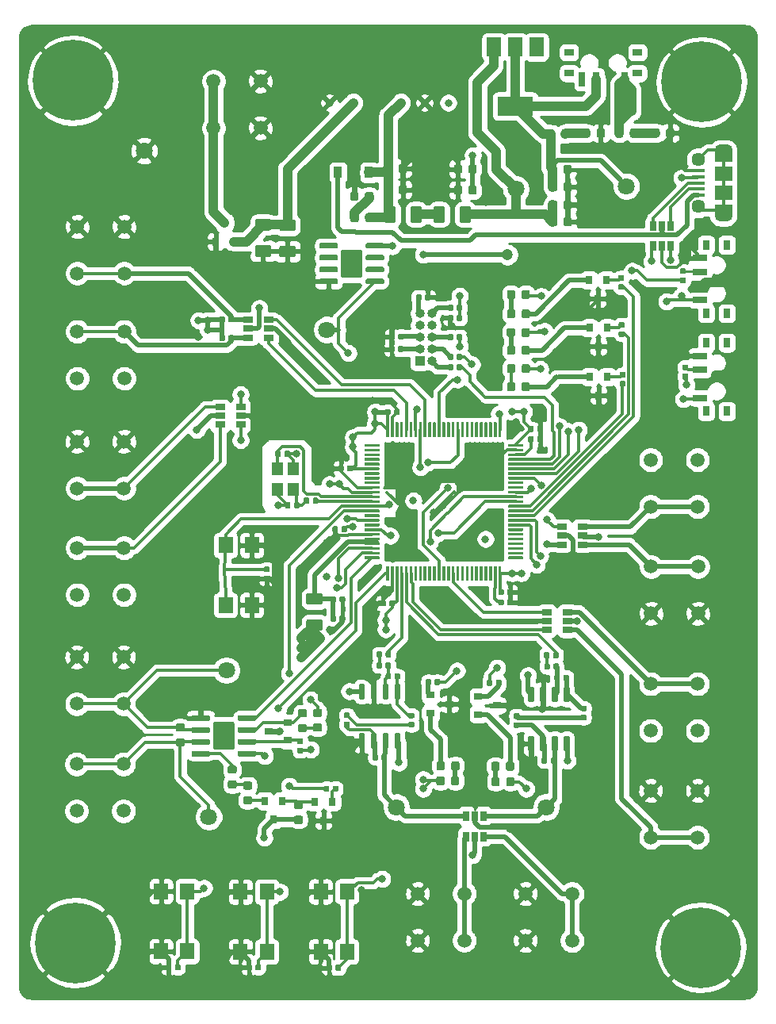
<source format=gbr>
G04 #@! TF.GenerationSoftware,KiCad,Pcbnew,(5.1.5)-3*
G04 #@! TF.CreationDate,2021-02-22T14:13:44+02:00*
G04 #@! TF.ProjectId,Waveform Generator,57617665-666f-4726-9d20-47656e657261,rev?*
G04 #@! TF.SameCoordinates,Original*
G04 #@! TF.FileFunction,Copper,L1,Top*
G04 #@! TF.FilePolarity,Positive*
%FSLAX46Y46*%
G04 Gerber Fmt 4.6, Leading zero omitted, Abs format (unit mm)*
G04 Created by KiCad (PCBNEW (5.1.5)-3) date 2021-02-22 14:13:44*
%MOMM*%
%LPD*%
G04 APERTURE LIST*
%ADD10C,1.500000*%
%ADD11C,0.800000*%
%ADD12C,0.900000*%
%ADD13C,0.100000*%
%ADD14C,1.800000*%
%ADD15R,1.060000X0.650000*%
%ADD16R,0.700000X1.500000*%
%ADD17R,1.000000X0.800000*%
%ADD18R,1.200000X1.400000*%
%ADD19R,0.900000X1.200000*%
%ADD20C,8.600000*%
%ADD21R,1.900000X1.500000*%
%ADD22C,1.450000*%
%ADD23R,1.350000X0.400000*%
%ADD24O,1.900000X1.200000*%
%ADD25R,1.900000X1.200000*%
%ADD26R,1.000000X1.000000*%
%ADD27O,1.000000X1.000000*%
%ADD28R,0.800000X0.900000*%
%ADD29R,0.900000X0.800000*%
%ADD30R,1.500000X1.700000*%
%ADD31R,0.800000X1.000000*%
%ADD32R,1.500000X0.700000*%
%ADD33R,0.650000X1.060000*%
%ADD34R,3.800000X2.000000*%
%ADD35R,1.500000X2.000000*%
%ADD36C,1.000000*%
%ADD37C,1.200000*%
%ADD38C,0.300000*%
%ADD39C,0.500000*%
%ADD40C,1.000000*%
%ADD41C,0.250000*%
%ADD42C,0.254000*%
G04 APERTURE END LIST*
D10*
X22050000Y-36000000D03*
X22050000Y-31000000D03*
X27050000Y-36000000D03*
X27050000Y-31000000D03*
X22039999Y-70300000D03*
X22039999Y-65300000D03*
X27039999Y-70300000D03*
X27039999Y-65300000D03*
D11*
X48991000Y-17780000D03*
X51531000Y-17780000D03*
X61691000Y-17780000D03*
X59151000Y-17780000D03*
D12*
X56611000Y-17780000D03*
G04 #@! TA.AperFunction,SMDPad,CuDef*
D13*
G36*
X54684703Y-32745722D02*
G01*
X54699264Y-32747882D01*
X54713543Y-32751459D01*
X54727403Y-32756418D01*
X54740710Y-32762712D01*
X54753336Y-32770280D01*
X54765159Y-32779048D01*
X54776066Y-32788934D01*
X54785952Y-32799841D01*
X54794720Y-32811664D01*
X54802288Y-32824290D01*
X54808582Y-32837597D01*
X54813541Y-32851457D01*
X54817118Y-32865736D01*
X54819278Y-32880297D01*
X54820000Y-32895000D01*
X54820000Y-33195000D01*
X54819278Y-33209703D01*
X54817118Y-33224264D01*
X54813541Y-33238543D01*
X54808582Y-33252403D01*
X54802288Y-33265710D01*
X54794720Y-33278336D01*
X54785952Y-33290159D01*
X54776066Y-33301066D01*
X54765159Y-33310952D01*
X54753336Y-33319720D01*
X54740710Y-33327288D01*
X54727403Y-33333582D01*
X54713543Y-33338541D01*
X54699264Y-33342118D01*
X54684703Y-33344278D01*
X54670000Y-33345000D01*
X53020000Y-33345000D01*
X53005297Y-33344278D01*
X52990736Y-33342118D01*
X52976457Y-33338541D01*
X52962597Y-33333582D01*
X52949290Y-33327288D01*
X52936664Y-33319720D01*
X52924841Y-33310952D01*
X52913934Y-33301066D01*
X52904048Y-33290159D01*
X52895280Y-33278336D01*
X52887712Y-33265710D01*
X52881418Y-33252403D01*
X52876459Y-33238543D01*
X52872882Y-33224264D01*
X52870722Y-33209703D01*
X52870000Y-33195000D01*
X52870000Y-32895000D01*
X52870722Y-32880297D01*
X52872882Y-32865736D01*
X52876459Y-32851457D01*
X52881418Y-32837597D01*
X52887712Y-32824290D01*
X52895280Y-32811664D01*
X52904048Y-32799841D01*
X52913934Y-32788934D01*
X52924841Y-32779048D01*
X52936664Y-32770280D01*
X52949290Y-32762712D01*
X52962597Y-32756418D01*
X52976457Y-32751459D01*
X52990736Y-32747882D01*
X53005297Y-32745722D01*
X53020000Y-32745000D01*
X54670000Y-32745000D01*
X54684703Y-32745722D01*
G37*
G04 #@! TD.AperFunction*
G04 #@! TA.AperFunction,SMDPad,CuDef*
G36*
X54684703Y-34015722D02*
G01*
X54699264Y-34017882D01*
X54713543Y-34021459D01*
X54727403Y-34026418D01*
X54740710Y-34032712D01*
X54753336Y-34040280D01*
X54765159Y-34049048D01*
X54776066Y-34058934D01*
X54785952Y-34069841D01*
X54794720Y-34081664D01*
X54802288Y-34094290D01*
X54808582Y-34107597D01*
X54813541Y-34121457D01*
X54817118Y-34135736D01*
X54819278Y-34150297D01*
X54820000Y-34165000D01*
X54820000Y-34465000D01*
X54819278Y-34479703D01*
X54817118Y-34494264D01*
X54813541Y-34508543D01*
X54808582Y-34522403D01*
X54802288Y-34535710D01*
X54794720Y-34548336D01*
X54785952Y-34560159D01*
X54776066Y-34571066D01*
X54765159Y-34580952D01*
X54753336Y-34589720D01*
X54740710Y-34597288D01*
X54727403Y-34603582D01*
X54713543Y-34608541D01*
X54699264Y-34612118D01*
X54684703Y-34614278D01*
X54670000Y-34615000D01*
X53020000Y-34615000D01*
X53005297Y-34614278D01*
X52990736Y-34612118D01*
X52976457Y-34608541D01*
X52962597Y-34603582D01*
X52949290Y-34597288D01*
X52936664Y-34589720D01*
X52924841Y-34580952D01*
X52913934Y-34571066D01*
X52904048Y-34560159D01*
X52895280Y-34548336D01*
X52887712Y-34535710D01*
X52881418Y-34522403D01*
X52876459Y-34508543D01*
X52872882Y-34494264D01*
X52870722Y-34479703D01*
X52870000Y-34465000D01*
X52870000Y-34165000D01*
X52870722Y-34150297D01*
X52872882Y-34135736D01*
X52876459Y-34121457D01*
X52881418Y-34107597D01*
X52887712Y-34094290D01*
X52895280Y-34081664D01*
X52904048Y-34069841D01*
X52913934Y-34058934D01*
X52924841Y-34049048D01*
X52936664Y-34040280D01*
X52949290Y-34032712D01*
X52962597Y-34026418D01*
X52976457Y-34021459D01*
X52990736Y-34017882D01*
X53005297Y-34015722D01*
X53020000Y-34015000D01*
X54670000Y-34015000D01*
X54684703Y-34015722D01*
G37*
G04 #@! TD.AperFunction*
G04 #@! TA.AperFunction,SMDPad,CuDef*
G36*
X54684703Y-35285722D02*
G01*
X54699264Y-35287882D01*
X54713543Y-35291459D01*
X54727403Y-35296418D01*
X54740710Y-35302712D01*
X54753336Y-35310280D01*
X54765159Y-35319048D01*
X54776066Y-35328934D01*
X54785952Y-35339841D01*
X54794720Y-35351664D01*
X54802288Y-35364290D01*
X54808582Y-35377597D01*
X54813541Y-35391457D01*
X54817118Y-35405736D01*
X54819278Y-35420297D01*
X54820000Y-35435000D01*
X54820000Y-35735000D01*
X54819278Y-35749703D01*
X54817118Y-35764264D01*
X54813541Y-35778543D01*
X54808582Y-35792403D01*
X54802288Y-35805710D01*
X54794720Y-35818336D01*
X54785952Y-35830159D01*
X54776066Y-35841066D01*
X54765159Y-35850952D01*
X54753336Y-35859720D01*
X54740710Y-35867288D01*
X54727403Y-35873582D01*
X54713543Y-35878541D01*
X54699264Y-35882118D01*
X54684703Y-35884278D01*
X54670000Y-35885000D01*
X53020000Y-35885000D01*
X53005297Y-35884278D01*
X52990736Y-35882118D01*
X52976457Y-35878541D01*
X52962597Y-35873582D01*
X52949290Y-35867288D01*
X52936664Y-35859720D01*
X52924841Y-35850952D01*
X52913934Y-35841066D01*
X52904048Y-35830159D01*
X52895280Y-35818336D01*
X52887712Y-35805710D01*
X52881418Y-35792403D01*
X52876459Y-35778543D01*
X52872882Y-35764264D01*
X52870722Y-35749703D01*
X52870000Y-35735000D01*
X52870000Y-35435000D01*
X52870722Y-35420297D01*
X52872882Y-35405736D01*
X52876459Y-35391457D01*
X52881418Y-35377597D01*
X52887712Y-35364290D01*
X52895280Y-35351664D01*
X52904048Y-35339841D01*
X52913934Y-35328934D01*
X52924841Y-35319048D01*
X52936664Y-35310280D01*
X52949290Y-35302712D01*
X52962597Y-35296418D01*
X52976457Y-35291459D01*
X52990736Y-35287882D01*
X53005297Y-35285722D01*
X53020000Y-35285000D01*
X54670000Y-35285000D01*
X54684703Y-35285722D01*
G37*
G04 #@! TD.AperFunction*
G04 #@! TA.AperFunction,SMDPad,CuDef*
G36*
X54684703Y-36555722D02*
G01*
X54699264Y-36557882D01*
X54713543Y-36561459D01*
X54727403Y-36566418D01*
X54740710Y-36572712D01*
X54753336Y-36580280D01*
X54765159Y-36589048D01*
X54776066Y-36598934D01*
X54785952Y-36609841D01*
X54794720Y-36621664D01*
X54802288Y-36634290D01*
X54808582Y-36647597D01*
X54813541Y-36661457D01*
X54817118Y-36675736D01*
X54819278Y-36690297D01*
X54820000Y-36705000D01*
X54820000Y-37005000D01*
X54819278Y-37019703D01*
X54817118Y-37034264D01*
X54813541Y-37048543D01*
X54808582Y-37062403D01*
X54802288Y-37075710D01*
X54794720Y-37088336D01*
X54785952Y-37100159D01*
X54776066Y-37111066D01*
X54765159Y-37120952D01*
X54753336Y-37129720D01*
X54740710Y-37137288D01*
X54727403Y-37143582D01*
X54713543Y-37148541D01*
X54699264Y-37152118D01*
X54684703Y-37154278D01*
X54670000Y-37155000D01*
X53020000Y-37155000D01*
X53005297Y-37154278D01*
X52990736Y-37152118D01*
X52976457Y-37148541D01*
X52962597Y-37143582D01*
X52949290Y-37137288D01*
X52936664Y-37129720D01*
X52924841Y-37120952D01*
X52913934Y-37111066D01*
X52904048Y-37100159D01*
X52895280Y-37088336D01*
X52887712Y-37075710D01*
X52881418Y-37062403D01*
X52876459Y-37048543D01*
X52872882Y-37034264D01*
X52870722Y-37019703D01*
X52870000Y-37005000D01*
X52870000Y-36705000D01*
X52870722Y-36690297D01*
X52872882Y-36675736D01*
X52876459Y-36661457D01*
X52881418Y-36647597D01*
X52887712Y-36634290D01*
X52895280Y-36621664D01*
X52904048Y-36609841D01*
X52913934Y-36598934D01*
X52924841Y-36589048D01*
X52936664Y-36580280D01*
X52949290Y-36572712D01*
X52962597Y-36566418D01*
X52976457Y-36561459D01*
X52990736Y-36557882D01*
X53005297Y-36555722D01*
X53020000Y-36555000D01*
X54670000Y-36555000D01*
X54684703Y-36555722D01*
G37*
G04 #@! TD.AperFunction*
G04 #@! TA.AperFunction,SMDPad,CuDef*
G36*
X49734703Y-36555722D02*
G01*
X49749264Y-36557882D01*
X49763543Y-36561459D01*
X49777403Y-36566418D01*
X49790710Y-36572712D01*
X49803336Y-36580280D01*
X49815159Y-36589048D01*
X49826066Y-36598934D01*
X49835952Y-36609841D01*
X49844720Y-36621664D01*
X49852288Y-36634290D01*
X49858582Y-36647597D01*
X49863541Y-36661457D01*
X49867118Y-36675736D01*
X49869278Y-36690297D01*
X49870000Y-36705000D01*
X49870000Y-37005000D01*
X49869278Y-37019703D01*
X49867118Y-37034264D01*
X49863541Y-37048543D01*
X49858582Y-37062403D01*
X49852288Y-37075710D01*
X49844720Y-37088336D01*
X49835952Y-37100159D01*
X49826066Y-37111066D01*
X49815159Y-37120952D01*
X49803336Y-37129720D01*
X49790710Y-37137288D01*
X49777403Y-37143582D01*
X49763543Y-37148541D01*
X49749264Y-37152118D01*
X49734703Y-37154278D01*
X49720000Y-37155000D01*
X48070000Y-37155000D01*
X48055297Y-37154278D01*
X48040736Y-37152118D01*
X48026457Y-37148541D01*
X48012597Y-37143582D01*
X47999290Y-37137288D01*
X47986664Y-37129720D01*
X47974841Y-37120952D01*
X47963934Y-37111066D01*
X47954048Y-37100159D01*
X47945280Y-37088336D01*
X47937712Y-37075710D01*
X47931418Y-37062403D01*
X47926459Y-37048543D01*
X47922882Y-37034264D01*
X47920722Y-37019703D01*
X47920000Y-37005000D01*
X47920000Y-36705000D01*
X47920722Y-36690297D01*
X47922882Y-36675736D01*
X47926459Y-36661457D01*
X47931418Y-36647597D01*
X47937712Y-36634290D01*
X47945280Y-36621664D01*
X47954048Y-36609841D01*
X47963934Y-36598934D01*
X47974841Y-36589048D01*
X47986664Y-36580280D01*
X47999290Y-36572712D01*
X48012597Y-36566418D01*
X48026457Y-36561459D01*
X48040736Y-36557882D01*
X48055297Y-36555722D01*
X48070000Y-36555000D01*
X49720000Y-36555000D01*
X49734703Y-36555722D01*
G37*
G04 #@! TD.AperFunction*
G04 #@! TA.AperFunction,SMDPad,CuDef*
G36*
X49734703Y-35285722D02*
G01*
X49749264Y-35287882D01*
X49763543Y-35291459D01*
X49777403Y-35296418D01*
X49790710Y-35302712D01*
X49803336Y-35310280D01*
X49815159Y-35319048D01*
X49826066Y-35328934D01*
X49835952Y-35339841D01*
X49844720Y-35351664D01*
X49852288Y-35364290D01*
X49858582Y-35377597D01*
X49863541Y-35391457D01*
X49867118Y-35405736D01*
X49869278Y-35420297D01*
X49870000Y-35435000D01*
X49870000Y-35735000D01*
X49869278Y-35749703D01*
X49867118Y-35764264D01*
X49863541Y-35778543D01*
X49858582Y-35792403D01*
X49852288Y-35805710D01*
X49844720Y-35818336D01*
X49835952Y-35830159D01*
X49826066Y-35841066D01*
X49815159Y-35850952D01*
X49803336Y-35859720D01*
X49790710Y-35867288D01*
X49777403Y-35873582D01*
X49763543Y-35878541D01*
X49749264Y-35882118D01*
X49734703Y-35884278D01*
X49720000Y-35885000D01*
X48070000Y-35885000D01*
X48055297Y-35884278D01*
X48040736Y-35882118D01*
X48026457Y-35878541D01*
X48012597Y-35873582D01*
X47999290Y-35867288D01*
X47986664Y-35859720D01*
X47974841Y-35850952D01*
X47963934Y-35841066D01*
X47954048Y-35830159D01*
X47945280Y-35818336D01*
X47937712Y-35805710D01*
X47931418Y-35792403D01*
X47926459Y-35778543D01*
X47922882Y-35764264D01*
X47920722Y-35749703D01*
X47920000Y-35735000D01*
X47920000Y-35435000D01*
X47920722Y-35420297D01*
X47922882Y-35405736D01*
X47926459Y-35391457D01*
X47931418Y-35377597D01*
X47937712Y-35364290D01*
X47945280Y-35351664D01*
X47954048Y-35339841D01*
X47963934Y-35328934D01*
X47974841Y-35319048D01*
X47986664Y-35310280D01*
X47999290Y-35302712D01*
X48012597Y-35296418D01*
X48026457Y-35291459D01*
X48040736Y-35287882D01*
X48055297Y-35285722D01*
X48070000Y-35285000D01*
X49720000Y-35285000D01*
X49734703Y-35285722D01*
G37*
G04 #@! TD.AperFunction*
G04 #@! TA.AperFunction,SMDPad,CuDef*
G36*
X49734703Y-34015722D02*
G01*
X49749264Y-34017882D01*
X49763543Y-34021459D01*
X49777403Y-34026418D01*
X49790710Y-34032712D01*
X49803336Y-34040280D01*
X49815159Y-34049048D01*
X49826066Y-34058934D01*
X49835952Y-34069841D01*
X49844720Y-34081664D01*
X49852288Y-34094290D01*
X49858582Y-34107597D01*
X49863541Y-34121457D01*
X49867118Y-34135736D01*
X49869278Y-34150297D01*
X49870000Y-34165000D01*
X49870000Y-34465000D01*
X49869278Y-34479703D01*
X49867118Y-34494264D01*
X49863541Y-34508543D01*
X49858582Y-34522403D01*
X49852288Y-34535710D01*
X49844720Y-34548336D01*
X49835952Y-34560159D01*
X49826066Y-34571066D01*
X49815159Y-34580952D01*
X49803336Y-34589720D01*
X49790710Y-34597288D01*
X49777403Y-34603582D01*
X49763543Y-34608541D01*
X49749264Y-34612118D01*
X49734703Y-34614278D01*
X49720000Y-34615000D01*
X48070000Y-34615000D01*
X48055297Y-34614278D01*
X48040736Y-34612118D01*
X48026457Y-34608541D01*
X48012597Y-34603582D01*
X47999290Y-34597288D01*
X47986664Y-34589720D01*
X47974841Y-34580952D01*
X47963934Y-34571066D01*
X47954048Y-34560159D01*
X47945280Y-34548336D01*
X47937712Y-34535710D01*
X47931418Y-34522403D01*
X47926459Y-34508543D01*
X47922882Y-34494264D01*
X47920722Y-34479703D01*
X47920000Y-34465000D01*
X47920000Y-34165000D01*
X47920722Y-34150297D01*
X47922882Y-34135736D01*
X47926459Y-34121457D01*
X47931418Y-34107597D01*
X47937712Y-34094290D01*
X47945280Y-34081664D01*
X47954048Y-34069841D01*
X47963934Y-34058934D01*
X47974841Y-34049048D01*
X47986664Y-34040280D01*
X47999290Y-34032712D01*
X48012597Y-34026418D01*
X48026457Y-34021459D01*
X48040736Y-34017882D01*
X48055297Y-34015722D01*
X48070000Y-34015000D01*
X49720000Y-34015000D01*
X49734703Y-34015722D01*
G37*
G04 #@! TD.AperFunction*
G04 #@! TA.AperFunction,SMDPad,CuDef*
G36*
X49734703Y-32745722D02*
G01*
X49749264Y-32747882D01*
X49763543Y-32751459D01*
X49777403Y-32756418D01*
X49790710Y-32762712D01*
X49803336Y-32770280D01*
X49815159Y-32779048D01*
X49826066Y-32788934D01*
X49835952Y-32799841D01*
X49844720Y-32811664D01*
X49852288Y-32824290D01*
X49858582Y-32837597D01*
X49863541Y-32851457D01*
X49867118Y-32865736D01*
X49869278Y-32880297D01*
X49870000Y-32895000D01*
X49870000Y-33195000D01*
X49869278Y-33209703D01*
X49867118Y-33224264D01*
X49863541Y-33238543D01*
X49858582Y-33252403D01*
X49852288Y-33265710D01*
X49844720Y-33278336D01*
X49835952Y-33290159D01*
X49826066Y-33301066D01*
X49815159Y-33310952D01*
X49803336Y-33319720D01*
X49790710Y-33327288D01*
X49777403Y-33333582D01*
X49763543Y-33338541D01*
X49749264Y-33342118D01*
X49734703Y-33344278D01*
X49720000Y-33345000D01*
X48070000Y-33345000D01*
X48055297Y-33344278D01*
X48040736Y-33342118D01*
X48026457Y-33338541D01*
X48012597Y-33333582D01*
X47999290Y-33327288D01*
X47986664Y-33319720D01*
X47974841Y-33310952D01*
X47963934Y-33301066D01*
X47954048Y-33290159D01*
X47945280Y-33278336D01*
X47937712Y-33265710D01*
X47931418Y-33252403D01*
X47926459Y-33238543D01*
X47922882Y-33224264D01*
X47920722Y-33209703D01*
X47920000Y-33195000D01*
X47920000Y-32895000D01*
X47920722Y-32880297D01*
X47922882Y-32865736D01*
X47926459Y-32851457D01*
X47931418Y-32837597D01*
X47937712Y-32824290D01*
X47945280Y-32811664D01*
X47954048Y-32799841D01*
X47963934Y-32788934D01*
X47974841Y-32779048D01*
X47986664Y-32770280D01*
X47999290Y-32762712D01*
X48012597Y-32756418D01*
X48026457Y-32751459D01*
X48040736Y-32747882D01*
X48055297Y-32745722D01*
X48070000Y-32745000D01*
X49720000Y-32745000D01*
X49734703Y-32745722D01*
G37*
G04 #@! TD.AperFunction*
G04 #@! TA.AperFunction,SMDPad,CuDef*
G36*
X52289505Y-33451204D02*
G01*
X52313773Y-33454804D01*
X52337572Y-33460765D01*
X52360671Y-33469030D01*
X52382850Y-33479520D01*
X52403893Y-33492132D01*
X52423599Y-33506747D01*
X52441777Y-33523223D01*
X52458253Y-33541401D01*
X52472868Y-33561107D01*
X52485480Y-33582150D01*
X52495970Y-33604329D01*
X52504235Y-33627428D01*
X52510196Y-33651227D01*
X52513796Y-33675495D01*
X52515000Y-33699999D01*
X52515000Y-36200001D01*
X52513796Y-36224505D01*
X52510196Y-36248773D01*
X52504235Y-36272572D01*
X52495970Y-36295671D01*
X52485480Y-36317850D01*
X52472868Y-36338893D01*
X52458253Y-36358599D01*
X52441777Y-36376777D01*
X52423599Y-36393253D01*
X52403893Y-36407868D01*
X52382850Y-36420480D01*
X52360671Y-36430970D01*
X52337572Y-36439235D01*
X52313773Y-36445196D01*
X52289505Y-36448796D01*
X52265001Y-36450000D01*
X50474999Y-36450000D01*
X50450495Y-36448796D01*
X50426227Y-36445196D01*
X50402428Y-36439235D01*
X50379329Y-36430970D01*
X50357150Y-36420480D01*
X50336107Y-36407868D01*
X50316401Y-36393253D01*
X50298223Y-36376777D01*
X50281747Y-36358599D01*
X50267132Y-36338893D01*
X50254520Y-36317850D01*
X50244030Y-36295671D01*
X50235765Y-36272572D01*
X50229804Y-36248773D01*
X50226204Y-36224505D01*
X50225000Y-36200001D01*
X50225000Y-33699999D01*
X50226204Y-33675495D01*
X50229804Y-33651227D01*
X50235765Y-33627428D01*
X50244030Y-33604329D01*
X50254520Y-33582150D01*
X50267132Y-33561107D01*
X50281747Y-33541401D01*
X50298223Y-33523223D01*
X50316401Y-33506747D01*
X50336107Y-33492132D01*
X50357150Y-33479520D01*
X50379329Y-33469030D01*
X50402428Y-33460765D01*
X50426227Y-33454804D01*
X50450495Y-33451204D01*
X50474999Y-33450000D01*
X52265001Y-33450000D01*
X52289505Y-33451204D01*
G37*
G04 #@! TD.AperFunction*
D14*
X48700000Y-42000000D03*
D10*
X88300000Y-79800000D03*
X88300000Y-84800000D03*
X83300000Y-79800000D03*
X83300000Y-84800000D03*
X27050000Y-42200000D03*
X27050000Y-47200000D03*
X22050000Y-42200000D03*
X22050000Y-47200000D03*
X63400000Y-107200000D03*
X58400000Y-107200000D03*
X63400000Y-102200000D03*
X58400000Y-102200000D03*
D15*
X40300000Y-41900000D03*
X40300000Y-42850000D03*
X40300000Y-40950000D03*
X42500000Y-40950000D03*
X42500000Y-41900000D03*
X42500000Y-42850000D03*
D10*
X27039999Y-53930001D03*
X27039999Y-58930001D03*
X22039999Y-53930001D03*
X22039999Y-58930001D03*
X27000000Y-76950000D03*
X27000000Y-81950000D03*
X22000000Y-76950000D03*
X22000000Y-81950000D03*
X88350000Y-67300000D03*
X88350000Y-72300000D03*
X83350000Y-67300000D03*
X83350000Y-72300000D03*
G04 #@! TA.AperFunction,SMDPad,CuDef*
D13*
G36*
X55282351Y-51875361D02*
G01*
X55289632Y-51876441D01*
X55296771Y-51878229D01*
X55303701Y-51880709D01*
X55310355Y-51883856D01*
X55316668Y-51887640D01*
X55322579Y-51892024D01*
X55328033Y-51896967D01*
X55332976Y-51902421D01*
X55337360Y-51908332D01*
X55341144Y-51914645D01*
X55344291Y-51921299D01*
X55346771Y-51928229D01*
X55348559Y-51935368D01*
X55349639Y-51942649D01*
X55350000Y-51950000D01*
X55350000Y-53400000D01*
X55349639Y-53407351D01*
X55348559Y-53414632D01*
X55346771Y-53421771D01*
X55344291Y-53428701D01*
X55341144Y-53435355D01*
X55337360Y-53441668D01*
X55332976Y-53447579D01*
X55328033Y-53453033D01*
X55322579Y-53457976D01*
X55316668Y-53462360D01*
X55310355Y-53466144D01*
X55303701Y-53469291D01*
X55296771Y-53471771D01*
X55289632Y-53473559D01*
X55282351Y-53474639D01*
X55275000Y-53475000D01*
X55125000Y-53475000D01*
X55117649Y-53474639D01*
X55110368Y-53473559D01*
X55103229Y-53471771D01*
X55096299Y-53469291D01*
X55089645Y-53466144D01*
X55083332Y-53462360D01*
X55077421Y-53457976D01*
X55071967Y-53453033D01*
X55067024Y-53447579D01*
X55062640Y-53441668D01*
X55058856Y-53435355D01*
X55055709Y-53428701D01*
X55053229Y-53421771D01*
X55051441Y-53414632D01*
X55050361Y-53407351D01*
X55050000Y-53400000D01*
X55050000Y-51950000D01*
X55050361Y-51942649D01*
X55051441Y-51935368D01*
X55053229Y-51928229D01*
X55055709Y-51921299D01*
X55058856Y-51914645D01*
X55062640Y-51908332D01*
X55067024Y-51902421D01*
X55071967Y-51896967D01*
X55077421Y-51892024D01*
X55083332Y-51887640D01*
X55089645Y-51883856D01*
X55096299Y-51880709D01*
X55103229Y-51878229D01*
X55110368Y-51876441D01*
X55117649Y-51875361D01*
X55125000Y-51875000D01*
X55275000Y-51875000D01*
X55282351Y-51875361D01*
G37*
G04 #@! TD.AperFunction*
G04 #@! TA.AperFunction,SMDPad,CuDef*
G36*
X55782351Y-51875361D02*
G01*
X55789632Y-51876441D01*
X55796771Y-51878229D01*
X55803701Y-51880709D01*
X55810355Y-51883856D01*
X55816668Y-51887640D01*
X55822579Y-51892024D01*
X55828033Y-51896967D01*
X55832976Y-51902421D01*
X55837360Y-51908332D01*
X55841144Y-51914645D01*
X55844291Y-51921299D01*
X55846771Y-51928229D01*
X55848559Y-51935368D01*
X55849639Y-51942649D01*
X55850000Y-51950000D01*
X55850000Y-53400000D01*
X55849639Y-53407351D01*
X55848559Y-53414632D01*
X55846771Y-53421771D01*
X55844291Y-53428701D01*
X55841144Y-53435355D01*
X55837360Y-53441668D01*
X55832976Y-53447579D01*
X55828033Y-53453033D01*
X55822579Y-53457976D01*
X55816668Y-53462360D01*
X55810355Y-53466144D01*
X55803701Y-53469291D01*
X55796771Y-53471771D01*
X55789632Y-53473559D01*
X55782351Y-53474639D01*
X55775000Y-53475000D01*
X55625000Y-53475000D01*
X55617649Y-53474639D01*
X55610368Y-53473559D01*
X55603229Y-53471771D01*
X55596299Y-53469291D01*
X55589645Y-53466144D01*
X55583332Y-53462360D01*
X55577421Y-53457976D01*
X55571967Y-53453033D01*
X55567024Y-53447579D01*
X55562640Y-53441668D01*
X55558856Y-53435355D01*
X55555709Y-53428701D01*
X55553229Y-53421771D01*
X55551441Y-53414632D01*
X55550361Y-53407351D01*
X55550000Y-53400000D01*
X55550000Y-51950000D01*
X55550361Y-51942649D01*
X55551441Y-51935368D01*
X55553229Y-51928229D01*
X55555709Y-51921299D01*
X55558856Y-51914645D01*
X55562640Y-51908332D01*
X55567024Y-51902421D01*
X55571967Y-51896967D01*
X55577421Y-51892024D01*
X55583332Y-51887640D01*
X55589645Y-51883856D01*
X55596299Y-51880709D01*
X55603229Y-51878229D01*
X55610368Y-51876441D01*
X55617649Y-51875361D01*
X55625000Y-51875000D01*
X55775000Y-51875000D01*
X55782351Y-51875361D01*
G37*
G04 #@! TD.AperFunction*
G04 #@! TA.AperFunction,SMDPad,CuDef*
G36*
X56282351Y-51875361D02*
G01*
X56289632Y-51876441D01*
X56296771Y-51878229D01*
X56303701Y-51880709D01*
X56310355Y-51883856D01*
X56316668Y-51887640D01*
X56322579Y-51892024D01*
X56328033Y-51896967D01*
X56332976Y-51902421D01*
X56337360Y-51908332D01*
X56341144Y-51914645D01*
X56344291Y-51921299D01*
X56346771Y-51928229D01*
X56348559Y-51935368D01*
X56349639Y-51942649D01*
X56350000Y-51950000D01*
X56350000Y-53400000D01*
X56349639Y-53407351D01*
X56348559Y-53414632D01*
X56346771Y-53421771D01*
X56344291Y-53428701D01*
X56341144Y-53435355D01*
X56337360Y-53441668D01*
X56332976Y-53447579D01*
X56328033Y-53453033D01*
X56322579Y-53457976D01*
X56316668Y-53462360D01*
X56310355Y-53466144D01*
X56303701Y-53469291D01*
X56296771Y-53471771D01*
X56289632Y-53473559D01*
X56282351Y-53474639D01*
X56275000Y-53475000D01*
X56125000Y-53475000D01*
X56117649Y-53474639D01*
X56110368Y-53473559D01*
X56103229Y-53471771D01*
X56096299Y-53469291D01*
X56089645Y-53466144D01*
X56083332Y-53462360D01*
X56077421Y-53457976D01*
X56071967Y-53453033D01*
X56067024Y-53447579D01*
X56062640Y-53441668D01*
X56058856Y-53435355D01*
X56055709Y-53428701D01*
X56053229Y-53421771D01*
X56051441Y-53414632D01*
X56050361Y-53407351D01*
X56050000Y-53400000D01*
X56050000Y-51950000D01*
X56050361Y-51942649D01*
X56051441Y-51935368D01*
X56053229Y-51928229D01*
X56055709Y-51921299D01*
X56058856Y-51914645D01*
X56062640Y-51908332D01*
X56067024Y-51902421D01*
X56071967Y-51896967D01*
X56077421Y-51892024D01*
X56083332Y-51887640D01*
X56089645Y-51883856D01*
X56096299Y-51880709D01*
X56103229Y-51878229D01*
X56110368Y-51876441D01*
X56117649Y-51875361D01*
X56125000Y-51875000D01*
X56275000Y-51875000D01*
X56282351Y-51875361D01*
G37*
G04 #@! TD.AperFunction*
G04 #@! TA.AperFunction,SMDPad,CuDef*
G36*
X56782351Y-51875361D02*
G01*
X56789632Y-51876441D01*
X56796771Y-51878229D01*
X56803701Y-51880709D01*
X56810355Y-51883856D01*
X56816668Y-51887640D01*
X56822579Y-51892024D01*
X56828033Y-51896967D01*
X56832976Y-51902421D01*
X56837360Y-51908332D01*
X56841144Y-51914645D01*
X56844291Y-51921299D01*
X56846771Y-51928229D01*
X56848559Y-51935368D01*
X56849639Y-51942649D01*
X56850000Y-51950000D01*
X56850000Y-53400000D01*
X56849639Y-53407351D01*
X56848559Y-53414632D01*
X56846771Y-53421771D01*
X56844291Y-53428701D01*
X56841144Y-53435355D01*
X56837360Y-53441668D01*
X56832976Y-53447579D01*
X56828033Y-53453033D01*
X56822579Y-53457976D01*
X56816668Y-53462360D01*
X56810355Y-53466144D01*
X56803701Y-53469291D01*
X56796771Y-53471771D01*
X56789632Y-53473559D01*
X56782351Y-53474639D01*
X56775000Y-53475000D01*
X56625000Y-53475000D01*
X56617649Y-53474639D01*
X56610368Y-53473559D01*
X56603229Y-53471771D01*
X56596299Y-53469291D01*
X56589645Y-53466144D01*
X56583332Y-53462360D01*
X56577421Y-53457976D01*
X56571967Y-53453033D01*
X56567024Y-53447579D01*
X56562640Y-53441668D01*
X56558856Y-53435355D01*
X56555709Y-53428701D01*
X56553229Y-53421771D01*
X56551441Y-53414632D01*
X56550361Y-53407351D01*
X56550000Y-53400000D01*
X56550000Y-51950000D01*
X56550361Y-51942649D01*
X56551441Y-51935368D01*
X56553229Y-51928229D01*
X56555709Y-51921299D01*
X56558856Y-51914645D01*
X56562640Y-51908332D01*
X56567024Y-51902421D01*
X56571967Y-51896967D01*
X56577421Y-51892024D01*
X56583332Y-51887640D01*
X56589645Y-51883856D01*
X56596299Y-51880709D01*
X56603229Y-51878229D01*
X56610368Y-51876441D01*
X56617649Y-51875361D01*
X56625000Y-51875000D01*
X56775000Y-51875000D01*
X56782351Y-51875361D01*
G37*
G04 #@! TD.AperFunction*
G04 #@! TA.AperFunction,SMDPad,CuDef*
G36*
X57282351Y-51875361D02*
G01*
X57289632Y-51876441D01*
X57296771Y-51878229D01*
X57303701Y-51880709D01*
X57310355Y-51883856D01*
X57316668Y-51887640D01*
X57322579Y-51892024D01*
X57328033Y-51896967D01*
X57332976Y-51902421D01*
X57337360Y-51908332D01*
X57341144Y-51914645D01*
X57344291Y-51921299D01*
X57346771Y-51928229D01*
X57348559Y-51935368D01*
X57349639Y-51942649D01*
X57350000Y-51950000D01*
X57350000Y-53400000D01*
X57349639Y-53407351D01*
X57348559Y-53414632D01*
X57346771Y-53421771D01*
X57344291Y-53428701D01*
X57341144Y-53435355D01*
X57337360Y-53441668D01*
X57332976Y-53447579D01*
X57328033Y-53453033D01*
X57322579Y-53457976D01*
X57316668Y-53462360D01*
X57310355Y-53466144D01*
X57303701Y-53469291D01*
X57296771Y-53471771D01*
X57289632Y-53473559D01*
X57282351Y-53474639D01*
X57275000Y-53475000D01*
X57125000Y-53475000D01*
X57117649Y-53474639D01*
X57110368Y-53473559D01*
X57103229Y-53471771D01*
X57096299Y-53469291D01*
X57089645Y-53466144D01*
X57083332Y-53462360D01*
X57077421Y-53457976D01*
X57071967Y-53453033D01*
X57067024Y-53447579D01*
X57062640Y-53441668D01*
X57058856Y-53435355D01*
X57055709Y-53428701D01*
X57053229Y-53421771D01*
X57051441Y-53414632D01*
X57050361Y-53407351D01*
X57050000Y-53400000D01*
X57050000Y-51950000D01*
X57050361Y-51942649D01*
X57051441Y-51935368D01*
X57053229Y-51928229D01*
X57055709Y-51921299D01*
X57058856Y-51914645D01*
X57062640Y-51908332D01*
X57067024Y-51902421D01*
X57071967Y-51896967D01*
X57077421Y-51892024D01*
X57083332Y-51887640D01*
X57089645Y-51883856D01*
X57096299Y-51880709D01*
X57103229Y-51878229D01*
X57110368Y-51876441D01*
X57117649Y-51875361D01*
X57125000Y-51875000D01*
X57275000Y-51875000D01*
X57282351Y-51875361D01*
G37*
G04 #@! TD.AperFunction*
G04 #@! TA.AperFunction,SMDPad,CuDef*
G36*
X57782351Y-51875361D02*
G01*
X57789632Y-51876441D01*
X57796771Y-51878229D01*
X57803701Y-51880709D01*
X57810355Y-51883856D01*
X57816668Y-51887640D01*
X57822579Y-51892024D01*
X57828033Y-51896967D01*
X57832976Y-51902421D01*
X57837360Y-51908332D01*
X57841144Y-51914645D01*
X57844291Y-51921299D01*
X57846771Y-51928229D01*
X57848559Y-51935368D01*
X57849639Y-51942649D01*
X57850000Y-51950000D01*
X57850000Y-53400000D01*
X57849639Y-53407351D01*
X57848559Y-53414632D01*
X57846771Y-53421771D01*
X57844291Y-53428701D01*
X57841144Y-53435355D01*
X57837360Y-53441668D01*
X57832976Y-53447579D01*
X57828033Y-53453033D01*
X57822579Y-53457976D01*
X57816668Y-53462360D01*
X57810355Y-53466144D01*
X57803701Y-53469291D01*
X57796771Y-53471771D01*
X57789632Y-53473559D01*
X57782351Y-53474639D01*
X57775000Y-53475000D01*
X57625000Y-53475000D01*
X57617649Y-53474639D01*
X57610368Y-53473559D01*
X57603229Y-53471771D01*
X57596299Y-53469291D01*
X57589645Y-53466144D01*
X57583332Y-53462360D01*
X57577421Y-53457976D01*
X57571967Y-53453033D01*
X57567024Y-53447579D01*
X57562640Y-53441668D01*
X57558856Y-53435355D01*
X57555709Y-53428701D01*
X57553229Y-53421771D01*
X57551441Y-53414632D01*
X57550361Y-53407351D01*
X57550000Y-53400000D01*
X57550000Y-51950000D01*
X57550361Y-51942649D01*
X57551441Y-51935368D01*
X57553229Y-51928229D01*
X57555709Y-51921299D01*
X57558856Y-51914645D01*
X57562640Y-51908332D01*
X57567024Y-51902421D01*
X57571967Y-51896967D01*
X57577421Y-51892024D01*
X57583332Y-51887640D01*
X57589645Y-51883856D01*
X57596299Y-51880709D01*
X57603229Y-51878229D01*
X57610368Y-51876441D01*
X57617649Y-51875361D01*
X57625000Y-51875000D01*
X57775000Y-51875000D01*
X57782351Y-51875361D01*
G37*
G04 #@! TD.AperFunction*
G04 #@! TA.AperFunction,SMDPad,CuDef*
G36*
X58282351Y-51875361D02*
G01*
X58289632Y-51876441D01*
X58296771Y-51878229D01*
X58303701Y-51880709D01*
X58310355Y-51883856D01*
X58316668Y-51887640D01*
X58322579Y-51892024D01*
X58328033Y-51896967D01*
X58332976Y-51902421D01*
X58337360Y-51908332D01*
X58341144Y-51914645D01*
X58344291Y-51921299D01*
X58346771Y-51928229D01*
X58348559Y-51935368D01*
X58349639Y-51942649D01*
X58350000Y-51950000D01*
X58350000Y-53400000D01*
X58349639Y-53407351D01*
X58348559Y-53414632D01*
X58346771Y-53421771D01*
X58344291Y-53428701D01*
X58341144Y-53435355D01*
X58337360Y-53441668D01*
X58332976Y-53447579D01*
X58328033Y-53453033D01*
X58322579Y-53457976D01*
X58316668Y-53462360D01*
X58310355Y-53466144D01*
X58303701Y-53469291D01*
X58296771Y-53471771D01*
X58289632Y-53473559D01*
X58282351Y-53474639D01*
X58275000Y-53475000D01*
X58125000Y-53475000D01*
X58117649Y-53474639D01*
X58110368Y-53473559D01*
X58103229Y-53471771D01*
X58096299Y-53469291D01*
X58089645Y-53466144D01*
X58083332Y-53462360D01*
X58077421Y-53457976D01*
X58071967Y-53453033D01*
X58067024Y-53447579D01*
X58062640Y-53441668D01*
X58058856Y-53435355D01*
X58055709Y-53428701D01*
X58053229Y-53421771D01*
X58051441Y-53414632D01*
X58050361Y-53407351D01*
X58050000Y-53400000D01*
X58050000Y-51950000D01*
X58050361Y-51942649D01*
X58051441Y-51935368D01*
X58053229Y-51928229D01*
X58055709Y-51921299D01*
X58058856Y-51914645D01*
X58062640Y-51908332D01*
X58067024Y-51902421D01*
X58071967Y-51896967D01*
X58077421Y-51892024D01*
X58083332Y-51887640D01*
X58089645Y-51883856D01*
X58096299Y-51880709D01*
X58103229Y-51878229D01*
X58110368Y-51876441D01*
X58117649Y-51875361D01*
X58125000Y-51875000D01*
X58275000Y-51875000D01*
X58282351Y-51875361D01*
G37*
G04 #@! TD.AperFunction*
G04 #@! TA.AperFunction,SMDPad,CuDef*
G36*
X58782351Y-51875361D02*
G01*
X58789632Y-51876441D01*
X58796771Y-51878229D01*
X58803701Y-51880709D01*
X58810355Y-51883856D01*
X58816668Y-51887640D01*
X58822579Y-51892024D01*
X58828033Y-51896967D01*
X58832976Y-51902421D01*
X58837360Y-51908332D01*
X58841144Y-51914645D01*
X58844291Y-51921299D01*
X58846771Y-51928229D01*
X58848559Y-51935368D01*
X58849639Y-51942649D01*
X58850000Y-51950000D01*
X58850000Y-53400000D01*
X58849639Y-53407351D01*
X58848559Y-53414632D01*
X58846771Y-53421771D01*
X58844291Y-53428701D01*
X58841144Y-53435355D01*
X58837360Y-53441668D01*
X58832976Y-53447579D01*
X58828033Y-53453033D01*
X58822579Y-53457976D01*
X58816668Y-53462360D01*
X58810355Y-53466144D01*
X58803701Y-53469291D01*
X58796771Y-53471771D01*
X58789632Y-53473559D01*
X58782351Y-53474639D01*
X58775000Y-53475000D01*
X58625000Y-53475000D01*
X58617649Y-53474639D01*
X58610368Y-53473559D01*
X58603229Y-53471771D01*
X58596299Y-53469291D01*
X58589645Y-53466144D01*
X58583332Y-53462360D01*
X58577421Y-53457976D01*
X58571967Y-53453033D01*
X58567024Y-53447579D01*
X58562640Y-53441668D01*
X58558856Y-53435355D01*
X58555709Y-53428701D01*
X58553229Y-53421771D01*
X58551441Y-53414632D01*
X58550361Y-53407351D01*
X58550000Y-53400000D01*
X58550000Y-51950000D01*
X58550361Y-51942649D01*
X58551441Y-51935368D01*
X58553229Y-51928229D01*
X58555709Y-51921299D01*
X58558856Y-51914645D01*
X58562640Y-51908332D01*
X58567024Y-51902421D01*
X58571967Y-51896967D01*
X58577421Y-51892024D01*
X58583332Y-51887640D01*
X58589645Y-51883856D01*
X58596299Y-51880709D01*
X58603229Y-51878229D01*
X58610368Y-51876441D01*
X58617649Y-51875361D01*
X58625000Y-51875000D01*
X58775000Y-51875000D01*
X58782351Y-51875361D01*
G37*
G04 #@! TD.AperFunction*
G04 #@! TA.AperFunction,SMDPad,CuDef*
G36*
X59282351Y-51875361D02*
G01*
X59289632Y-51876441D01*
X59296771Y-51878229D01*
X59303701Y-51880709D01*
X59310355Y-51883856D01*
X59316668Y-51887640D01*
X59322579Y-51892024D01*
X59328033Y-51896967D01*
X59332976Y-51902421D01*
X59337360Y-51908332D01*
X59341144Y-51914645D01*
X59344291Y-51921299D01*
X59346771Y-51928229D01*
X59348559Y-51935368D01*
X59349639Y-51942649D01*
X59350000Y-51950000D01*
X59350000Y-53400000D01*
X59349639Y-53407351D01*
X59348559Y-53414632D01*
X59346771Y-53421771D01*
X59344291Y-53428701D01*
X59341144Y-53435355D01*
X59337360Y-53441668D01*
X59332976Y-53447579D01*
X59328033Y-53453033D01*
X59322579Y-53457976D01*
X59316668Y-53462360D01*
X59310355Y-53466144D01*
X59303701Y-53469291D01*
X59296771Y-53471771D01*
X59289632Y-53473559D01*
X59282351Y-53474639D01*
X59275000Y-53475000D01*
X59125000Y-53475000D01*
X59117649Y-53474639D01*
X59110368Y-53473559D01*
X59103229Y-53471771D01*
X59096299Y-53469291D01*
X59089645Y-53466144D01*
X59083332Y-53462360D01*
X59077421Y-53457976D01*
X59071967Y-53453033D01*
X59067024Y-53447579D01*
X59062640Y-53441668D01*
X59058856Y-53435355D01*
X59055709Y-53428701D01*
X59053229Y-53421771D01*
X59051441Y-53414632D01*
X59050361Y-53407351D01*
X59050000Y-53400000D01*
X59050000Y-51950000D01*
X59050361Y-51942649D01*
X59051441Y-51935368D01*
X59053229Y-51928229D01*
X59055709Y-51921299D01*
X59058856Y-51914645D01*
X59062640Y-51908332D01*
X59067024Y-51902421D01*
X59071967Y-51896967D01*
X59077421Y-51892024D01*
X59083332Y-51887640D01*
X59089645Y-51883856D01*
X59096299Y-51880709D01*
X59103229Y-51878229D01*
X59110368Y-51876441D01*
X59117649Y-51875361D01*
X59125000Y-51875000D01*
X59275000Y-51875000D01*
X59282351Y-51875361D01*
G37*
G04 #@! TD.AperFunction*
G04 #@! TA.AperFunction,SMDPad,CuDef*
G36*
X59782351Y-51875361D02*
G01*
X59789632Y-51876441D01*
X59796771Y-51878229D01*
X59803701Y-51880709D01*
X59810355Y-51883856D01*
X59816668Y-51887640D01*
X59822579Y-51892024D01*
X59828033Y-51896967D01*
X59832976Y-51902421D01*
X59837360Y-51908332D01*
X59841144Y-51914645D01*
X59844291Y-51921299D01*
X59846771Y-51928229D01*
X59848559Y-51935368D01*
X59849639Y-51942649D01*
X59850000Y-51950000D01*
X59850000Y-53400000D01*
X59849639Y-53407351D01*
X59848559Y-53414632D01*
X59846771Y-53421771D01*
X59844291Y-53428701D01*
X59841144Y-53435355D01*
X59837360Y-53441668D01*
X59832976Y-53447579D01*
X59828033Y-53453033D01*
X59822579Y-53457976D01*
X59816668Y-53462360D01*
X59810355Y-53466144D01*
X59803701Y-53469291D01*
X59796771Y-53471771D01*
X59789632Y-53473559D01*
X59782351Y-53474639D01*
X59775000Y-53475000D01*
X59625000Y-53475000D01*
X59617649Y-53474639D01*
X59610368Y-53473559D01*
X59603229Y-53471771D01*
X59596299Y-53469291D01*
X59589645Y-53466144D01*
X59583332Y-53462360D01*
X59577421Y-53457976D01*
X59571967Y-53453033D01*
X59567024Y-53447579D01*
X59562640Y-53441668D01*
X59558856Y-53435355D01*
X59555709Y-53428701D01*
X59553229Y-53421771D01*
X59551441Y-53414632D01*
X59550361Y-53407351D01*
X59550000Y-53400000D01*
X59550000Y-51950000D01*
X59550361Y-51942649D01*
X59551441Y-51935368D01*
X59553229Y-51928229D01*
X59555709Y-51921299D01*
X59558856Y-51914645D01*
X59562640Y-51908332D01*
X59567024Y-51902421D01*
X59571967Y-51896967D01*
X59577421Y-51892024D01*
X59583332Y-51887640D01*
X59589645Y-51883856D01*
X59596299Y-51880709D01*
X59603229Y-51878229D01*
X59610368Y-51876441D01*
X59617649Y-51875361D01*
X59625000Y-51875000D01*
X59775000Y-51875000D01*
X59782351Y-51875361D01*
G37*
G04 #@! TD.AperFunction*
G04 #@! TA.AperFunction,SMDPad,CuDef*
G36*
X60282351Y-51875361D02*
G01*
X60289632Y-51876441D01*
X60296771Y-51878229D01*
X60303701Y-51880709D01*
X60310355Y-51883856D01*
X60316668Y-51887640D01*
X60322579Y-51892024D01*
X60328033Y-51896967D01*
X60332976Y-51902421D01*
X60337360Y-51908332D01*
X60341144Y-51914645D01*
X60344291Y-51921299D01*
X60346771Y-51928229D01*
X60348559Y-51935368D01*
X60349639Y-51942649D01*
X60350000Y-51950000D01*
X60350000Y-53400000D01*
X60349639Y-53407351D01*
X60348559Y-53414632D01*
X60346771Y-53421771D01*
X60344291Y-53428701D01*
X60341144Y-53435355D01*
X60337360Y-53441668D01*
X60332976Y-53447579D01*
X60328033Y-53453033D01*
X60322579Y-53457976D01*
X60316668Y-53462360D01*
X60310355Y-53466144D01*
X60303701Y-53469291D01*
X60296771Y-53471771D01*
X60289632Y-53473559D01*
X60282351Y-53474639D01*
X60275000Y-53475000D01*
X60125000Y-53475000D01*
X60117649Y-53474639D01*
X60110368Y-53473559D01*
X60103229Y-53471771D01*
X60096299Y-53469291D01*
X60089645Y-53466144D01*
X60083332Y-53462360D01*
X60077421Y-53457976D01*
X60071967Y-53453033D01*
X60067024Y-53447579D01*
X60062640Y-53441668D01*
X60058856Y-53435355D01*
X60055709Y-53428701D01*
X60053229Y-53421771D01*
X60051441Y-53414632D01*
X60050361Y-53407351D01*
X60050000Y-53400000D01*
X60050000Y-51950000D01*
X60050361Y-51942649D01*
X60051441Y-51935368D01*
X60053229Y-51928229D01*
X60055709Y-51921299D01*
X60058856Y-51914645D01*
X60062640Y-51908332D01*
X60067024Y-51902421D01*
X60071967Y-51896967D01*
X60077421Y-51892024D01*
X60083332Y-51887640D01*
X60089645Y-51883856D01*
X60096299Y-51880709D01*
X60103229Y-51878229D01*
X60110368Y-51876441D01*
X60117649Y-51875361D01*
X60125000Y-51875000D01*
X60275000Y-51875000D01*
X60282351Y-51875361D01*
G37*
G04 #@! TD.AperFunction*
G04 #@! TA.AperFunction,SMDPad,CuDef*
G36*
X60782351Y-51875361D02*
G01*
X60789632Y-51876441D01*
X60796771Y-51878229D01*
X60803701Y-51880709D01*
X60810355Y-51883856D01*
X60816668Y-51887640D01*
X60822579Y-51892024D01*
X60828033Y-51896967D01*
X60832976Y-51902421D01*
X60837360Y-51908332D01*
X60841144Y-51914645D01*
X60844291Y-51921299D01*
X60846771Y-51928229D01*
X60848559Y-51935368D01*
X60849639Y-51942649D01*
X60850000Y-51950000D01*
X60850000Y-53400000D01*
X60849639Y-53407351D01*
X60848559Y-53414632D01*
X60846771Y-53421771D01*
X60844291Y-53428701D01*
X60841144Y-53435355D01*
X60837360Y-53441668D01*
X60832976Y-53447579D01*
X60828033Y-53453033D01*
X60822579Y-53457976D01*
X60816668Y-53462360D01*
X60810355Y-53466144D01*
X60803701Y-53469291D01*
X60796771Y-53471771D01*
X60789632Y-53473559D01*
X60782351Y-53474639D01*
X60775000Y-53475000D01*
X60625000Y-53475000D01*
X60617649Y-53474639D01*
X60610368Y-53473559D01*
X60603229Y-53471771D01*
X60596299Y-53469291D01*
X60589645Y-53466144D01*
X60583332Y-53462360D01*
X60577421Y-53457976D01*
X60571967Y-53453033D01*
X60567024Y-53447579D01*
X60562640Y-53441668D01*
X60558856Y-53435355D01*
X60555709Y-53428701D01*
X60553229Y-53421771D01*
X60551441Y-53414632D01*
X60550361Y-53407351D01*
X60550000Y-53400000D01*
X60550000Y-51950000D01*
X60550361Y-51942649D01*
X60551441Y-51935368D01*
X60553229Y-51928229D01*
X60555709Y-51921299D01*
X60558856Y-51914645D01*
X60562640Y-51908332D01*
X60567024Y-51902421D01*
X60571967Y-51896967D01*
X60577421Y-51892024D01*
X60583332Y-51887640D01*
X60589645Y-51883856D01*
X60596299Y-51880709D01*
X60603229Y-51878229D01*
X60610368Y-51876441D01*
X60617649Y-51875361D01*
X60625000Y-51875000D01*
X60775000Y-51875000D01*
X60782351Y-51875361D01*
G37*
G04 #@! TD.AperFunction*
G04 #@! TA.AperFunction,SMDPad,CuDef*
G36*
X61282351Y-51875361D02*
G01*
X61289632Y-51876441D01*
X61296771Y-51878229D01*
X61303701Y-51880709D01*
X61310355Y-51883856D01*
X61316668Y-51887640D01*
X61322579Y-51892024D01*
X61328033Y-51896967D01*
X61332976Y-51902421D01*
X61337360Y-51908332D01*
X61341144Y-51914645D01*
X61344291Y-51921299D01*
X61346771Y-51928229D01*
X61348559Y-51935368D01*
X61349639Y-51942649D01*
X61350000Y-51950000D01*
X61350000Y-53400000D01*
X61349639Y-53407351D01*
X61348559Y-53414632D01*
X61346771Y-53421771D01*
X61344291Y-53428701D01*
X61341144Y-53435355D01*
X61337360Y-53441668D01*
X61332976Y-53447579D01*
X61328033Y-53453033D01*
X61322579Y-53457976D01*
X61316668Y-53462360D01*
X61310355Y-53466144D01*
X61303701Y-53469291D01*
X61296771Y-53471771D01*
X61289632Y-53473559D01*
X61282351Y-53474639D01*
X61275000Y-53475000D01*
X61125000Y-53475000D01*
X61117649Y-53474639D01*
X61110368Y-53473559D01*
X61103229Y-53471771D01*
X61096299Y-53469291D01*
X61089645Y-53466144D01*
X61083332Y-53462360D01*
X61077421Y-53457976D01*
X61071967Y-53453033D01*
X61067024Y-53447579D01*
X61062640Y-53441668D01*
X61058856Y-53435355D01*
X61055709Y-53428701D01*
X61053229Y-53421771D01*
X61051441Y-53414632D01*
X61050361Y-53407351D01*
X61050000Y-53400000D01*
X61050000Y-51950000D01*
X61050361Y-51942649D01*
X61051441Y-51935368D01*
X61053229Y-51928229D01*
X61055709Y-51921299D01*
X61058856Y-51914645D01*
X61062640Y-51908332D01*
X61067024Y-51902421D01*
X61071967Y-51896967D01*
X61077421Y-51892024D01*
X61083332Y-51887640D01*
X61089645Y-51883856D01*
X61096299Y-51880709D01*
X61103229Y-51878229D01*
X61110368Y-51876441D01*
X61117649Y-51875361D01*
X61125000Y-51875000D01*
X61275000Y-51875000D01*
X61282351Y-51875361D01*
G37*
G04 #@! TD.AperFunction*
G04 #@! TA.AperFunction,SMDPad,CuDef*
G36*
X61782351Y-51875361D02*
G01*
X61789632Y-51876441D01*
X61796771Y-51878229D01*
X61803701Y-51880709D01*
X61810355Y-51883856D01*
X61816668Y-51887640D01*
X61822579Y-51892024D01*
X61828033Y-51896967D01*
X61832976Y-51902421D01*
X61837360Y-51908332D01*
X61841144Y-51914645D01*
X61844291Y-51921299D01*
X61846771Y-51928229D01*
X61848559Y-51935368D01*
X61849639Y-51942649D01*
X61850000Y-51950000D01*
X61850000Y-53400000D01*
X61849639Y-53407351D01*
X61848559Y-53414632D01*
X61846771Y-53421771D01*
X61844291Y-53428701D01*
X61841144Y-53435355D01*
X61837360Y-53441668D01*
X61832976Y-53447579D01*
X61828033Y-53453033D01*
X61822579Y-53457976D01*
X61816668Y-53462360D01*
X61810355Y-53466144D01*
X61803701Y-53469291D01*
X61796771Y-53471771D01*
X61789632Y-53473559D01*
X61782351Y-53474639D01*
X61775000Y-53475000D01*
X61625000Y-53475000D01*
X61617649Y-53474639D01*
X61610368Y-53473559D01*
X61603229Y-53471771D01*
X61596299Y-53469291D01*
X61589645Y-53466144D01*
X61583332Y-53462360D01*
X61577421Y-53457976D01*
X61571967Y-53453033D01*
X61567024Y-53447579D01*
X61562640Y-53441668D01*
X61558856Y-53435355D01*
X61555709Y-53428701D01*
X61553229Y-53421771D01*
X61551441Y-53414632D01*
X61550361Y-53407351D01*
X61550000Y-53400000D01*
X61550000Y-51950000D01*
X61550361Y-51942649D01*
X61551441Y-51935368D01*
X61553229Y-51928229D01*
X61555709Y-51921299D01*
X61558856Y-51914645D01*
X61562640Y-51908332D01*
X61567024Y-51902421D01*
X61571967Y-51896967D01*
X61577421Y-51892024D01*
X61583332Y-51887640D01*
X61589645Y-51883856D01*
X61596299Y-51880709D01*
X61603229Y-51878229D01*
X61610368Y-51876441D01*
X61617649Y-51875361D01*
X61625000Y-51875000D01*
X61775000Y-51875000D01*
X61782351Y-51875361D01*
G37*
G04 #@! TD.AperFunction*
G04 #@! TA.AperFunction,SMDPad,CuDef*
G36*
X62282351Y-51875361D02*
G01*
X62289632Y-51876441D01*
X62296771Y-51878229D01*
X62303701Y-51880709D01*
X62310355Y-51883856D01*
X62316668Y-51887640D01*
X62322579Y-51892024D01*
X62328033Y-51896967D01*
X62332976Y-51902421D01*
X62337360Y-51908332D01*
X62341144Y-51914645D01*
X62344291Y-51921299D01*
X62346771Y-51928229D01*
X62348559Y-51935368D01*
X62349639Y-51942649D01*
X62350000Y-51950000D01*
X62350000Y-53400000D01*
X62349639Y-53407351D01*
X62348559Y-53414632D01*
X62346771Y-53421771D01*
X62344291Y-53428701D01*
X62341144Y-53435355D01*
X62337360Y-53441668D01*
X62332976Y-53447579D01*
X62328033Y-53453033D01*
X62322579Y-53457976D01*
X62316668Y-53462360D01*
X62310355Y-53466144D01*
X62303701Y-53469291D01*
X62296771Y-53471771D01*
X62289632Y-53473559D01*
X62282351Y-53474639D01*
X62275000Y-53475000D01*
X62125000Y-53475000D01*
X62117649Y-53474639D01*
X62110368Y-53473559D01*
X62103229Y-53471771D01*
X62096299Y-53469291D01*
X62089645Y-53466144D01*
X62083332Y-53462360D01*
X62077421Y-53457976D01*
X62071967Y-53453033D01*
X62067024Y-53447579D01*
X62062640Y-53441668D01*
X62058856Y-53435355D01*
X62055709Y-53428701D01*
X62053229Y-53421771D01*
X62051441Y-53414632D01*
X62050361Y-53407351D01*
X62050000Y-53400000D01*
X62050000Y-51950000D01*
X62050361Y-51942649D01*
X62051441Y-51935368D01*
X62053229Y-51928229D01*
X62055709Y-51921299D01*
X62058856Y-51914645D01*
X62062640Y-51908332D01*
X62067024Y-51902421D01*
X62071967Y-51896967D01*
X62077421Y-51892024D01*
X62083332Y-51887640D01*
X62089645Y-51883856D01*
X62096299Y-51880709D01*
X62103229Y-51878229D01*
X62110368Y-51876441D01*
X62117649Y-51875361D01*
X62125000Y-51875000D01*
X62275000Y-51875000D01*
X62282351Y-51875361D01*
G37*
G04 #@! TD.AperFunction*
G04 #@! TA.AperFunction,SMDPad,CuDef*
G36*
X62782351Y-51875361D02*
G01*
X62789632Y-51876441D01*
X62796771Y-51878229D01*
X62803701Y-51880709D01*
X62810355Y-51883856D01*
X62816668Y-51887640D01*
X62822579Y-51892024D01*
X62828033Y-51896967D01*
X62832976Y-51902421D01*
X62837360Y-51908332D01*
X62841144Y-51914645D01*
X62844291Y-51921299D01*
X62846771Y-51928229D01*
X62848559Y-51935368D01*
X62849639Y-51942649D01*
X62850000Y-51950000D01*
X62850000Y-53400000D01*
X62849639Y-53407351D01*
X62848559Y-53414632D01*
X62846771Y-53421771D01*
X62844291Y-53428701D01*
X62841144Y-53435355D01*
X62837360Y-53441668D01*
X62832976Y-53447579D01*
X62828033Y-53453033D01*
X62822579Y-53457976D01*
X62816668Y-53462360D01*
X62810355Y-53466144D01*
X62803701Y-53469291D01*
X62796771Y-53471771D01*
X62789632Y-53473559D01*
X62782351Y-53474639D01*
X62775000Y-53475000D01*
X62625000Y-53475000D01*
X62617649Y-53474639D01*
X62610368Y-53473559D01*
X62603229Y-53471771D01*
X62596299Y-53469291D01*
X62589645Y-53466144D01*
X62583332Y-53462360D01*
X62577421Y-53457976D01*
X62571967Y-53453033D01*
X62567024Y-53447579D01*
X62562640Y-53441668D01*
X62558856Y-53435355D01*
X62555709Y-53428701D01*
X62553229Y-53421771D01*
X62551441Y-53414632D01*
X62550361Y-53407351D01*
X62550000Y-53400000D01*
X62550000Y-51950000D01*
X62550361Y-51942649D01*
X62551441Y-51935368D01*
X62553229Y-51928229D01*
X62555709Y-51921299D01*
X62558856Y-51914645D01*
X62562640Y-51908332D01*
X62567024Y-51902421D01*
X62571967Y-51896967D01*
X62577421Y-51892024D01*
X62583332Y-51887640D01*
X62589645Y-51883856D01*
X62596299Y-51880709D01*
X62603229Y-51878229D01*
X62610368Y-51876441D01*
X62617649Y-51875361D01*
X62625000Y-51875000D01*
X62775000Y-51875000D01*
X62782351Y-51875361D01*
G37*
G04 #@! TD.AperFunction*
G04 #@! TA.AperFunction,SMDPad,CuDef*
G36*
X63282351Y-51875361D02*
G01*
X63289632Y-51876441D01*
X63296771Y-51878229D01*
X63303701Y-51880709D01*
X63310355Y-51883856D01*
X63316668Y-51887640D01*
X63322579Y-51892024D01*
X63328033Y-51896967D01*
X63332976Y-51902421D01*
X63337360Y-51908332D01*
X63341144Y-51914645D01*
X63344291Y-51921299D01*
X63346771Y-51928229D01*
X63348559Y-51935368D01*
X63349639Y-51942649D01*
X63350000Y-51950000D01*
X63350000Y-53400000D01*
X63349639Y-53407351D01*
X63348559Y-53414632D01*
X63346771Y-53421771D01*
X63344291Y-53428701D01*
X63341144Y-53435355D01*
X63337360Y-53441668D01*
X63332976Y-53447579D01*
X63328033Y-53453033D01*
X63322579Y-53457976D01*
X63316668Y-53462360D01*
X63310355Y-53466144D01*
X63303701Y-53469291D01*
X63296771Y-53471771D01*
X63289632Y-53473559D01*
X63282351Y-53474639D01*
X63275000Y-53475000D01*
X63125000Y-53475000D01*
X63117649Y-53474639D01*
X63110368Y-53473559D01*
X63103229Y-53471771D01*
X63096299Y-53469291D01*
X63089645Y-53466144D01*
X63083332Y-53462360D01*
X63077421Y-53457976D01*
X63071967Y-53453033D01*
X63067024Y-53447579D01*
X63062640Y-53441668D01*
X63058856Y-53435355D01*
X63055709Y-53428701D01*
X63053229Y-53421771D01*
X63051441Y-53414632D01*
X63050361Y-53407351D01*
X63050000Y-53400000D01*
X63050000Y-51950000D01*
X63050361Y-51942649D01*
X63051441Y-51935368D01*
X63053229Y-51928229D01*
X63055709Y-51921299D01*
X63058856Y-51914645D01*
X63062640Y-51908332D01*
X63067024Y-51902421D01*
X63071967Y-51896967D01*
X63077421Y-51892024D01*
X63083332Y-51887640D01*
X63089645Y-51883856D01*
X63096299Y-51880709D01*
X63103229Y-51878229D01*
X63110368Y-51876441D01*
X63117649Y-51875361D01*
X63125000Y-51875000D01*
X63275000Y-51875000D01*
X63282351Y-51875361D01*
G37*
G04 #@! TD.AperFunction*
G04 #@! TA.AperFunction,SMDPad,CuDef*
G36*
X63782351Y-51875361D02*
G01*
X63789632Y-51876441D01*
X63796771Y-51878229D01*
X63803701Y-51880709D01*
X63810355Y-51883856D01*
X63816668Y-51887640D01*
X63822579Y-51892024D01*
X63828033Y-51896967D01*
X63832976Y-51902421D01*
X63837360Y-51908332D01*
X63841144Y-51914645D01*
X63844291Y-51921299D01*
X63846771Y-51928229D01*
X63848559Y-51935368D01*
X63849639Y-51942649D01*
X63850000Y-51950000D01*
X63850000Y-53400000D01*
X63849639Y-53407351D01*
X63848559Y-53414632D01*
X63846771Y-53421771D01*
X63844291Y-53428701D01*
X63841144Y-53435355D01*
X63837360Y-53441668D01*
X63832976Y-53447579D01*
X63828033Y-53453033D01*
X63822579Y-53457976D01*
X63816668Y-53462360D01*
X63810355Y-53466144D01*
X63803701Y-53469291D01*
X63796771Y-53471771D01*
X63789632Y-53473559D01*
X63782351Y-53474639D01*
X63775000Y-53475000D01*
X63625000Y-53475000D01*
X63617649Y-53474639D01*
X63610368Y-53473559D01*
X63603229Y-53471771D01*
X63596299Y-53469291D01*
X63589645Y-53466144D01*
X63583332Y-53462360D01*
X63577421Y-53457976D01*
X63571967Y-53453033D01*
X63567024Y-53447579D01*
X63562640Y-53441668D01*
X63558856Y-53435355D01*
X63555709Y-53428701D01*
X63553229Y-53421771D01*
X63551441Y-53414632D01*
X63550361Y-53407351D01*
X63550000Y-53400000D01*
X63550000Y-51950000D01*
X63550361Y-51942649D01*
X63551441Y-51935368D01*
X63553229Y-51928229D01*
X63555709Y-51921299D01*
X63558856Y-51914645D01*
X63562640Y-51908332D01*
X63567024Y-51902421D01*
X63571967Y-51896967D01*
X63577421Y-51892024D01*
X63583332Y-51887640D01*
X63589645Y-51883856D01*
X63596299Y-51880709D01*
X63603229Y-51878229D01*
X63610368Y-51876441D01*
X63617649Y-51875361D01*
X63625000Y-51875000D01*
X63775000Y-51875000D01*
X63782351Y-51875361D01*
G37*
G04 #@! TD.AperFunction*
G04 #@! TA.AperFunction,SMDPad,CuDef*
G36*
X64282351Y-51875361D02*
G01*
X64289632Y-51876441D01*
X64296771Y-51878229D01*
X64303701Y-51880709D01*
X64310355Y-51883856D01*
X64316668Y-51887640D01*
X64322579Y-51892024D01*
X64328033Y-51896967D01*
X64332976Y-51902421D01*
X64337360Y-51908332D01*
X64341144Y-51914645D01*
X64344291Y-51921299D01*
X64346771Y-51928229D01*
X64348559Y-51935368D01*
X64349639Y-51942649D01*
X64350000Y-51950000D01*
X64350000Y-53400000D01*
X64349639Y-53407351D01*
X64348559Y-53414632D01*
X64346771Y-53421771D01*
X64344291Y-53428701D01*
X64341144Y-53435355D01*
X64337360Y-53441668D01*
X64332976Y-53447579D01*
X64328033Y-53453033D01*
X64322579Y-53457976D01*
X64316668Y-53462360D01*
X64310355Y-53466144D01*
X64303701Y-53469291D01*
X64296771Y-53471771D01*
X64289632Y-53473559D01*
X64282351Y-53474639D01*
X64275000Y-53475000D01*
X64125000Y-53475000D01*
X64117649Y-53474639D01*
X64110368Y-53473559D01*
X64103229Y-53471771D01*
X64096299Y-53469291D01*
X64089645Y-53466144D01*
X64083332Y-53462360D01*
X64077421Y-53457976D01*
X64071967Y-53453033D01*
X64067024Y-53447579D01*
X64062640Y-53441668D01*
X64058856Y-53435355D01*
X64055709Y-53428701D01*
X64053229Y-53421771D01*
X64051441Y-53414632D01*
X64050361Y-53407351D01*
X64050000Y-53400000D01*
X64050000Y-51950000D01*
X64050361Y-51942649D01*
X64051441Y-51935368D01*
X64053229Y-51928229D01*
X64055709Y-51921299D01*
X64058856Y-51914645D01*
X64062640Y-51908332D01*
X64067024Y-51902421D01*
X64071967Y-51896967D01*
X64077421Y-51892024D01*
X64083332Y-51887640D01*
X64089645Y-51883856D01*
X64096299Y-51880709D01*
X64103229Y-51878229D01*
X64110368Y-51876441D01*
X64117649Y-51875361D01*
X64125000Y-51875000D01*
X64275000Y-51875000D01*
X64282351Y-51875361D01*
G37*
G04 #@! TD.AperFunction*
G04 #@! TA.AperFunction,SMDPad,CuDef*
G36*
X64782351Y-51875361D02*
G01*
X64789632Y-51876441D01*
X64796771Y-51878229D01*
X64803701Y-51880709D01*
X64810355Y-51883856D01*
X64816668Y-51887640D01*
X64822579Y-51892024D01*
X64828033Y-51896967D01*
X64832976Y-51902421D01*
X64837360Y-51908332D01*
X64841144Y-51914645D01*
X64844291Y-51921299D01*
X64846771Y-51928229D01*
X64848559Y-51935368D01*
X64849639Y-51942649D01*
X64850000Y-51950000D01*
X64850000Y-53400000D01*
X64849639Y-53407351D01*
X64848559Y-53414632D01*
X64846771Y-53421771D01*
X64844291Y-53428701D01*
X64841144Y-53435355D01*
X64837360Y-53441668D01*
X64832976Y-53447579D01*
X64828033Y-53453033D01*
X64822579Y-53457976D01*
X64816668Y-53462360D01*
X64810355Y-53466144D01*
X64803701Y-53469291D01*
X64796771Y-53471771D01*
X64789632Y-53473559D01*
X64782351Y-53474639D01*
X64775000Y-53475000D01*
X64625000Y-53475000D01*
X64617649Y-53474639D01*
X64610368Y-53473559D01*
X64603229Y-53471771D01*
X64596299Y-53469291D01*
X64589645Y-53466144D01*
X64583332Y-53462360D01*
X64577421Y-53457976D01*
X64571967Y-53453033D01*
X64567024Y-53447579D01*
X64562640Y-53441668D01*
X64558856Y-53435355D01*
X64555709Y-53428701D01*
X64553229Y-53421771D01*
X64551441Y-53414632D01*
X64550361Y-53407351D01*
X64550000Y-53400000D01*
X64550000Y-51950000D01*
X64550361Y-51942649D01*
X64551441Y-51935368D01*
X64553229Y-51928229D01*
X64555709Y-51921299D01*
X64558856Y-51914645D01*
X64562640Y-51908332D01*
X64567024Y-51902421D01*
X64571967Y-51896967D01*
X64577421Y-51892024D01*
X64583332Y-51887640D01*
X64589645Y-51883856D01*
X64596299Y-51880709D01*
X64603229Y-51878229D01*
X64610368Y-51876441D01*
X64617649Y-51875361D01*
X64625000Y-51875000D01*
X64775000Y-51875000D01*
X64782351Y-51875361D01*
G37*
G04 #@! TD.AperFunction*
G04 #@! TA.AperFunction,SMDPad,CuDef*
G36*
X65282351Y-51875361D02*
G01*
X65289632Y-51876441D01*
X65296771Y-51878229D01*
X65303701Y-51880709D01*
X65310355Y-51883856D01*
X65316668Y-51887640D01*
X65322579Y-51892024D01*
X65328033Y-51896967D01*
X65332976Y-51902421D01*
X65337360Y-51908332D01*
X65341144Y-51914645D01*
X65344291Y-51921299D01*
X65346771Y-51928229D01*
X65348559Y-51935368D01*
X65349639Y-51942649D01*
X65350000Y-51950000D01*
X65350000Y-53400000D01*
X65349639Y-53407351D01*
X65348559Y-53414632D01*
X65346771Y-53421771D01*
X65344291Y-53428701D01*
X65341144Y-53435355D01*
X65337360Y-53441668D01*
X65332976Y-53447579D01*
X65328033Y-53453033D01*
X65322579Y-53457976D01*
X65316668Y-53462360D01*
X65310355Y-53466144D01*
X65303701Y-53469291D01*
X65296771Y-53471771D01*
X65289632Y-53473559D01*
X65282351Y-53474639D01*
X65275000Y-53475000D01*
X65125000Y-53475000D01*
X65117649Y-53474639D01*
X65110368Y-53473559D01*
X65103229Y-53471771D01*
X65096299Y-53469291D01*
X65089645Y-53466144D01*
X65083332Y-53462360D01*
X65077421Y-53457976D01*
X65071967Y-53453033D01*
X65067024Y-53447579D01*
X65062640Y-53441668D01*
X65058856Y-53435355D01*
X65055709Y-53428701D01*
X65053229Y-53421771D01*
X65051441Y-53414632D01*
X65050361Y-53407351D01*
X65050000Y-53400000D01*
X65050000Y-51950000D01*
X65050361Y-51942649D01*
X65051441Y-51935368D01*
X65053229Y-51928229D01*
X65055709Y-51921299D01*
X65058856Y-51914645D01*
X65062640Y-51908332D01*
X65067024Y-51902421D01*
X65071967Y-51896967D01*
X65077421Y-51892024D01*
X65083332Y-51887640D01*
X65089645Y-51883856D01*
X65096299Y-51880709D01*
X65103229Y-51878229D01*
X65110368Y-51876441D01*
X65117649Y-51875361D01*
X65125000Y-51875000D01*
X65275000Y-51875000D01*
X65282351Y-51875361D01*
G37*
G04 #@! TD.AperFunction*
G04 #@! TA.AperFunction,SMDPad,CuDef*
G36*
X65782351Y-51875361D02*
G01*
X65789632Y-51876441D01*
X65796771Y-51878229D01*
X65803701Y-51880709D01*
X65810355Y-51883856D01*
X65816668Y-51887640D01*
X65822579Y-51892024D01*
X65828033Y-51896967D01*
X65832976Y-51902421D01*
X65837360Y-51908332D01*
X65841144Y-51914645D01*
X65844291Y-51921299D01*
X65846771Y-51928229D01*
X65848559Y-51935368D01*
X65849639Y-51942649D01*
X65850000Y-51950000D01*
X65850000Y-53400000D01*
X65849639Y-53407351D01*
X65848559Y-53414632D01*
X65846771Y-53421771D01*
X65844291Y-53428701D01*
X65841144Y-53435355D01*
X65837360Y-53441668D01*
X65832976Y-53447579D01*
X65828033Y-53453033D01*
X65822579Y-53457976D01*
X65816668Y-53462360D01*
X65810355Y-53466144D01*
X65803701Y-53469291D01*
X65796771Y-53471771D01*
X65789632Y-53473559D01*
X65782351Y-53474639D01*
X65775000Y-53475000D01*
X65625000Y-53475000D01*
X65617649Y-53474639D01*
X65610368Y-53473559D01*
X65603229Y-53471771D01*
X65596299Y-53469291D01*
X65589645Y-53466144D01*
X65583332Y-53462360D01*
X65577421Y-53457976D01*
X65571967Y-53453033D01*
X65567024Y-53447579D01*
X65562640Y-53441668D01*
X65558856Y-53435355D01*
X65555709Y-53428701D01*
X65553229Y-53421771D01*
X65551441Y-53414632D01*
X65550361Y-53407351D01*
X65550000Y-53400000D01*
X65550000Y-51950000D01*
X65550361Y-51942649D01*
X65551441Y-51935368D01*
X65553229Y-51928229D01*
X65555709Y-51921299D01*
X65558856Y-51914645D01*
X65562640Y-51908332D01*
X65567024Y-51902421D01*
X65571967Y-51896967D01*
X65577421Y-51892024D01*
X65583332Y-51887640D01*
X65589645Y-51883856D01*
X65596299Y-51880709D01*
X65603229Y-51878229D01*
X65610368Y-51876441D01*
X65617649Y-51875361D01*
X65625000Y-51875000D01*
X65775000Y-51875000D01*
X65782351Y-51875361D01*
G37*
G04 #@! TD.AperFunction*
G04 #@! TA.AperFunction,SMDPad,CuDef*
G36*
X66282351Y-51875361D02*
G01*
X66289632Y-51876441D01*
X66296771Y-51878229D01*
X66303701Y-51880709D01*
X66310355Y-51883856D01*
X66316668Y-51887640D01*
X66322579Y-51892024D01*
X66328033Y-51896967D01*
X66332976Y-51902421D01*
X66337360Y-51908332D01*
X66341144Y-51914645D01*
X66344291Y-51921299D01*
X66346771Y-51928229D01*
X66348559Y-51935368D01*
X66349639Y-51942649D01*
X66350000Y-51950000D01*
X66350000Y-53400000D01*
X66349639Y-53407351D01*
X66348559Y-53414632D01*
X66346771Y-53421771D01*
X66344291Y-53428701D01*
X66341144Y-53435355D01*
X66337360Y-53441668D01*
X66332976Y-53447579D01*
X66328033Y-53453033D01*
X66322579Y-53457976D01*
X66316668Y-53462360D01*
X66310355Y-53466144D01*
X66303701Y-53469291D01*
X66296771Y-53471771D01*
X66289632Y-53473559D01*
X66282351Y-53474639D01*
X66275000Y-53475000D01*
X66125000Y-53475000D01*
X66117649Y-53474639D01*
X66110368Y-53473559D01*
X66103229Y-53471771D01*
X66096299Y-53469291D01*
X66089645Y-53466144D01*
X66083332Y-53462360D01*
X66077421Y-53457976D01*
X66071967Y-53453033D01*
X66067024Y-53447579D01*
X66062640Y-53441668D01*
X66058856Y-53435355D01*
X66055709Y-53428701D01*
X66053229Y-53421771D01*
X66051441Y-53414632D01*
X66050361Y-53407351D01*
X66050000Y-53400000D01*
X66050000Y-51950000D01*
X66050361Y-51942649D01*
X66051441Y-51935368D01*
X66053229Y-51928229D01*
X66055709Y-51921299D01*
X66058856Y-51914645D01*
X66062640Y-51908332D01*
X66067024Y-51902421D01*
X66071967Y-51896967D01*
X66077421Y-51892024D01*
X66083332Y-51887640D01*
X66089645Y-51883856D01*
X66096299Y-51880709D01*
X66103229Y-51878229D01*
X66110368Y-51876441D01*
X66117649Y-51875361D01*
X66125000Y-51875000D01*
X66275000Y-51875000D01*
X66282351Y-51875361D01*
G37*
G04 #@! TD.AperFunction*
G04 #@! TA.AperFunction,SMDPad,CuDef*
G36*
X66782351Y-51875361D02*
G01*
X66789632Y-51876441D01*
X66796771Y-51878229D01*
X66803701Y-51880709D01*
X66810355Y-51883856D01*
X66816668Y-51887640D01*
X66822579Y-51892024D01*
X66828033Y-51896967D01*
X66832976Y-51902421D01*
X66837360Y-51908332D01*
X66841144Y-51914645D01*
X66844291Y-51921299D01*
X66846771Y-51928229D01*
X66848559Y-51935368D01*
X66849639Y-51942649D01*
X66850000Y-51950000D01*
X66850000Y-53400000D01*
X66849639Y-53407351D01*
X66848559Y-53414632D01*
X66846771Y-53421771D01*
X66844291Y-53428701D01*
X66841144Y-53435355D01*
X66837360Y-53441668D01*
X66832976Y-53447579D01*
X66828033Y-53453033D01*
X66822579Y-53457976D01*
X66816668Y-53462360D01*
X66810355Y-53466144D01*
X66803701Y-53469291D01*
X66796771Y-53471771D01*
X66789632Y-53473559D01*
X66782351Y-53474639D01*
X66775000Y-53475000D01*
X66625000Y-53475000D01*
X66617649Y-53474639D01*
X66610368Y-53473559D01*
X66603229Y-53471771D01*
X66596299Y-53469291D01*
X66589645Y-53466144D01*
X66583332Y-53462360D01*
X66577421Y-53457976D01*
X66571967Y-53453033D01*
X66567024Y-53447579D01*
X66562640Y-53441668D01*
X66558856Y-53435355D01*
X66555709Y-53428701D01*
X66553229Y-53421771D01*
X66551441Y-53414632D01*
X66550361Y-53407351D01*
X66550000Y-53400000D01*
X66550000Y-51950000D01*
X66550361Y-51942649D01*
X66551441Y-51935368D01*
X66553229Y-51928229D01*
X66555709Y-51921299D01*
X66558856Y-51914645D01*
X66562640Y-51908332D01*
X66567024Y-51902421D01*
X66571967Y-51896967D01*
X66577421Y-51892024D01*
X66583332Y-51887640D01*
X66589645Y-51883856D01*
X66596299Y-51880709D01*
X66603229Y-51878229D01*
X66610368Y-51876441D01*
X66617649Y-51875361D01*
X66625000Y-51875000D01*
X66775000Y-51875000D01*
X66782351Y-51875361D01*
G37*
G04 #@! TD.AperFunction*
G04 #@! TA.AperFunction,SMDPad,CuDef*
G36*
X67282351Y-51875361D02*
G01*
X67289632Y-51876441D01*
X67296771Y-51878229D01*
X67303701Y-51880709D01*
X67310355Y-51883856D01*
X67316668Y-51887640D01*
X67322579Y-51892024D01*
X67328033Y-51896967D01*
X67332976Y-51902421D01*
X67337360Y-51908332D01*
X67341144Y-51914645D01*
X67344291Y-51921299D01*
X67346771Y-51928229D01*
X67348559Y-51935368D01*
X67349639Y-51942649D01*
X67350000Y-51950000D01*
X67350000Y-53400000D01*
X67349639Y-53407351D01*
X67348559Y-53414632D01*
X67346771Y-53421771D01*
X67344291Y-53428701D01*
X67341144Y-53435355D01*
X67337360Y-53441668D01*
X67332976Y-53447579D01*
X67328033Y-53453033D01*
X67322579Y-53457976D01*
X67316668Y-53462360D01*
X67310355Y-53466144D01*
X67303701Y-53469291D01*
X67296771Y-53471771D01*
X67289632Y-53473559D01*
X67282351Y-53474639D01*
X67275000Y-53475000D01*
X67125000Y-53475000D01*
X67117649Y-53474639D01*
X67110368Y-53473559D01*
X67103229Y-53471771D01*
X67096299Y-53469291D01*
X67089645Y-53466144D01*
X67083332Y-53462360D01*
X67077421Y-53457976D01*
X67071967Y-53453033D01*
X67067024Y-53447579D01*
X67062640Y-53441668D01*
X67058856Y-53435355D01*
X67055709Y-53428701D01*
X67053229Y-53421771D01*
X67051441Y-53414632D01*
X67050361Y-53407351D01*
X67050000Y-53400000D01*
X67050000Y-51950000D01*
X67050361Y-51942649D01*
X67051441Y-51935368D01*
X67053229Y-51928229D01*
X67055709Y-51921299D01*
X67058856Y-51914645D01*
X67062640Y-51908332D01*
X67067024Y-51902421D01*
X67071967Y-51896967D01*
X67077421Y-51892024D01*
X67083332Y-51887640D01*
X67089645Y-51883856D01*
X67096299Y-51880709D01*
X67103229Y-51878229D01*
X67110368Y-51876441D01*
X67117649Y-51875361D01*
X67125000Y-51875000D01*
X67275000Y-51875000D01*
X67282351Y-51875361D01*
G37*
G04 #@! TD.AperFunction*
G04 #@! TA.AperFunction,SMDPad,CuDef*
G36*
X69607351Y-54200361D02*
G01*
X69614632Y-54201441D01*
X69621771Y-54203229D01*
X69628701Y-54205709D01*
X69635355Y-54208856D01*
X69641668Y-54212640D01*
X69647579Y-54217024D01*
X69653033Y-54221967D01*
X69657976Y-54227421D01*
X69662360Y-54233332D01*
X69666144Y-54239645D01*
X69669291Y-54246299D01*
X69671771Y-54253229D01*
X69673559Y-54260368D01*
X69674639Y-54267649D01*
X69675000Y-54275000D01*
X69675000Y-54425000D01*
X69674639Y-54432351D01*
X69673559Y-54439632D01*
X69671771Y-54446771D01*
X69669291Y-54453701D01*
X69666144Y-54460355D01*
X69662360Y-54466668D01*
X69657976Y-54472579D01*
X69653033Y-54478033D01*
X69647579Y-54482976D01*
X69641668Y-54487360D01*
X69635355Y-54491144D01*
X69628701Y-54494291D01*
X69621771Y-54496771D01*
X69614632Y-54498559D01*
X69607351Y-54499639D01*
X69600000Y-54500000D01*
X68150000Y-54500000D01*
X68142649Y-54499639D01*
X68135368Y-54498559D01*
X68128229Y-54496771D01*
X68121299Y-54494291D01*
X68114645Y-54491144D01*
X68108332Y-54487360D01*
X68102421Y-54482976D01*
X68096967Y-54478033D01*
X68092024Y-54472579D01*
X68087640Y-54466668D01*
X68083856Y-54460355D01*
X68080709Y-54453701D01*
X68078229Y-54446771D01*
X68076441Y-54439632D01*
X68075361Y-54432351D01*
X68075000Y-54425000D01*
X68075000Y-54275000D01*
X68075361Y-54267649D01*
X68076441Y-54260368D01*
X68078229Y-54253229D01*
X68080709Y-54246299D01*
X68083856Y-54239645D01*
X68087640Y-54233332D01*
X68092024Y-54227421D01*
X68096967Y-54221967D01*
X68102421Y-54217024D01*
X68108332Y-54212640D01*
X68114645Y-54208856D01*
X68121299Y-54205709D01*
X68128229Y-54203229D01*
X68135368Y-54201441D01*
X68142649Y-54200361D01*
X68150000Y-54200000D01*
X69600000Y-54200000D01*
X69607351Y-54200361D01*
G37*
G04 #@! TD.AperFunction*
G04 #@! TA.AperFunction,SMDPad,CuDef*
G36*
X69607351Y-54700361D02*
G01*
X69614632Y-54701441D01*
X69621771Y-54703229D01*
X69628701Y-54705709D01*
X69635355Y-54708856D01*
X69641668Y-54712640D01*
X69647579Y-54717024D01*
X69653033Y-54721967D01*
X69657976Y-54727421D01*
X69662360Y-54733332D01*
X69666144Y-54739645D01*
X69669291Y-54746299D01*
X69671771Y-54753229D01*
X69673559Y-54760368D01*
X69674639Y-54767649D01*
X69675000Y-54775000D01*
X69675000Y-54925000D01*
X69674639Y-54932351D01*
X69673559Y-54939632D01*
X69671771Y-54946771D01*
X69669291Y-54953701D01*
X69666144Y-54960355D01*
X69662360Y-54966668D01*
X69657976Y-54972579D01*
X69653033Y-54978033D01*
X69647579Y-54982976D01*
X69641668Y-54987360D01*
X69635355Y-54991144D01*
X69628701Y-54994291D01*
X69621771Y-54996771D01*
X69614632Y-54998559D01*
X69607351Y-54999639D01*
X69600000Y-55000000D01*
X68150000Y-55000000D01*
X68142649Y-54999639D01*
X68135368Y-54998559D01*
X68128229Y-54996771D01*
X68121299Y-54994291D01*
X68114645Y-54991144D01*
X68108332Y-54987360D01*
X68102421Y-54982976D01*
X68096967Y-54978033D01*
X68092024Y-54972579D01*
X68087640Y-54966668D01*
X68083856Y-54960355D01*
X68080709Y-54953701D01*
X68078229Y-54946771D01*
X68076441Y-54939632D01*
X68075361Y-54932351D01*
X68075000Y-54925000D01*
X68075000Y-54775000D01*
X68075361Y-54767649D01*
X68076441Y-54760368D01*
X68078229Y-54753229D01*
X68080709Y-54746299D01*
X68083856Y-54739645D01*
X68087640Y-54733332D01*
X68092024Y-54727421D01*
X68096967Y-54721967D01*
X68102421Y-54717024D01*
X68108332Y-54712640D01*
X68114645Y-54708856D01*
X68121299Y-54705709D01*
X68128229Y-54703229D01*
X68135368Y-54701441D01*
X68142649Y-54700361D01*
X68150000Y-54700000D01*
X69600000Y-54700000D01*
X69607351Y-54700361D01*
G37*
G04 #@! TD.AperFunction*
G04 #@! TA.AperFunction,SMDPad,CuDef*
G36*
X69607351Y-55200361D02*
G01*
X69614632Y-55201441D01*
X69621771Y-55203229D01*
X69628701Y-55205709D01*
X69635355Y-55208856D01*
X69641668Y-55212640D01*
X69647579Y-55217024D01*
X69653033Y-55221967D01*
X69657976Y-55227421D01*
X69662360Y-55233332D01*
X69666144Y-55239645D01*
X69669291Y-55246299D01*
X69671771Y-55253229D01*
X69673559Y-55260368D01*
X69674639Y-55267649D01*
X69675000Y-55275000D01*
X69675000Y-55425000D01*
X69674639Y-55432351D01*
X69673559Y-55439632D01*
X69671771Y-55446771D01*
X69669291Y-55453701D01*
X69666144Y-55460355D01*
X69662360Y-55466668D01*
X69657976Y-55472579D01*
X69653033Y-55478033D01*
X69647579Y-55482976D01*
X69641668Y-55487360D01*
X69635355Y-55491144D01*
X69628701Y-55494291D01*
X69621771Y-55496771D01*
X69614632Y-55498559D01*
X69607351Y-55499639D01*
X69600000Y-55500000D01*
X68150000Y-55500000D01*
X68142649Y-55499639D01*
X68135368Y-55498559D01*
X68128229Y-55496771D01*
X68121299Y-55494291D01*
X68114645Y-55491144D01*
X68108332Y-55487360D01*
X68102421Y-55482976D01*
X68096967Y-55478033D01*
X68092024Y-55472579D01*
X68087640Y-55466668D01*
X68083856Y-55460355D01*
X68080709Y-55453701D01*
X68078229Y-55446771D01*
X68076441Y-55439632D01*
X68075361Y-55432351D01*
X68075000Y-55425000D01*
X68075000Y-55275000D01*
X68075361Y-55267649D01*
X68076441Y-55260368D01*
X68078229Y-55253229D01*
X68080709Y-55246299D01*
X68083856Y-55239645D01*
X68087640Y-55233332D01*
X68092024Y-55227421D01*
X68096967Y-55221967D01*
X68102421Y-55217024D01*
X68108332Y-55212640D01*
X68114645Y-55208856D01*
X68121299Y-55205709D01*
X68128229Y-55203229D01*
X68135368Y-55201441D01*
X68142649Y-55200361D01*
X68150000Y-55200000D01*
X69600000Y-55200000D01*
X69607351Y-55200361D01*
G37*
G04 #@! TD.AperFunction*
G04 #@! TA.AperFunction,SMDPad,CuDef*
G36*
X69607351Y-55700361D02*
G01*
X69614632Y-55701441D01*
X69621771Y-55703229D01*
X69628701Y-55705709D01*
X69635355Y-55708856D01*
X69641668Y-55712640D01*
X69647579Y-55717024D01*
X69653033Y-55721967D01*
X69657976Y-55727421D01*
X69662360Y-55733332D01*
X69666144Y-55739645D01*
X69669291Y-55746299D01*
X69671771Y-55753229D01*
X69673559Y-55760368D01*
X69674639Y-55767649D01*
X69675000Y-55775000D01*
X69675000Y-55925000D01*
X69674639Y-55932351D01*
X69673559Y-55939632D01*
X69671771Y-55946771D01*
X69669291Y-55953701D01*
X69666144Y-55960355D01*
X69662360Y-55966668D01*
X69657976Y-55972579D01*
X69653033Y-55978033D01*
X69647579Y-55982976D01*
X69641668Y-55987360D01*
X69635355Y-55991144D01*
X69628701Y-55994291D01*
X69621771Y-55996771D01*
X69614632Y-55998559D01*
X69607351Y-55999639D01*
X69600000Y-56000000D01*
X68150000Y-56000000D01*
X68142649Y-55999639D01*
X68135368Y-55998559D01*
X68128229Y-55996771D01*
X68121299Y-55994291D01*
X68114645Y-55991144D01*
X68108332Y-55987360D01*
X68102421Y-55982976D01*
X68096967Y-55978033D01*
X68092024Y-55972579D01*
X68087640Y-55966668D01*
X68083856Y-55960355D01*
X68080709Y-55953701D01*
X68078229Y-55946771D01*
X68076441Y-55939632D01*
X68075361Y-55932351D01*
X68075000Y-55925000D01*
X68075000Y-55775000D01*
X68075361Y-55767649D01*
X68076441Y-55760368D01*
X68078229Y-55753229D01*
X68080709Y-55746299D01*
X68083856Y-55739645D01*
X68087640Y-55733332D01*
X68092024Y-55727421D01*
X68096967Y-55721967D01*
X68102421Y-55717024D01*
X68108332Y-55712640D01*
X68114645Y-55708856D01*
X68121299Y-55705709D01*
X68128229Y-55703229D01*
X68135368Y-55701441D01*
X68142649Y-55700361D01*
X68150000Y-55700000D01*
X69600000Y-55700000D01*
X69607351Y-55700361D01*
G37*
G04 #@! TD.AperFunction*
G04 #@! TA.AperFunction,SMDPad,CuDef*
G36*
X69607351Y-56200361D02*
G01*
X69614632Y-56201441D01*
X69621771Y-56203229D01*
X69628701Y-56205709D01*
X69635355Y-56208856D01*
X69641668Y-56212640D01*
X69647579Y-56217024D01*
X69653033Y-56221967D01*
X69657976Y-56227421D01*
X69662360Y-56233332D01*
X69666144Y-56239645D01*
X69669291Y-56246299D01*
X69671771Y-56253229D01*
X69673559Y-56260368D01*
X69674639Y-56267649D01*
X69675000Y-56275000D01*
X69675000Y-56425000D01*
X69674639Y-56432351D01*
X69673559Y-56439632D01*
X69671771Y-56446771D01*
X69669291Y-56453701D01*
X69666144Y-56460355D01*
X69662360Y-56466668D01*
X69657976Y-56472579D01*
X69653033Y-56478033D01*
X69647579Y-56482976D01*
X69641668Y-56487360D01*
X69635355Y-56491144D01*
X69628701Y-56494291D01*
X69621771Y-56496771D01*
X69614632Y-56498559D01*
X69607351Y-56499639D01*
X69600000Y-56500000D01*
X68150000Y-56500000D01*
X68142649Y-56499639D01*
X68135368Y-56498559D01*
X68128229Y-56496771D01*
X68121299Y-56494291D01*
X68114645Y-56491144D01*
X68108332Y-56487360D01*
X68102421Y-56482976D01*
X68096967Y-56478033D01*
X68092024Y-56472579D01*
X68087640Y-56466668D01*
X68083856Y-56460355D01*
X68080709Y-56453701D01*
X68078229Y-56446771D01*
X68076441Y-56439632D01*
X68075361Y-56432351D01*
X68075000Y-56425000D01*
X68075000Y-56275000D01*
X68075361Y-56267649D01*
X68076441Y-56260368D01*
X68078229Y-56253229D01*
X68080709Y-56246299D01*
X68083856Y-56239645D01*
X68087640Y-56233332D01*
X68092024Y-56227421D01*
X68096967Y-56221967D01*
X68102421Y-56217024D01*
X68108332Y-56212640D01*
X68114645Y-56208856D01*
X68121299Y-56205709D01*
X68128229Y-56203229D01*
X68135368Y-56201441D01*
X68142649Y-56200361D01*
X68150000Y-56200000D01*
X69600000Y-56200000D01*
X69607351Y-56200361D01*
G37*
G04 #@! TD.AperFunction*
G04 #@! TA.AperFunction,SMDPad,CuDef*
G36*
X69607351Y-56700361D02*
G01*
X69614632Y-56701441D01*
X69621771Y-56703229D01*
X69628701Y-56705709D01*
X69635355Y-56708856D01*
X69641668Y-56712640D01*
X69647579Y-56717024D01*
X69653033Y-56721967D01*
X69657976Y-56727421D01*
X69662360Y-56733332D01*
X69666144Y-56739645D01*
X69669291Y-56746299D01*
X69671771Y-56753229D01*
X69673559Y-56760368D01*
X69674639Y-56767649D01*
X69675000Y-56775000D01*
X69675000Y-56925000D01*
X69674639Y-56932351D01*
X69673559Y-56939632D01*
X69671771Y-56946771D01*
X69669291Y-56953701D01*
X69666144Y-56960355D01*
X69662360Y-56966668D01*
X69657976Y-56972579D01*
X69653033Y-56978033D01*
X69647579Y-56982976D01*
X69641668Y-56987360D01*
X69635355Y-56991144D01*
X69628701Y-56994291D01*
X69621771Y-56996771D01*
X69614632Y-56998559D01*
X69607351Y-56999639D01*
X69600000Y-57000000D01*
X68150000Y-57000000D01*
X68142649Y-56999639D01*
X68135368Y-56998559D01*
X68128229Y-56996771D01*
X68121299Y-56994291D01*
X68114645Y-56991144D01*
X68108332Y-56987360D01*
X68102421Y-56982976D01*
X68096967Y-56978033D01*
X68092024Y-56972579D01*
X68087640Y-56966668D01*
X68083856Y-56960355D01*
X68080709Y-56953701D01*
X68078229Y-56946771D01*
X68076441Y-56939632D01*
X68075361Y-56932351D01*
X68075000Y-56925000D01*
X68075000Y-56775000D01*
X68075361Y-56767649D01*
X68076441Y-56760368D01*
X68078229Y-56753229D01*
X68080709Y-56746299D01*
X68083856Y-56739645D01*
X68087640Y-56733332D01*
X68092024Y-56727421D01*
X68096967Y-56721967D01*
X68102421Y-56717024D01*
X68108332Y-56712640D01*
X68114645Y-56708856D01*
X68121299Y-56705709D01*
X68128229Y-56703229D01*
X68135368Y-56701441D01*
X68142649Y-56700361D01*
X68150000Y-56700000D01*
X69600000Y-56700000D01*
X69607351Y-56700361D01*
G37*
G04 #@! TD.AperFunction*
G04 #@! TA.AperFunction,SMDPad,CuDef*
G36*
X69607351Y-57200361D02*
G01*
X69614632Y-57201441D01*
X69621771Y-57203229D01*
X69628701Y-57205709D01*
X69635355Y-57208856D01*
X69641668Y-57212640D01*
X69647579Y-57217024D01*
X69653033Y-57221967D01*
X69657976Y-57227421D01*
X69662360Y-57233332D01*
X69666144Y-57239645D01*
X69669291Y-57246299D01*
X69671771Y-57253229D01*
X69673559Y-57260368D01*
X69674639Y-57267649D01*
X69675000Y-57275000D01*
X69675000Y-57425000D01*
X69674639Y-57432351D01*
X69673559Y-57439632D01*
X69671771Y-57446771D01*
X69669291Y-57453701D01*
X69666144Y-57460355D01*
X69662360Y-57466668D01*
X69657976Y-57472579D01*
X69653033Y-57478033D01*
X69647579Y-57482976D01*
X69641668Y-57487360D01*
X69635355Y-57491144D01*
X69628701Y-57494291D01*
X69621771Y-57496771D01*
X69614632Y-57498559D01*
X69607351Y-57499639D01*
X69600000Y-57500000D01*
X68150000Y-57500000D01*
X68142649Y-57499639D01*
X68135368Y-57498559D01*
X68128229Y-57496771D01*
X68121299Y-57494291D01*
X68114645Y-57491144D01*
X68108332Y-57487360D01*
X68102421Y-57482976D01*
X68096967Y-57478033D01*
X68092024Y-57472579D01*
X68087640Y-57466668D01*
X68083856Y-57460355D01*
X68080709Y-57453701D01*
X68078229Y-57446771D01*
X68076441Y-57439632D01*
X68075361Y-57432351D01*
X68075000Y-57425000D01*
X68075000Y-57275000D01*
X68075361Y-57267649D01*
X68076441Y-57260368D01*
X68078229Y-57253229D01*
X68080709Y-57246299D01*
X68083856Y-57239645D01*
X68087640Y-57233332D01*
X68092024Y-57227421D01*
X68096967Y-57221967D01*
X68102421Y-57217024D01*
X68108332Y-57212640D01*
X68114645Y-57208856D01*
X68121299Y-57205709D01*
X68128229Y-57203229D01*
X68135368Y-57201441D01*
X68142649Y-57200361D01*
X68150000Y-57200000D01*
X69600000Y-57200000D01*
X69607351Y-57200361D01*
G37*
G04 #@! TD.AperFunction*
G04 #@! TA.AperFunction,SMDPad,CuDef*
G36*
X69607351Y-57700361D02*
G01*
X69614632Y-57701441D01*
X69621771Y-57703229D01*
X69628701Y-57705709D01*
X69635355Y-57708856D01*
X69641668Y-57712640D01*
X69647579Y-57717024D01*
X69653033Y-57721967D01*
X69657976Y-57727421D01*
X69662360Y-57733332D01*
X69666144Y-57739645D01*
X69669291Y-57746299D01*
X69671771Y-57753229D01*
X69673559Y-57760368D01*
X69674639Y-57767649D01*
X69675000Y-57775000D01*
X69675000Y-57925000D01*
X69674639Y-57932351D01*
X69673559Y-57939632D01*
X69671771Y-57946771D01*
X69669291Y-57953701D01*
X69666144Y-57960355D01*
X69662360Y-57966668D01*
X69657976Y-57972579D01*
X69653033Y-57978033D01*
X69647579Y-57982976D01*
X69641668Y-57987360D01*
X69635355Y-57991144D01*
X69628701Y-57994291D01*
X69621771Y-57996771D01*
X69614632Y-57998559D01*
X69607351Y-57999639D01*
X69600000Y-58000000D01*
X68150000Y-58000000D01*
X68142649Y-57999639D01*
X68135368Y-57998559D01*
X68128229Y-57996771D01*
X68121299Y-57994291D01*
X68114645Y-57991144D01*
X68108332Y-57987360D01*
X68102421Y-57982976D01*
X68096967Y-57978033D01*
X68092024Y-57972579D01*
X68087640Y-57966668D01*
X68083856Y-57960355D01*
X68080709Y-57953701D01*
X68078229Y-57946771D01*
X68076441Y-57939632D01*
X68075361Y-57932351D01*
X68075000Y-57925000D01*
X68075000Y-57775000D01*
X68075361Y-57767649D01*
X68076441Y-57760368D01*
X68078229Y-57753229D01*
X68080709Y-57746299D01*
X68083856Y-57739645D01*
X68087640Y-57733332D01*
X68092024Y-57727421D01*
X68096967Y-57721967D01*
X68102421Y-57717024D01*
X68108332Y-57712640D01*
X68114645Y-57708856D01*
X68121299Y-57705709D01*
X68128229Y-57703229D01*
X68135368Y-57701441D01*
X68142649Y-57700361D01*
X68150000Y-57700000D01*
X69600000Y-57700000D01*
X69607351Y-57700361D01*
G37*
G04 #@! TD.AperFunction*
G04 #@! TA.AperFunction,SMDPad,CuDef*
G36*
X69607351Y-58200361D02*
G01*
X69614632Y-58201441D01*
X69621771Y-58203229D01*
X69628701Y-58205709D01*
X69635355Y-58208856D01*
X69641668Y-58212640D01*
X69647579Y-58217024D01*
X69653033Y-58221967D01*
X69657976Y-58227421D01*
X69662360Y-58233332D01*
X69666144Y-58239645D01*
X69669291Y-58246299D01*
X69671771Y-58253229D01*
X69673559Y-58260368D01*
X69674639Y-58267649D01*
X69675000Y-58275000D01*
X69675000Y-58425000D01*
X69674639Y-58432351D01*
X69673559Y-58439632D01*
X69671771Y-58446771D01*
X69669291Y-58453701D01*
X69666144Y-58460355D01*
X69662360Y-58466668D01*
X69657976Y-58472579D01*
X69653033Y-58478033D01*
X69647579Y-58482976D01*
X69641668Y-58487360D01*
X69635355Y-58491144D01*
X69628701Y-58494291D01*
X69621771Y-58496771D01*
X69614632Y-58498559D01*
X69607351Y-58499639D01*
X69600000Y-58500000D01*
X68150000Y-58500000D01*
X68142649Y-58499639D01*
X68135368Y-58498559D01*
X68128229Y-58496771D01*
X68121299Y-58494291D01*
X68114645Y-58491144D01*
X68108332Y-58487360D01*
X68102421Y-58482976D01*
X68096967Y-58478033D01*
X68092024Y-58472579D01*
X68087640Y-58466668D01*
X68083856Y-58460355D01*
X68080709Y-58453701D01*
X68078229Y-58446771D01*
X68076441Y-58439632D01*
X68075361Y-58432351D01*
X68075000Y-58425000D01*
X68075000Y-58275000D01*
X68075361Y-58267649D01*
X68076441Y-58260368D01*
X68078229Y-58253229D01*
X68080709Y-58246299D01*
X68083856Y-58239645D01*
X68087640Y-58233332D01*
X68092024Y-58227421D01*
X68096967Y-58221967D01*
X68102421Y-58217024D01*
X68108332Y-58212640D01*
X68114645Y-58208856D01*
X68121299Y-58205709D01*
X68128229Y-58203229D01*
X68135368Y-58201441D01*
X68142649Y-58200361D01*
X68150000Y-58200000D01*
X69600000Y-58200000D01*
X69607351Y-58200361D01*
G37*
G04 #@! TD.AperFunction*
G04 #@! TA.AperFunction,SMDPad,CuDef*
G36*
X69607351Y-58700361D02*
G01*
X69614632Y-58701441D01*
X69621771Y-58703229D01*
X69628701Y-58705709D01*
X69635355Y-58708856D01*
X69641668Y-58712640D01*
X69647579Y-58717024D01*
X69653033Y-58721967D01*
X69657976Y-58727421D01*
X69662360Y-58733332D01*
X69666144Y-58739645D01*
X69669291Y-58746299D01*
X69671771Y-58753229D01*
X69673559Y-58760368D01*
X69674639Y-58767649D01*
X69675000Y-58775000D01*
X69675000Y-58925000D01*
X69674639Y-58932351D01*
X69673559Y-58939632D01*
X69671771Y-58946771D01*
X69669291Y-58953701D01*
X69666144Y-58960355D01*
X69662360Y-58966668D01*
X69657976Y-58972579D01*
X69653033Y-58978033D01*
X69647579Y-58982976D01*
X69641668Y-58987360D01*
X69635355Y-58991144D01*
X69628701Y-58994291D01*
X69621771Y-58996771D01*
X69614632Y-58998559D01*
X69607351Y-58999639D01*
X69600000Y-59000000D01*
X68150000Y-59000000D01*
X68142649Y-58999639D01*
X68135368Y-58998559D01*
X68128229Y-58996771D01*
X68121299Y-58994291D01*
X68114645Y-58991144D01*
X68108332Y-58987360D01*
X68102421Y-58982976D01*
X68096967Y-58978033D01*
X68092024Y-58972579D01*
X68087640Y-58966668D01*
X68083856Y-58960355D01*
X68080709Y-58953701D01*
X68078229Y-58946771D01*
X68076441Y-58939632D01*
X68075361Y-58932351D01*
X68075000Y-58925000D01*
X68075000Y-58775000D01*
X68075361Y-58767649D01*
X68076441Y-58760368D01*
X68078229Y-58753229D01*
X68080709Y-58746299D01*
X68083856Y-58739645D01*
X68087640Y-58733332D01*
X68092024Y-58727421D01*
X68096967Y-58721967D01*
X68102421Y-58717024D01*
X68108332Y-58712640D01*
X68114645Y-58708856D01*
X68121299Y-58705709D01*
X68128229Y-58703229D01*
X68135368Y-58701441D01*
X68142649Y-58700361D01*
X68150000Y-58700000D01*
X69600000Y-58700000D01*
X69607351Y-58700361D01*
G37*
G04 #@! TD.AperFunction*
G04 #@! TA.AperFunction,SMDPad,CuDef*
G36*
X69607351Y-59200361D02*
G01*
X69614632Y-59201441D01*
X69621771Y-59203229D01*
X69628701Y-59205709D01*
X69635355Y-59208856D01*
X69641668Y-59212640D01*
X69647579Y-59217024D01*
X69653033Y-59221967D01*
X69657976Y-59227421D01*
X69662360Y-59233332D01*
X69666144Y-59239645D01*
X69669291Y-59246299D01*
X69671771Y-59253229D01*
X69673559Y-59260368D01*
X69674639Y-59267649D01*
X69675000Y-59275000D01*
X69675000Y-59425000D01*
X69674639Y-59432351D01*
X69673559Y-59439632D01*
X69671771Y-59446771D01*
X69669291Y-59453701D01*
X69666144Y-59460355D01*
X69662360Y-59466668D01*
X69657976Y-59472579D01*
X69653033Y-59478033D01*
X69647579Y-59482976D01*
X69641668Y-59487360D01*
X69635355Y-59491144D01*
X69628701Y-59494291D01*
X69621771Y-59496771D01*
X69614632Y-59498559D01*
X69607351Y-59499639D01*
X69600000Y-59500000D01*
X68150000Y-59500000D01*
X68142649Y-59499639D01*
X68135368Y-59498559D01*
X68128229Y-59496771D01*
X68121299Y-59494291D01*
X68114645Y-59491144D01*
X68108332Y-59487360D01*
X68102421Y-59482976D01*
X68096967Y-59478033D01*
X68092024Y-59472579D01*
X68087640Y-59466668D01*
X68083856Y-59460355D01*
X68080709Y-59453701D01*
X68078229Y-59446771D01*
X68076441Y-59439632D01*
X68075361Y-59432351D01*
X68075000Y-59425000D01*
X68075000Y-59275000D01*
X68075361Y-59267649D01*
X68076441Y-59260368D01*
X68078229Y-59253229D01*
X68080709Y-59246299D01*
X68083856Y-59239645D01*
X68087640Y-59233332D01*
X68092024Y-59227421D01*
X68096967Y-59221967D01*
X68102421Y-59217024D01*
X68108332Y-59212640D01*
X68114645Y-59208856D01*
X68121299Y-59205709D01*
X68128229Y-59203229D01*
X68135368Y-59201441D01*
X68142649Y-59200361D01*
X68150000Y-59200000D01*
X69600000Y-59200000D01*
X69607351Y-59200361D01*
G37*
G04 #@! TD.AperFunction*
G04 #@! TA.AperFunction,SMDPad,CuDef*
G36*
X69607351Y-59700361D02*
G01*
X69614632Y-59701441D01*
X69621771Y-59703229D01*
X69628701Y-59705709D01*
X69635355Y-59708856D01*
X69641668Y-59712640D01*
X69647579Y-59717024D01*
X69653033Y-59721967D01*
X69657976Y-59727421D01*
X69662360Y-59733332D01*
X69666144Y-59739645D01*
X69669291Y-59746299D01*
X69671771Y-59753229D01*
X69673559Y-59760368D01*
X69674639Y-59767649D01*
X69675000Y-59775000D01*
X69675000Y-59925000D01*
X69674639Y-59932351D01*
X69673559Y-59939632D01*
X69671771Y-59946771D01*
X69669291Y-59953701D01*
X69666144Y-59960355D01*
X69662360Y-59966668D01*
X69657976Y-59972579D01*
X69653033Y-59978033D01*
X69647579Y-59982976D01*
X69641668Y-59987360D01*
X69635355Y-59991144D01*
X69628701Y-59994291D01*
X69621771Y-59996771D01*
X69614632Y-59998559D01*
X69607351Y-59999639D01*
X69600000Y-60000000D01*
X68150000Y-60000000D01*
X68142649Y-59999639D01*
X68135368Y-59998559D01*
X68128229Y-59996771D01*
X68121299Y-59994291D01*
X68114645Y-59991144D01*
X68108332Y-59987360D01*
X68102421Y-59982976D01*
X68096967Y-59978033D01*
X68092024Y-59972579D01*
X68087640Y-59966668D01*
X68083856Y-59960355D01*
X68080709Y-59953701D01*
X68078229Y-59946771D01*
X68076441Y-59939632D01*
X68075361Y-59932351D01*
X68075000Y-59925000D01*
X68075000Y-59775000D01*
X68075361Y-59767649D01*
X68076441Y-59760368D01*
X68078229Y-59753229D01*
X68080709Y-59746299D01*
X68083856Y-59739645D01*
X68087640Y-59733332D01*
X68092024Y-59727421D01*
X68096967Y-59721967D01*
X68102421Y-59717024D01*
X68108332Y-59712640D01*
X68114645Y-59708856D01*
X68121299Y-59705709D01*
X68128229Y-59703229D01*
X68135368Y-59701441D01*
X68142649Y-59700361D01*
X68150000Y-59700000D01*
X69600000Y-59700000D01*
X69607351Y-59700361D01*
G37*
G04 #@! TD.AperFunction*
G04 #@! TA.AperFunction,SMDPad,CuDef*
G36*
X69607351Y-60200361D02*
G01*
X69614632Y-60201441D01*
X69621771Y-60203229D01*
X69628701Y-60205709D01*
X69635355Y-60208856D01*
X69641668Y-60212640D01*
X69647579Y-60217024D01*
X69653033Y-60221967D01*
X69657976Y-60227421D01*
X69662360Y-60233332D01*
X69666144Y-60239645D01*
X69669291Y-60246299D01*
X69671771Y-60253229D01*
X69673559Y-60260368D01*
X69674639Y-60267649D01*
X69675000Y-60275000D01*
X69675000Y-60425000D01*
X69674639Y-60432351D01*
X69673559Y-60439632D01*
X69671771Y-60446771D01*
X69669291Y-60453701D01*
X69666144Y-60460355D01*
X69662360Y-60466668D01*
X69657976Y-60472579D01*
X69653033Y-60478033D01*
X69647579Y-60482976D01*
X69641668Y-60487360D01*
X69635355Y-60491144D01*
X69628701Y-60494291D01*
X69621771Y-60496771D01*
X69614632Y-60498559D01*
X69607351Y-60499639D01*
X69600000Y-60500000D01*
X68150000Y-60500000D01*
X68142649Y-60499639D01*
X68135368Y-60498559D01*
X68128229Y-60496771D01*
X68121299Y-60494291D01*
X68114645Y-60491144D01*
X68108332Y-60487360D01*
X68102421Y-60482976D01*
X68096967Y-60478033D01*
X68092024Y-60472579D01*
X68087640Y-60466668D01*
X68083856Y-60460355D01*
X68080709Y-60453701D01*
X68078229Y-60446771D01*
X68076441Y-60439632D01*
X68075361Y-60432351D01*
X68075000Y-60425000D01*
X68075000Y-60275000D01*
X68075361Y-60267649D01*
X68076441Y-60260368D01*
X68078229Y-60253229D01*
X68080709Y-60246299D01*
X68083856Y-60239645D01*
X68087640Y-60233332D01*
X68092024Y-60227421D01*
X68096967Y-60221967D01*
X68102421Y-60217024D01*
X68108332Y-60212640D01*
X68114645Y-60208856D01*
X68121299Y-60205709D01*
X68128229Y-60203229D01*
X68135368Y-60201441D01*
X68142649Y-60200361D01*
X68150000Y-60200000D01*
X69600000Y-60200000D01*
X69607351Y-60200361D01*
G37*
G04 #@! TD.AperFunction*
G04 #@! TA.AperFunction,SMDPad,CuDef*
G36*
X69607351Y-60700361D02*
G01*
X69614632Y-60701441D01*
X69621771Y-60703229D01*
X69628701Y-60705709D01*
X69635355Y-60708856D01*
X69641668Y-60712640D01*
X69647579Y-60717024D01*
X69653033Y-60721967D01*
X69657976Y-60727421D01*
X69662360Y-60733332D01*
X69666144Y-60739645D01*
X69669291Y-60746299D01*
X69671771Y-60753229D01*
X69673559Y-60760368D01*
X69674639Y-60767649D01*
X69675000Y-60775000D01*
X69675000Y-60925000D01*
X69674639Y-60932351D01*
X69673559Y-60939632D01*
X69671771Y-60946771D01*
X69669291Y-60953701D01*
X69666144Y-60960355D01*
X69662360Y-60966668D01*
X69657976Y-60972579D01*
X69653033Y-60978033D01*
X69647579Y-60982976D01*
X69641668Y-60987360D01*
X69635355Y-60991144D01*
X69628701Y-60994291D01*
X69621771Y-60996771D01*
X69614632Y-60998559D01*
X69607351Y-60999639D01*
X69600000Y-61000000D01*
X68150000Y-61000000D01*
X68142649Y-60999639D01*
X68135368Y-60998559D01*
X68128229Y-60996771D01*
X68121299Y-60994291D01*
X68114645Y-60991144D01*
X68108332Y-60987360D01*
X68102421Y-60982976D01*
X68096967Y-60978033D01*
X68092024Y-60972579D01*
X68087640Y-60966668D01*
X68083856Y-60960355D01*
X68080709Y-60953701D01*
X68078229Y-60946771D01*
X68076441Y-60939632D01*
X68075361Y-60932351D01*
X68075000Y-60925000D01*
X68075000Y-60775000D01*
X68075361Y-60767649D01*
X68076441Y-60760368D01*
X68078229Y-60753229D01*
X68080709Y-60746299D01*
X68083856Y-60739645D01*
X68087640Y-60733332D01*
X68092024Y-60727421D01*
X68096967Y-60721967D01*
X68102421Y-60717024D01*
X68108332Y-60712640D01*
X68114645Y-60708856D01*
X68121299Y-60705709D01*
X68128229Y-60703229D01*
X68135368Y-60701441D01*
X68142649Y-60700361D01*
X68150000Y-60700000D01*
X69600000Y-60700000D01*
X69607351Y-60700361D01*
G37*
G04 #@! TD.AperFunction*
G04 #@! TA.AperFunction,SMDPad,CuDef*
G36*
X69607351Y-61200361D02*
G01*
X69614632Y-61201441D01*
X69621771Y-61203229D01*
X69628701Y-61205709D01*
X69635355Y-61208856D01*
X69641668Y-61212640D01*
X69647579Y-61217024D01*
X69653033Y-61221967D01*
X69657976Y-61227421D01*
X69662360Y-61233332D01*
X69666144Y-61239645D01*
X69669291Y-61246299D01*
X69671771Y-61253229D01*
X69673559Y-61260368D01*
X69674639Y-61267649D01*
X69675000Y-61275000D01*
X69675000Y-61425000D01*
X69674639Y-61432351D01*
X69673559Y-61439632D01*
X69671771Y-61446771D01*
X69669291Y-61453701D01*
X69666144Y-61460355D01*
X69662360Y-61466668D01*
X69657976Y-61472579D01*
X69653033Y-61478033D01*
X69647579Y-61482976D01*
X69641668Y-61487360D01*
X69635355Y-61491144D01*
X69628701Y-61494291D01*
X69621771Y-61496771D01*
X69614632Y-61498559D01*
X69607351Y-61499639D01*
X69600000Y-61500000D01*
X68150000Y-61500000D01*
X68142649Y-61499639D01*
X68135368Y-61498559D01*
X68128229Y-61496771D01*
X68121299Y-61494291D01*
X68114645Y-61491144D01*
X68108332Y-61487360D01*
X68102421Y-61482976D01*
X68096967Y-61478033D01*
X68092024Y-61472579D01*
X68087640Y-61466668D01*
X68083856Y-61460355D01*
X68080709Y-61453701D01*
X68078229Y-61446771D01*
X68076441Y-61439632D01*
X68075361Y-61432351D01*
X68075000Y-61425000D01*
X68075000Y-61275000D01*
X68075361Y-61267649D01*
X68076441Y-61260368D01*
X68078229Y-61253229D01*
X68080709Y-61246299D01*
X68083856Y-61239645D01*
X68087640Y-61233332D01*
X68092024Y-61227421D01*
X68096967Y-61221967D01*
X68102421Y-61217024D01*
X68108332Y-61212640D01*
X68114645Y-61208856D01*
X68121299Y-61205709D01*
X68128229Y-61203229D01*
X68135368Y-61201441D01*
X68142649Y-61200361D01*
X68150000Y-61200000D01*
X69600000Y-61200000D01*
X69607351Y-61200361D01*
G37*
G04 #@! TD.AperFunction*
G04 #@! TA.AperFunction,SMDPad,CuDef*
G36*
X69607351Y-61700361D02*
G01*
X69614632Y-61701441D01*
X69621771Y-61703229D01*
X69628701Y-61705709D01*
X69635355Y-61708856D01*
X69641668Y-61712640D01*
X69647579Y-61717024D01*
X69653033Y-61721967D01*
X69657976Y-61727421D01*
X69662360Y-61733332D01*
X69666144Y-61739645D01*
X69669291Y-61746299D01*
X69671771Y-61753229D01*
X69673559Y-61760368D01*
X69674639Y-61767649D01*
X69675000Y-61775000D01*
X69675000Y-61925000D01*
X69674639Y-61932351D01*
X69673559Y-61939632D01*
X69671771Y-61946771D01*
X69669291Y-61953701D01*
X69666144Y-61960355D01*
X69662360Y-61966668D01*
X69657976Y-61972579D01*
X69653033Y-61978033D01*
X69647579Y-61982976D01*
X69641668Y-61987360D01*
X69635355Y-61991144D01*
X69628701Y-61994291D01*
X69621771Y-61996771D01*
X69614632Y-61998559D01*
X69607351Y-61999639D01*
X69600000Y-62000000D01*
X68150000Y-62000000D01*
X68142649Y-61999639D01*
X68135368Y-61998559D01*
X68128229Y-61996771D01*
X68121299Y-61994291D01*
X68114645Y-61991144D01*
X68108332Y-61987360D01*
X68102421Y-61982976D01*
X68096967Y-61978033D01*
X68092024Y-61972579D01*
X68087640Y-61966668D01*
X68083856Y-61960355D01*
X68080709Y-61953701D01*
X68078229Y-61946771D01*
X68076441Y-61939632D01*
X68075361Y-61932351D01*
X68075000Y-61925000D01*
X68075000Y-61775000D01*
X68075361Y-61767649D01*
X68076441Y-61760368D01*
X68078229Y-61753229D01*
X68080709Y-61746299D01*
X68083856Y-61739645D01*
X68087640Y-61733332D01*
X68092024Y-61727421D01*
X68096967Y-61721967D01*
X68102421Y-61717024D01*
X68108332Y-61712640D01*
X68114645Y-61708856D01*
X68121299Y-61705709D01*
X68128229Y-61703229D01*
X68135368Y-61701441D01*
X68142649Y-61700361D01*
X68150000Y-61700000D01*
X69600000Y-61700000D01*
X69607351Y-61700361D01*
G37*
G04 #@! TD.AperFunction*
G04 #@! TA.AperFunction,SMDPad,CuDef*
G36*
X69607351Y-62200361D02*
G01*
X69614632Y-62201441D01*
X69621771Y-62203229D01*
X69628701Y-62205709D01*
X69635355Y-62208856D01*
X69641668Y-62212640D01*
X69647579Y-62217024D01*
X69653033Y-62221967D01*
X69657976Y-62227421D01*
X69662360Y-62233332D01*
X69666144Y-62239645D01*
X69669291Y-62246299D01*
X69671771Y-62253229D01*
X69673559Y-62260368D01*
X69674639Y-62267649D01*
X69675000Y-62275000D01*
X69675000Y-62425000D01*
X69674639Y-62432351D01*
X69673559Y-62439632D01*
X69671771Y-62446771D01*
X69669291Y-62453701D01*
X69666144Y-62460355D01*
X69662360Y-62466668D01*
X69657976Y-62472579D01*
X69653033Y-62478033D01*
X69647579Y-62482976D01*
X69641668Y-62487360D01*
X69635355Y-62491144D01*
X69628701Y-62494291D01*
X69621771Y-62496771D01*
X69614632Y-62498559D01*
X69607351Y-62499639D01*
X69600000Y-62500000D01*
X68150000Y-62500000D01*
X68142649Y-62499639D01*
X68135368Y-62498559D01*
X68128229Y-62496771D01*
X68121299Y-62494291D01*
X68114645Y-62491144D01*
X68108332Y-62487360D01*
X68102421Y-62482976D01*
X68096967Y-62478033D01*
X68092024Y-62472579D01*
X68087640Y-62466668D01*
X68083856Y-62460355D01*
X68080709Y-62453701D01*
X68078229Y-62446771D01*
X68076441Y-62439632D01*
X68075361Y-62432351D01*
X68075000Y-62425000D01*
X68075000Y-62275000D01*
X68075361Y-62267649D01*
X68076441Y-62260368D01*
X68078229Y-62253229D01*
X68080709Y-62246299D01*
X68083856Y-62239645D01*
X68087640Y-62233332D01*
X68092024Y-62227421D01*
X68096967Y-62221967D01*
X68102421Y-62217024D01*
X68108332Y-62212640D01*
X68114645Y-62208856D01*
X68121299Y-62205709D01*
X68128229Y-62203229D01*
X68135368Y-62201441D01*
X68142649Y-62200361D01*
X68150000Y-62200000D01*
X69600000Y-62200000D01*
X69607351Y-62200361D01*
G37*
G04 #@! TD.AperFunction*
G04 #@! TA.AperFunction,SMDPad,CuDef*
G36*
X69607351Y-62700361D02*
G01*
X69614632Y-62701441D01*
X69621771Y-62703229D01*
X69628701Y-62705709D01*
X69635355Y-62708856D01*
X69641668Y-62712640D01*
X69647579Y-62717024D01*
X69653033Y-62721967D01*
X69657976Y-62727421D01*
X69662360Y-62733332D01*
X69666144Y-62739645D01*
X69669291Y-62746299D01*
X69671771Y-62753229D01*
X69673559Y-62760368D01*
X69674639Y-62767649D01*
X69675000Y-62775000D01*
X69675000Y-62925000D01*
X69674639Y-62932351D01*
X69673559Y-62939632D01*
X69671771Y-62946771D01*
X69669291Y-62953701D01*
X69666144Y-62960355D01*
X69662360Y-62966668D01*
X69657976Y-62972579D01*
X69653033Y-62978033D01*
X69647579Y-62982976D01*
X69641668Y-62987360D01*
X69635355Y-62991144D01*
X69628701Y-62994291D01*
X69621771Y-62996771D01*
X69614632Y-62998559D01*
X69607351Y-62999639D01*
X69600000Y-63000000D01*
X68150000Y-63000000D01*
X68142649Y-62999639D01*
X68135368Y-62998559D01*
X68128229Y-62996771D01*
X68121299Y-62994291D01*
X68114645Y-62991144D01*
X68108332Y-62987360D01*
X68102421Y-62982976D01*
X68096967Y-62978033D01*
X68092024Y-62972579D01*
X68087640Y-62966668D01*
X68083856Y-62960355D01*
X68080709Y-62953701D01*
X68078229Y-62946771D01*
X68076441Y-62939632D01*
X68075361Y-62932351D01*
X68075000Y-62925000D01*
X68075000Y-62775000D01*
X68075361Y-62767649D01*
X68076441Y-62760368D01*
X68078229Y-62753229D01*
X68080709Y-62746299D01*
X68083856Y-62739645D01*
X68087640Y-62733332D01*
X68092024Y-62727421D01*
X68096967Y-62721967D01*
X68102421Y-62717024D01*
X68108332Y-62712640D01*
X68114645Y-62708856D01*
X68121299Y-62705709D01*
X68128229Y-62703229D01*
X68135368Y-62701441D01*
X68142649Y-62700361D01*
X68150000Y-62700000D01*
X69600000Y-62700000D01*
X69607351Y-62700361D01*
G37*
G04 #@! TD.AperFunction*
G04 #@! TA.AperFunction,SMDPad,CuDef*
G36*
X69607351Y-63200361D02*
G01*
X69614632Y-63201441D01*
X69621771Y-63203229D01*
X69628701Y-63205709D01*
X69635355Y-63208856D01*
X69641668Y-63212640D01*
X69647579Y-63217024D01*
X69653033Y-63221967D01*
X69657976Y-63227421D01*
X69662360Y-63233332D01*
X69666144Y-63239645D01*
X69669291Y-63246299D01*
X69671771Y-63253229D01*
X69673559Y-63260368D01*
X69674639Y-63267649D01*
X69675000Y-63275000D01*
X69675000Y-63425000D01*
X69674639Y-63432351D01*
X69673559Y-63439632D01*
X69671771Y-63446771D01*
X69669291Y-63453701D01*
X69666144Y-63460355D01*
X69662360Y-63466668D01*
X69657976Y-63472579D01*
X69653033Y-63478033D01*
X69647579Y-63482976D01*
X69641668Y-63487360D01*
X69635355Y-63491144D01*
X69628701Y-63494291D01*
X69621771Y-63496771D01*
X69614632Y-63498559D01*
X69607351Y-63499639D01*
X69600000Y-63500000D01*
X68150000Y-63500000D01*
X68142649Y-63499639D01*
X68135368Y-63498559D01*
X68128229Y-63496771D01*
X68121299Y-63494291D01*
X68114645Y-63491144D01*
X68108332Y-63487360D01*
X68102421Y-63482976D01*
X68096967Y-63478033D01*
X68092024Y-63472579D01*
X68087640Y-63466668D01*
X68083856Y-63460355D01*
X68080709Y-63453701D01*
X68078229Y-63446771D01*
X68076441Y-63439632D01*
X68075361Y-63432351D01*
X68075000Y-63425000D01*
X68075000Y-63275000D01*
X68075361Y-63267649D01*
X68076441Y-63260368D01*
X68078229Y-63253229D01*
X68080709Y-63246299D01*
X68083856Y-63239645D01*
X68087640Y-63233332D01*
X68092024Y-63227421D01*
X68096967Y-63221967D01*
X68102421Y-63217024D01*
X68108332Y-63212640D01*
X68114645Y-63208856D01*
X68121299Y-63205709D01*
X68128229Y-63203229D01*
X68135368Y-63201441D01*
X68142649Y-63200361D01*
X68150000Y-63200000D01*
X69600000Y-63200000D01*
X69607351Y-63200361D01*
G37*
G04 #@! TD.AperFunction*
G04 #@! TA.AperFunction,SMDPad,CuDef*
G36*
X69607351Y-63700361D02*
G01*
X69614632Y-63701441D01*
X69621771Y-63703229D01*
X69628701Y-63705709D01*
X69635355Y-63708856D01*
X69641668Y-63712640D01*
X69647579Y-63717024D01*
X69653033Y-63721967D01*
X69657976Y-63727421D01*
X69662360Y-63733332D01*
X69666144Y-63739645D01*
X69669291Y-63746299D01*
X69671771Y-63753229D01*
X69673559Y-63760368D01*
X69674639Y-63767649D01*
X69675000Y-63775000D01*
X69675000Y-63925000D01*
X69674639Y-63932351D01*
X69673559Y-63939632D01*
X69671771Y-63946771D01*
X69669291Y-63953701D01*
X69666144Y-63960355D01*
X69662360Y-63966668D01*
X69657976Y-63972579D01*
X69653033Y-63978033D01*
X69647579Y-63982976D01*
X69641668Y-63987360D01*
X69635355Y-63991144D01*
X69628701Y-63994291D01*
X69621771Y-63996771D01*
X69614632Y-63998559D01*
X69607351Y-63999639D01*
X69600000Y-64000000D01*
X68150000Y-64000000D01*
X68142649Y-63999639D01*
X68135368Y-63998559D01*
X68128229Y-63996771D01*
X68121299Y-63994291D01*
X68114645Y-63991144D01*
X68108332Y-63987360D01*
X68102421Y-63982976D01*
X68096967Y-63978033D01*
X68092024Y-63972579D01*
X68087640Y-63966668D01*
X68083856Y-63960355D01*
X68080709Y-63953701D01*
X68078229Y-63946771D01*
X68076441Y-63939632D01*
X68075361Y-63932351D01*
X68075000Y-63925000D01*
X68075000Y-63775000D01*
X68075361Y-63767649D01*
X68076441Y-63760368D01*
X68078229Y-63753229D01*
X68080709Y-63746299D01*
X68083856Y-63739645D01*
X68087640Y-63733332D01*
X68092024Y-63727421D01*
X68096967Y-63721967D01*
X68102421Y-63717024D01*
X68108332Y-63712640D01*
X68114645Y-63708856D01*
X68121299Y-63705709D01*
X68128229Y-63703229D01*
X68135368Y-63701441D01*
X68142649Y-63700361D01*
X68150000Y-63700000D01*
X69600000Y-63700000D01*
X69607351Y-63700361D01*
G37*
G04 #@! TD.AperFunction*
G04 #@! TA.AperFunction,SMDPad,CuDef*
G36*
X69607351Y-64200361D02*
G01*
X69614632Y-64201441D01*
X69621771Y-64203229D01*
X69628701Y-64205709D01*
X69635355Y-64208856D01*
X69641668Y-64212640D01*
X69647579Y-64217024D01*
X69653033Y-64221967D01*
X69657976Y-64227421D01*
X69662360Y-64233332D01*
X69666144Y-64239645D01*
X69669291Y-64246299D01*
X69671771Y-64253229D01*
X69673559Y-64260368D01*
X69674639Y-64267649D01*
X69675000Y-64275000D01*
X69675000Y-64425000D01*
X69674639Y-64432351D01*
X69673559Y-64439632D01*
X69671771Y-64446771D01*
X69669291Y-64453701D01*
X69666144Y-64460355D01*
X69662360Y-64466668D01*
X69657976Y-64472579D01*
X69653033Y-64478033D01*
X69647579Y-64482976D01*
X69641668Y-64487360D01*
X69635355Y-64491144D01*
X69628701Y-64494291D01*
X69621771Y-64496771D01*
X69614632Y-64498559D01*
X69607351Y-64499639D01*
X69600000Y-64500000D01*
X68150000Y-64500000D01*
X68142649Y-64499639D01*
X68135368Y-64498559D01*
X68128229Y-64496771D01*
X68121299Y-64494291D01*
X68114645Y-64491144D01*
X68108332Y-64487360D01*
X68102421Y-64482976D01*
X68096967Y-64478033D01*
X68092024Y-64472579D01*
X68087640Y-64466668D01*
X68083856Y-64460355D01*
X68080709Y-64453701D01*
X68078229Y-64446771D01*
X68076441Y-64439632D01*
X68075361Y-64432351D01*
X68075000Y-64425000D01*
X68075000Y-64275000D01*
X68075361Y-64267649D01*
X68076441Y-64260368D01*
X68078229Y-64253229D01*
X68080709Y-64246299D01*
X68083856Y-64239645D01*
X68087640Y-64233332D01*
X68092024Y-64227421D01*
X68096967Y-64221967D01*
X68102421Y-64217024D01*
X68108332Y-64212640D01*
X68114645Y-64208856D01*
X68121299Y-64205709D01*
X68128229Y-64203229D01*
X68135368Y-64201441D01*
X68142649Y-64200361D01*
X68150000Y-64200000D01*
X69600000Y-64200000D01*
X69607351Y-64200361D01*
G37*
G04 #@! TD.AperFunction*
G04 #@! TA.AperFunction,SMDPad,CuDef*
G36*
X69607351Y-64700361D02*
G01*
X69614632Y-64701441D01*
X69621771Y-64703229D01*
X69628701Y-64705709D01*
X69635355Y-64708856D01*
X69641668Y-64712640D01*
X69647579Y-64717024D01*
X69653033Y-64721967D01*
X69657976Y-64727421D01*
X69662360Y-64733332D01*
X69666144Y-64739645D01*
X69669291Y-64746299D01*
X69671771Y-64753229D01*
X69673559Y-64760368D01*
X69674639Y-64767649D01*
X69675000Y-64775000D01*
X69675000Y-64925000D01*
X69674639Y-64932351D01*
X69673559Y-64939632D01*
X69671771Y-64946771D01*
X69669291Y-64953701D01*
X69666144Y-64960355D01*
X69662360Y-64966668D01*
X69657976Y-64972579D01*
X69653033Y-64978033D01*
X69647579Y-64982976D01*
X69641668Y-64987360D01*
X69635355Y-64991144D01*
X69628701Y-64994291D01*
X69621771Y-64996771D01*
X69614632Y-64998559D01*
X69607351Y-64999639D01*
X69600000Y-65000000D01*
X68150000Y-65000000D01*
X68142649Y-64999639D01*
X68135368Y-64998559D01*
X68128229Y-64996771D01*
X68121299Y-64994291D01*
X68114645Y-64991144D01*
X68108332Y-64987360D01*
X68102421Y-64982976D01*
X68096967Y-64978033D01*
X68092024Y-64972579D01*
X68087640Y-64966668D01*
X68083856Y-64960355D01*
X68080709Y-64953701D01*
X68078229Y-64946771D01*
X68076441Y-64939632D01*
X68075361Y-64932351D01*
X68075000Y-64925000D01*
X68075000Y-64775000D01*
X68075361Y-64767649D01*
X68076441Y-64760368D01*
X68078229Y-64753229D01*
X68080709Y-64746299D01*
X68083856Y-64739645D01*
X68087640Y-64733332D01*
X68092024Y-64727421D01*
X68096967Y-64721967D01*
X68102421Y-64717024D01*
X68108332Y-64712640D01*
X68114645Y-64708856D01*
X68121299Y-64705709D01*
X68128229Y-64703229D01*
X68135368Y-64701441D01*
X68142649Y-64700361D01*
X68150000Y-64700000D01*
X69600000Y-64700000D01*
X69607351Y-64700361D01*
G37*
G04 #@! TD.AperFunction*
G04 #@! TA.AperFunction,SMDPad,CuDef*
G36*
X69607351Y-65200361D02*
G01*
X69614632Y-65201441D01*
X69621771Y-65203229D01*
X69628701Y-65205709D01*
X69635355Y-65208856D01*
X69641668Y-65212640D01*
X69647579Y-65217024D01*
X69653033Y-65221967D01*
X69657976Y-65227421D01*
X69662360Y-65233332D01*
X69666144Y-65239645D01*
X69669291Y-65246299D01*
X69671771Y-65253229D01*
X69673559Y-65260368D01*
X69674639Y-65267649D01*
X69675000Y-65275000D01*
X69675000Y-65425000D01*
X69674639Y-65432351D01*
X69673559Y-65439632D01*
X69671771Y-65446771D01*
X69669291Y-65453701D01*
X69666144Y-65460355D01*
X69662360Y-65466668D01*
X69657976Y-65472579D01*
X69653033Y-65478033D01*
X69647579Y-65482976D01*
X69641668Y-65487360D01*
X69635355Y-65491144D01*
X69628701Y-65494291D01*
X69621771Y-65496771D01*
X69614632Y-65498559D01*
X69607351Y-65499639D01*
X69600000Y-65500000D01*
X68150000Y-65500000D01*
X68142649Y-65499639D01*
X68135368Y-65498559D01*
X68128229Y-65496771D01*
X68121299Y-65494291D01*
X68114645Y-65491144D01*
X68108332Y-65487360D01*
X68102421Y-65482976D01*
X68096967Y-65478033D01*
X68092024Y-65472579D01*
X68087640Y-65466668D01*
X68083856Y-65460355D01*
X68080709Y-65453701D01*
X68078229Y-65446771D01*
X68076441Y-65439632D01*
X68075361Y-65432351D01*
X68075000Y-65425000D01*
X68075000Y-65275000D01*
X68075361Y-65267649D01*
X68076441Y-65260368D01*
X68078229Y-65253229D01*
X68080709Y-65246299D01*
X68083856Y-65239645D01*
X68087640Y-65233332D01*
X68092024Y-65227421D01*
X68096967Y-65221967D01*
X68102421Y-65217024D01*
X68108332Y-65212640D01*
X68114645Y-65208856D01*
X68121299Y-65205709D01*
X68128229Y-65203229D01*
X68135368Y-65201441D01*
X68142649Y-65200361D01*
X68150000Y-65200000D01*
X69600000Y-65200000D01*
X69607351Y-65200361D01*
G37*
G04 #@! TD.AperFunction*
G04 #@! TA.AperFunction,SMDPad,CuDef*
G36*
X69607351Y-65700361D02*
G01*
X69614632Y-65701441D01*
X69621771Y-65703229D01*
X69628701Y-65705709D01*
X69635355Y-65708856D01*
X69641668Y-65712640D01*
X69647579Y-65717024D01*
X69653033Y-65721967D01*
X69657976Y-65727421D01*
X69662360Y-65733332D01*
X69666144Y-65739645D01*
X69669291Y-65746299D01*
X69671771Y-65753229D01*
X69673559Y-65760368D01*
X69674639Y-65767649D01*
X69675000Y-65775000D01*
X69675000Y-65925000D01*
X69674639Y-65932351D01*
X69673559Y-65939632D01*
X69671771Y-65946771D01*
X69669291Y-65953701D01*
X69666144Y-65960355D01*
X69662360Y-65966668D01*
X69657976Y-65972579D01*
X69653033Y-65978033D01*
X69647579Y-65982976D01*
X69641668Y-65987360D01*
X69635355Y-65991144D01*
X69628701Y-65994291D01*
X69621771Y-65996771D01*
X69614632Y-65998559D01*
X69607351Y-65999639D01*
X69600000Y-66000000D01*
X68150000Y-66000000D01*
X68142649Y-65999639D01*
X68135368Y-65998559D01*
X68128229Y-65996771D01*
X68121299Y-65994291D01*
X68114645Y-65991144D01*
X68108332Y-65987360D01*
X68102421Y-65982976D01*
X68096967Y-65978033D01*
X68092024Y-65972579D01*
X68087640Y-65966668D01*
X68083856Y-65960355D01*
X68080709Y-65953701D01*
X68078229Y-65946771D01*
X68076441Y-65939632D01*
X68075361Y-65932351D01*
X68075000Y-65925000D01*
X68075000Y-65775000D01*
X68075361Y-65767649D01*
X68076441Y-65760368D01*
X68078229Y-65753229D01*
X68080709Y-65746299D01*
X68083856Y-65739645D01*
X68087640Y-65733332D01*
X68092024Y-65727421D01*
X68096967Y-65721967D01*
X68102421Y-65717024D01*
X68108332Y-65712640D01*
X68114645Y-65708856D01*
X68121299Y-65705709D01*
X68128229Y-65703229D01*
X68135368Y-65701441D01*
X68142649Y-65700361D01*
X68150000Y-65700000D01*
X69600000Y-65700000D01*
X69607351Y-65700361D01*
G37*
G04 #@! TD.AperFunction*
G04 #@! TA.AperFunction,SMDPad,CuDef*
G36*
X69607351Y-66200361D02*
G01*
X69614632Y-66201441D01*
X69621771Y-66203229D01*
X69628701Y-66205709D01*
X69635355Y-66208856D01*
X69641668Y-66212640D01*
X69647579Y-66217024D01*
X69653033Y-66221967D01*
X69657976Y-66227421D01*
X69662360Y-66233332D01*
X69666144Y-66239645D01*
X69669291Y-66246299D01*
X69671771Y-66253229D01*
X69673559Y-66260368D01*
X69674639Y-66267649D01*
X69675000Y-66275000D01*
X69675000Y-66425000D01*
X69674639Y-66432351D01*
X69673559Y-66439632D01*
X69671771Y-66446771D01*
X69669291Y-66453701D01*
X69666144Y-66460355D01*
X69662360Y-66466668D01*
X69657976Y-66472579D01*
X69653033Y-66478033D01*
X69647579Y-66482976D01*
X69641668Y-66487360D01*
X69635355Y-66491144D01*
X69628701Y-66494291D01*
X69621771Y-66496771D01*
X69614632Y-66498559D01*
X69607351Y-66499639D01*
X69600000Y-66500000D01*
X68150000Y-66500000D01*
X68142649Y-66499639D01*
X68135368Y-66498559D01*
X68128229Y-66496771D01*
X68121299Y-66494291D01*
X68114645Y-66491144D01*
X68108332Y-66487360D01*
X68102421Y-66482976D01*
X68096967Y-66478033D01*
X68092024Y-66472579D01*
X68087640Y-66466668D01*
X68083856Y-66460355D01*
X68080709Y-66453701D01*
X68078229Y-66446771D01*
X68076441Y-66439632D01*
X68075361Y-66432351D01*
X68075000Y-66425000D01*
X68075000Y-66275000D01*
X68075361Y-66267649D01*
X68076441Y-66260368D01*
X68078229Y-66253229D01*
X68080709Y-66246299D01*
X68083856Y-66239645D01*
X68087640Y-66233332D01*
X68092024Y-66227421D01*
X68096967Y-66221967D01*
X68102421Y-66217024D01*
X68108332Y-66212640D01*
X68114645Y-66208856D01*
X68121299Y-66205709D01*
X68128229Y-66203229D01*
X68135368Y-66201441D01*
X68142649Y-66200361D01*
X68150000Y-66200000D01*
X69600000Y-66200000D01*
X69607351Y-66200361D01*
G37*
G04 #@! TD.AperFunction*
G04 #@! TA.AperFunction,SMDPad,CuDef*
G36*
X67282351Y-67225361D02*
G01*
X67289632Y-67226441D01*
X67296771Y-67228229D01*
X67303701Y-67230709D01*
X67310355Y-67233856D01*
X67316668Y-67237640D01*
X67322579Y-67242024D01*
X67328033Y-67246967D01*
X67332976Y-67252421D01*
X67337360Y-67258332D01*
X67341144Y-67264645D01*
X67344291Y-67271299D01*
X67346771Y-67278229D01*
X67348559Y-67285368D01*
X67349639Y-67292649D01*
X67350000Y-67300000D01*
X67350000Y-68750000D01*
X67349639Y-68757351D01*
X67348559Y-68764632D01*
X67346771Y-68771771D01*
X67344291Y-68778701D01*
X67341144Y-68785355D01*
X67337360Y-68791668D01*
X67332976Y-68797579D01*
X67328033Y-68803033D01*
X67322579Y-68807976D01*
X67316668Y-68812360D01*
X67310355Y-68816144D01*
X67303701Y-68819291D01*
X67296771Y-68821771D01*
X67289632Y-68823559D01*
X67282351Y-68824639D01*
X67275000Y-68825000D01*
X67125000Y-68825000D01*
X67117649Y-68824639D01*
X67110368Y-68823559D01*
X67103229Y-68821771D01*
X67096299Y-68819291D01*
X67089645Y-68816144D01*
X67083332Y-68812360D01*
X67077421Y-68807976D01*
X67071967Y-68803033D01*
X67067024Y-68797579D01*
X67062640Y-68791668D01*
X67058856Y-68785355D01*
X67055709Y-68778701D01*
X67053229Y-68771771D01*
X67051441Y-68764632D01*
X67050361Y-68757351D01*
X67050000Y-68750000D01*
X67050000Y-67300000D01*
X67050361Y-67292649D01*
X67051441Y-67285368D01*
X67053229Y-67278229D01*
X67055709Y-67271299D01*
X67058856Y-67264645D01*
X67062640Y-67258332D01*
X67067024Y-67252421D01*
X67071967Y-67246967D01*
X67077421Y-67242024D01*
X67083332Y-67237640D01*
X67089645Y-67233856D01*
X67096299Y-67230709D01*
X67103229Y-67228229D01*
X67110368Y-67226441D01*
X67117649Y-67225361D01*
X67125000Y-67225000D01*
X67275000Y-67225000D01*
X67282351Y-67225361D01*
G37*
G04 #@! TD.AperFunction*
G04 #@! TA.AperFunction,SMDPad,CuDef*
G36*
X66782351Y-67225361D02*
G01*
X66789632Y-67226441D01*
X66796771Y-67228229D01*
X66803701Y-67230709D01*
X66810355Y-67233856D01*
X66816668Y-67237640D01*
X66822579Y-67242024D01*
X66828033Y-67246967D01*
X66832976Y-67252421D01*
X66837360Y-67258332D01*
X66841144Y-67264645D01*
X66844291Y-67271299D01*
X66846771Y-67278229D01*
X66848559Y-67285368D01*
X66849639Y-67292649D01*
X66850000Y-67300000D01*
X66850000Y-68750000D01*
X66849639Y-68757351D01*
X66848559Y-68764632D01*
X66846771Y-68771771D01*
X66844291Y-68778701D01*
X66841144Y-68785355D01*
X66837360Y-68791668D01*
X66832976Y-68797579D01*
X66828033Y-68803033D01*
X66822579Y-68807976D01*
X66816668Y-68812360D01*
X66810355Y-68816144D01*
X66803701Y-68819291D01*
X66796771Y-68821771D01*
X66789632Y-68823559D01*
X66782351Y-68824639D01*
X66775000Y-68825000D01*
X66625000Y-68825000D01*
X66617649Y-68824639D01*
X66610368Y-68823559D01*
X66603229Y-68821771D01*
X66596299Y-68819291D01*
X66589645Y-68816144D01*
X66583332Y-68812360D01*
X66577421Y-68807976D01*
X66571967Y-68803033D01*
X66567024Y-68797579D01*
X66562640Y-68791668D01*
X66558856Y-68785355D01*
X66555709Y-68778701D01*
X66553229Y-68771771D01*
X66551441Y-68764632D01*
X66550361Y-68757351D01*
X66550000Y-68750000D01*
X66550000Y-67300000D01*
X66550361Y-67292649D01*
X66551441Y-67285368D01*
X66553229Y-67278229D01*
X66555709Y-67271299D01*
X66558856Y-67264645D01*
X66562640Y-67258332D01*
X66567024Y-67252421D01*
X66571967Y-67246967D01*
X66577421Y-67242024D01*
X66583332Y-67237640D01*
X66589645Y-67233856D01*
X66596299Y-67230709D01*
X66603229Y-67228229D01*
X66610368Y-67226441D01*
X66617649Y-67225361D01*
X66625000Y-67225000D01*
X66775000Y-67225000D01*
X66782351Y-67225361D01*
G37*
G04 #@! TD.AperFunction*
G04 #@! TA.AperFunction,SMDPad,CuDef*
G36*
X66282351Y-67225361D02*
G01*
X66289632Y-67226441D01*
X66296771Y-67228229D01*
X66303701Y-67230709D01*
X66310355Y-67233856D01*
X66316668Y-67237640D01*
X66322579Y-67242024D01*
X66328033Y-67246967D01*
X66332976Y-67252421D01*
X66337360Y-67258332D01*
X66341144Y-67264645D01*
X66344291Y-67271299D01*
X66346771Y-67278229D01*
X66348559Y-67285368D01*
X66349639Y-67292649D01*
X66350000Y-67300000D01*
X66350000Y-68750000D01*
X66349639Y-68757351D01*
X66348559Y-68764632D01*
X66346771Y-68771771D01*
X66344291Y-68778701D01*
X66341144Y-68785355D01*
X66337360Y-68791668D01*
X66332976Y-68797579D01*
X66328033Y-68803033D01*
X66322579Y-68807976D01*
X66316668Y-68812360D01*
X66310355Y-68816144D01*
X66303701Y-68819291D01*
X66296771Y-68821771D01*
X66289632Y-68823559D01*
X66282351Y-68824639D01*
X66275000Y-68825000D01*
X66125000Y-68825000D01*
X66117649Y-68824639D01*
X66110368Y-68823559D01*
X66103229Y-68821771D01*
X66096299Y-68819291D01*
X66089645Y-68816144D01*
X66083332Y-68812360D01*
X66077421Y-68807976D01*
X66071967Y-68803033D01*
X66067024Y-68797579D01*
X66062640Y-68791668D01*
X66058856Y-68785355D01*
X66055709Y-68778701D01*
X66053229Y-68771771D01*
X66051441Y-68764632D01*
X66050361Y-68757351D01*
X66050000Y-68750000D01*
X66050000Y-67300000D01*
X66050361Y-67292649D01*
X66051441Y-67285368D01*
X66053229Y-67278229D01*
X66055709Y-67271299D01*
X66058856Y-67264645D01*
X66062640Y-67258332D01*
X66067024Y-67252421D01*
X66071967Y-67246967D01*
X66077421Y-67242024D01*
X66083332Y-67237640D01*
X66089645Y-67233856D01*
X66096299Y-67230709D01*
X66103229Y-67228229D01*
X66110368Y-67226441D01*
X66117649Y-67225361D01*
X66125000Y-67225000D01*
X66275000Y-67225000D01*
X66282351Y-67225361D01*
G37*
G04 #@! TD.AperFunction*
G04 #@! TA.AperFunction,SMDPad,CuDef*
G36*
X65782351Y-67225361D02*
G01*
X65789632Y-67226441D01*
X65796771Y-67228229D01*
X65803701Y-67230709D01*
X65810355Y-67233856D01*
X65816668Y-67237640D01*
X65822579Y-67242024D01*
X65828033Y-67246967D01*
X65832976Y-67252421D01*
X65837360Y-67258332D01*
X65841144Y-67264645D01*
X65844291Y-67271299D01*
X65846771Y-67278229D01*
X65848559Y-67285368D01*
X65849639Y-67292649D01*
X65850000Y-67300000D01*
X65850000Y-68750000D01*
X65849639Y-68757351D01*
X65848559Y-68764632D01*
X65846771Y-68771771D01*
X65844291Y-68778701D01*
X65841144Y-68785355D01*
X65837360Y-68791668D01*
X65832976Y-68797579D01*
X65828033Y-68803033D01*
X65822579Y-68807976D01*
X65816668Y-68812360D01*
X65810355Y-68816144D01*
X65803701Y-68819291D01*
X65796771Y-68821771D01*
X65789632Y-68823559D01*
X65782351Y-68824639D01*
X65775000Y-68825000D01*
X65625000Y-68825000D01*
X65617649Y-68824639D01*
X65610368Y-68823559D01*
X65603229Y-68821771D01*
X65596299Y-68819291D01*
X65589645Y-68816144D01*
X65583332Y-68812360D01*
X65577421Y-68807976D01*
X65571967Y-68803033D01*
X65567024Y-68797579D01*
X65562640Y-68791668D01*
X65558856Y-68785355D01*
X65555709Y-68778701D01*
X65553229Y-68771771D01*
X65551441Y-68764632D01*
X65550361Y-68757351D01*
X65550000Y-68750000D01*
X65550000Y-67300000D01*
X65550361Y-67292649D01*
X65551441Y-67285368D01*
X65553229Y-67278229D01*
X65555709Y-67271299D01*
X65558856Y-67264645D01*
X65562640Y-67258332D01*
X65567024Y-67252421D01*
X65571967Y-67246967D01*
X65577421Y-67242024D01*
X65583332Y-67237640D01*
X65589645Y-67233856D01*
X65596299Y-67230709D01*
X65603229Y-67228229D01*
X65610368Y-67226441D01*
X65617649Y-67225361D01*
X65625000Y-67225000D01*
X65775000Y-67225000D01*
X65782351Y-67225361D01*
G37*
G04 #@! TD.AperFunction*
G04 #@! TA.AperFunction,SMDPad,CuDef*
G36*
X65282351Y-67225361D02*
G01*
X65289632Y-67226441D01*
X65296771Y-67228229D01*
X65303701Y-67230709D01*
X65310355Y-67233856D01*
X65316668Y-67237640D01*
X65322579Y-67242024D01*
X65328033Y-67246967D01*
X65332976Y-67252421D01*
X65337360Y-67258332D01*
X65341144Y-67264645D01*
X65344291Y-67271299D01*
X65346771Y-67278229D01*
X65348559Y-67285368D01*
X65349639Y-67292649D01*
X65350000Y-67300000D01*
X65350000Y-68750000D01*
X65349639Y-68757351D01*
X65348559Y-68764632D01*
X65346771Y-68771771D01*
X65344291Y-68778701D01*
X65341144Y-68785355D01*
X65337360Y-68791668D01*
X65332976Y-68797579D01*
X65328033Y-68803033D01*
X65322579Y-68807976D01*
X65316668Y-68812360D01*
X65310355Y-68816144D01*
X65303701Y-68819291D01*
X65296771Y-68821771D01*
X65289632Y-68823559D01*
X65282351Y-68824639D01*
X65275000Y-68825000D01*
X65125000Y-68825000D01*
X65117649Y-68824639D01*
X65110368Y-68823559D01*
X65103229Y-68821771D01*
X65096299Y-68819291D01*
X65089645Y-68816144D01*
X65083332Y-68812360D01*
X65077421Y-68807976D01*
X65071967Y-68803033D01*
X65067024Y-68797579D01*
X65062640Y-68791668D01*
X65058856Y-68785355D01*
X65055709Y-68778701D01*
X65053229Y-68771771D01*
X65051441Y-68764632D01*
X65050361Y-68757351D01*
X65050000Y-68750000D01*
X65050000Y-67300000D01*
X65050361Y-67292649D01*
X65051441Y-67285368D01*
X65053229Y-67278229D01*
X65055709Y-67271299D01*
X65058856Y-67264645D01*
X65062640Y-67258332D01*
X65067024Y-67252421D01*
X65071967Y-67246967D01*
X65077421Y-67242024D01*
X65083332Y-67237640D01*
X65089645Y-67233856D01*
X65096299Y-67230709D01*
X65103229Y-67228229D01*
X65110368Y-67226441D01*
X65117649Y-67225361D01*
X65125000Y-67225000D01*
X65275000Y-67225000D01*
X65282351Y-67225361D01*
G37*
G04 #@! TD.AperFunction*
G04 #@! TA.AperFunction,SMDPad,CuDef*
G36*
X64782351Y-67225361D02*
G01*
X64789632Y-67226441D01*
X64796771Y-67228229D01*
X64803701Y-67230709D01*
X64810355Y-67233856D01*
X64816668Y-67237640D01*
X64822579Y-67242024D01*
X64828033Y-67246967D01*
X64832976Y-67252421D01*
X64837360Y-67258332D01*
X64841144Y-67264645D01*
X64844291Y-67271299D01*
X64846771Y-67278229D01*
X64848559Y-67285368D01*
X64849639Y-67292649D01*
X64850000Y-67300000D01*
X64850000Y-68750000D01*
X64849639Y-68757351D01*
X64848559Y-68764632D01*
X64846771Y-68771771D01*
X64844291Y-68778701D01*
X64841144Y-68785355D01*
X64837360Y-68791668D01*
X64832976Y-68797579D01*
X64828033Y-68803033D01*
X64822579Y-68807976D01*
X64816668Y-68812360D01*
X64810355Y-68816144D01*
X64803701Y-68819291D01*
X64796771Y-68821771D01*
X64789632Y-68823559D01*
X64782351Y-68824639D01*
X64775000Y-68825000D01*
X64625000Y-68825000D01*
X64617649Y-68824639D01*
X64610368Y-68823559D01*
X64603229Y-68821771D01*
X64596299Y-68819291D01*
X64589645Y-68816144D01*
X64583332Y-68812360D01*
X64577421Y-68807976D01*
X64571967Y-68803033D01*
X64567024Y-68797579D01*
X64562640Y-68791668D01*
X64558856Y-68785355D01*
X64555709Y-68778701D01*
X64553229Y-68771771D01*
X64551441Y-68764632D01*
X64550361Y-68757351D01*
X64550000Y-68750000D01*
X64550000Y-67300000D01*
X64550361Y-67292649D01*
X64551441Y-67285368D01*
X64553229Y-67278229D01*
X64555709Y-67271299D01*
X64558856Y-67264645D01*
X64562640Y-67258332D01*
X64567024Y-67252421D01*
X64571967Y-67246967D01*
X64577421Y-67242024D01*
X64583332Y-67237640D01*
X64589645Y-67233856D01*
X64596299Y-67230709D01*
X64603229Y-67228229D01*
X64610368Y-67226441D01*
X64617649Y-67225361D01*
X64625000Y-67225000D01*
X64775000Y-67225000D01*
X64782351Y-67225361D01*
G37*
G04 #@! TD.AperFunction*
G04 #@! TA.AperFunction,SMDPad,CuDef*
G36*
X64282351Y-67225361D02*
G01*
X64289632Y-67226441D01*
X64296771Y-67228229D01*
X64303701Y-67230709D01*
X64310355Y-67233856D01*
X64316668Y-67237640D01*
X64322579Y-67242024D01*
X64328033Y-67246967D01*
X64332976Y-67252421D01*
X64337360Y-67258332D01*
X64341144Y-67264645D01*
X64344291Y-67271299D01*
X64346771Y-67278229D01*
X64348559Y-67285368D01*
X64349639Y-67292649D01*
X64350000Y-67300000D01*
X64350000Y-68750000D01*
X64349639Y-68757351D01*
X64348559Y-68764632D01*
X64346771Y-68771771D01*
X64344291Y-68778701D01*
X64341144Y-68785355D01*
X64337360Y-68791668D01*
X64332976Y-68797579D01*
X64328033Y-68803033D01*
X64322579Y-68807976D01*
X64316668Y-68812360D01*
X64310355Y-68816144D01*
X64303701Y-68819291D01*
X64296771Y-68821771D01*
X64289632Y-68823559D01*
X64282351Y-68824639D01*
X64275000Y-68825000D01*
X64125000Y-68825000D01*
X64117649Y-68824639D01*
X64110368Y-68823559D01*
X64103229Y-68821771D01*
X64096299Y-68819291D01*
X64089645Y-68816144D01*
X64083332Y-68812360D01*
X64077421Y-68807976D01*
X64071967Y-68803033D01*
X64067024Y-68797579D01*
X64062640Y-68791668D01*
X64058856Y-68785355D01*
X64055709Y-68778701D01*
X64053229Y-68771771D01*
X64051441Y-68764632D01*
X64050361Y-68757351D01*
X64050000Y-68750000D01*
X64050000Y-67300000D01*
X64050361Y-67292649D01*
X64051441Y-67285368D01*
X64053229Y-67278229D01*
X64055709Y-67271299D01*
X64058856Y-67264645D01*
X64062640Y-67258332D01*
X64067024Y-67252421D01*
X64071967Y-67246967D01*
X64077421Y-67242024D01*
X64083332Y-67237640D01*
X64089645Y-67233856D01*
X64096299Y-67230709D01*
X64103229Y-67228229D01*
X64110368Y-67226441D01*
X64117649Y-67225361D01*
X64125000Y-67225000D01*
X64275000Y-67225000D01*
X64282351Y-67225361D01*
G37*
G04 #@! TD.AperFunction*
G04 #@! TA.AperFunction,SMDPad,CuDef*
G36*
X63782351Y-67225361D02*
G01*
X63789632Y-67226441D01*
X63796771Y-67228229D01*
X63803701Y-67230709D01*
X63810355Y-67233856D01*
X63816668Y-67237640D01*
X63822579Y-67242024D01*
X63828033Y-67246967D01*
X63832976Y-67252421D01*
X63837360Y-67258332D01*
X63841144Y-67264645D01*
X63844291Y-67271299D01*
X63846771Y-67278229D01*
X63848559Y-67285368D01*
X63849639Y-67292649D01*
X63850000Y-67300000D01*
X63850000Y-68750000D01*
X63849639Y-68757351D01*
X63848559Y-68764632D01*
X63846771Y-68771771D01*
X63844291Y-68778701D01*
X63841144Y-68785355D01*
X63837360Y-68791668D01*
X63832976Y-68797579D01*
X63828033Y-68803033D01*
X63822579Y-68807976D01*
X63816668Y-68812360D01*
X63810355Y-68816144D01*
X63803701Y-68819291D01*
X63796771Y-68821771D01*
X63789632Y-68823559D01*
X63782351Y-68824639D01*
X63775000Y-68825000D01*
X63625000Y-68825000D01*
X63617649Y-68824639D01*
X63610368Y-68823559D01*
X63603229Y-68821771D01*
X63596299Y-68819291D01*
X63589645Y-68816144D01*
X63583332Y-68812360D01*
X63577421Y-68807976D01*
X63571967Y-68803033D01*
X63567024Y-68797579D01*
X63562640Y-68791668D01*
X63558856Y-68785355D01*
X63555709Y-68778701D01*
X63553229Y-68771771D01*
X63551441Y-68764632D01*
X63550361Y-68757351D01*
X63550000Y-68750000D01*
X63550000Y-67300000D01*
X63550361Y-67292649D01*
X63551441Y-67285368D01*
X63553229Y-67278229D01*
X63555709Y-67271299D01*
X63558856Y-67264645D01*
X63562640Y-67258332D01*
X63567024Y-67252421D01*
X63571967Y-67246967D01*
X63577421Y-67242024D01*
X63583332Y-67237640D01*
X63589645Y-67233856D01*
X63596299Y-67230709D01*
X63603229Y-67228229D01*
X63610368Y-67226441D01*
X63617649Y-67225361D01*
X63625000Y-67225000D01*
X63775000Y-67225000D01*
X63782351Y-67225361D01*
G37*
G04 #@! TD.AperFunction*
G04 #@! TA.AperFunction,SMDPad,CuDef*
G36*
X63282351Y-67225361D02*
G01*
X63289632Y-67226441D01*
X63296771Y-67228229D01*
X63303701Y-67230709D01*
X63310355Y-67233856D01*
X63316668Y-67237640D01*
X63322579Y-67242024D01*
X63328033Y-67246967D01*
X63332976Y-67252421D01*
X63337360Y-67258332D01*
X63341144Y-67264645D01*
X63344291Y-67271299D01*
X63346771Y-67278229D01*
X63348559Y-67285368D01*
X63349639Y-67292649D01*
X63350000Y-67300000D01*
X63350000Y-68750000D01*
X63349639Y-68757351D01*
X63348559Y-68764632D01*
X63346771Y-68771771D01*
X63344291Y-68778701D01*
X63341144Y-68785355D01*
X63337360Y-68791668D01*
X63332976Y-68797579D01*
X63328033Y-68803033D01*
X63322579Y-68807976D01*
X63316668Y-68812360D01*
X63310355Y-68816144D01*
X63303701Y-68819291D01*
X63296771Y-68821771D01*
X63289632Y-68823559D01*
X63282351Y-68824639D01*
X63275000Y-68825000D01*
X63125000Y-68825000D01*
X63117649Y-68824639D01*
X63110368Y-68823559D01*
X63103229Y-68821771D01*
X63096299Y-68819291D01*
X63089645Y-68816144D01*
X63083332Y-68812360D01*
X63077421Y-68807976D01*
X63071967Y-68803033D01*
X63067024Y-68797579D01*
X63062640Y-68791668D01*
X63058856Y-68785355D01*
X63055709Y-68778701D01*
X63053229Y-68771771D01*
X63051441Y-68764632D01*
X63050361Y-68757351D01*
X63050000Y-68750000D01*
X63050000Y-67300000D01*
X63050361Y-67292649D01*
X63051441Y-67285368D01*
X63053229Y-67278229D01*
X63055709Y-67271299D01*
X63058856Y-67264645D01*
X63062640Y-67258332D01*
X63067024Y-67252421D01*
X63071967Y-67246967D01*
X63077421Y-67242024D01*
X63083332Y-67237640D01*
X63089645Y-67233856D01*
X63096299Y-67230709D01*
X63103229Y-67228229D01*
X63110368Y-67226441D01*
X63117649Y-67225361D01*
X63125000Y-67225000D01*
X63275000Y-67225000D01*
X63282351Y-67225361D01*
G37*
G04 #@! TD.AperFunction*
G04 #@! TA.AperFunction,SMDPad,CuDef*
G36*
X62782351Y-67225361D02*
G01*
X62789632Y-67226441D01*
X62796771Y-67228229D01*
X62803701Y-67230709D01*
X62810355Y-67233856D01*
X62816668Y-67237640D01*
X62822579Y-67242024D01*
X62828033Y-67246967D01*
X62832976Y-67252421D01*
X62837360Y-67258332D01*
X62841144Y-67264645D01*
X62844291Y-67271299D01*
X62846771Y-67278229D01*
X62848559Y-67285368D01*
X62849639Y-67292649D01*
X62850000Y-67300000D01*
X62850000Y-68750000D01*
X62849639Y-68757351D01*
X62848559Y-68764632D01*
X62846771Y-68771771D01*
X62844291Y-68778701D01*
X62841144Y-68785355D01*
X62837360Y-68791668D01*
X62832976Y-68797579D01*
X62828033Y-68803033D01*
X62822579Y-68807976D01*
X62816668Y-68812360D01*
X62810355Y-68816144D01*
X62803701Y-68819291D01*
X62796771Y-68821771D01*
X62789632Y-68823559D01*
X62782351Y-68824639D01*
X62775000Y-68825000D01*
X62625000Y-68825000D01*
X62617649Y-68824639D01*
X62610368Y-68823559D01*
X62603229Y-68821771D01*
X62596299Y-68819291D01*
X62589645Y-68816144D01*
X62583332Y-68812360D01*
X62577421Y-68807976D01*
X62571967Y-68803033D01*
X62567024Y-68797579D01*
X62562640Y-68791668D01*
X62558856Y-68785355D01*
X62555709Y-68778701D01*
X62553229Y-68771771D01*
X62551441Y-68764632D01*
X62550361Y-68757351D01*
X62550000Y-68750000D01*
X62550000Y-67300000D01*
X62550361Y-67292649D01*
X62551441Y-67285368D01*
X62553229Y-67278229D01*
X62555709Y-67271299D01*
X62558856Y-67264645D01*
X62562640Y-67258332D01*
X62567024Y-67252421D01*
X62571967Y-67246967D01*
X62577421Y-67242024D01*
X62583332Y-67237640D01*
X62589645Y-67233856D01*
X62596299Y-67230709D01*
X62603229Y-67228229D01*
X62610368Y-67226441D01*
X62617649Y-67225361D01*
X62625000Y-67225000D01*
X62775000Y-67225000D01*
X62782351Y-67225361D01*
G37*
G04 #@! TD.AperFunction*
G04 #@! TA.AperFunction,SMDPad,CuDef*
G36*
X62282351Y-67225361D02*
G01*
X62289632Y-67226441D01*
X62296771Y-67228229D01*
X62303701Y-67230709D01*
X62310355Y-67233856D01*
X62316668Y-67237640D01*
X62322579Y-67242024D01*
X62328033Y-67246967D01*
X62332976Y-67252421D01*
X62337360Y-67258332D01*
X62341144Y-67264645D01*
X62344291Y-67271299D01*
X62346771Y-67278229D01*
X62348559Y-67285368D01*
X62349639Y-67292649D01*
X62350000Y-67300000D01*
X62350000Y-68750000D01*
X62349639Y-68757351D01*
X62348559Y-68764632D01*
X62346771Y-68771771D01*
X62344291Y-68778701D01*
X62341144Y-68785355D01*
X62337360Y-68791668D01*
X62332976Y-68797579D01*
X62328033Y-68803033D01*
X62322579Y-68807976D01*
X62316668Y-68812360D01*
X62310355Y-68816144D01*
X62303701Y-68819291D01*
X62296771Y-68821771D01*
X62289632Y-68823559D01*
X62282351Y-68824639D01*
X62275000Y-68825000D01*
X62125000Y-68825000D01*
X62117649Y-68824639D01*
X62110368Y-68823559D01*
X62103229Y-68821771D01*
X62096299Y-68819291D01*
X62089645Y-68816144D01*
X62083332Y-68812360D01*
X62077421Y-68807976D01*
X62071967Y-68803033D01*
X62067024Y-68797579D01*
X62062640Y-68791668D01*
X62058856Y-68785355D01*
X62055709Y-68778701D01*
X62053229Y-68771771D01*
X62051441Y-68764632D01*
X62050361Y-68757351D01*
X62050000Y-68750000D01*
X62050000Y-67300000D01*
X62050361Y-67292649D01*
X62051441Y-67285368D01*
X62053229Y-67278229D01*
X62055709Y-67271299D01*
X62058856Y-67264645D01*
X62062640Y-67258332D01*
X62067024Y-67252421D01*
X62071967Y-67246967D01*
X62077421Y-67242024D01*
X62083332Y-67237640D01*
X62089645Y-67233856D01*
X62096299Y-67230709D01*
X62103229Y-67228229D01*
X62110368Y-67226441D01*
X62117649Y-67225361D01*
X62125000Y-67225000D01*
X62275000Y-67225000D01*
X62282351Y-67225361D01*
G37*
G04 #@! TD.AperFunction*
G04 #@! TA.AperFunction,SMDPad,CuDef*
G36*
X61782351Y-67225361D02*
G01*
X61789632Y-67226441D01*
X61796771Y-67228229D01*
X61803701Y-67230709D01*
X61810355Y-67233856D01*
X61816668Y-67237640D01*
X61822579Y-67242024D01*
X61828033Y-67246967D01*
X61832976Y-67252421D01*
X61837360Y-67258332D01*
X61841144Y-67264645D01*
X61844291Y-67271299D01*
X61846771Y-67278229D01*
X61848559Y-67285368D01*
X61849639Y-67292649D01*
X61850000Y-67300000D01*
X61850000Y-68750000D01*
X61849639Y-68757351D01*
X61848559Y-68764632D01*
X61846771Y-68771771D01*
X61844291Y-68778701D01*
X61841144Y-68785355D01*
X61837360Y-68791668D01*
X61832976Y-68797579D01*
X61828033Y-68803033D01*
X61822579Y-68807976D01*
X61816668Y-68812360D01*
X61810355Y-68816144D01*
X61803701Y-68819291D01*
X61796771Y-68821771D01*
X61789632Y-68823559D01*
X61782351Y-68824639D01*
X61775000Y-68825000D01*
X61625000Y-68825000D01*
X61617649Y-68824639D01*
X61610368Y-68823559D01*
X61603229Y-68821771D01*
X61596299Y-68819291D01*
X61589645Y-68816144D01*
X61583332Y-68812360D01*
X61577421Y-68807976D01*
X61571967Y-68803033D01*
X61567024Y-68797579D01*
X61562640Y-68791668D01*
X61558856Y-68785355D01*
X61555709Y-68778701D01*
X61553229Y-68771771D01*
X61551441Y-68764632D01*
X61550361Y-68757351D01*
X61550000Y-68750000D01*
X61550000Y-67300000D01*
X61550361Y-67292649D01*
X61551441Y-67285368D01*
X61553229Y-67278229D01*
X61555709Y-67271299D01*
X61558856Y-67264645D01*
X61562640Y-67258332D01*
X61567024Y-67252421D01*
X61571967Y-67246967D01*
X61577421Y-67242024D01*
X61583332Y-67237640D01*
X61589645Y-67233856D01*
X61596299Y-67230709D01*
X61603229Y-67228229D01*
X61610368Y-67226441D01*
X61617649Y-67225361D01*
X61625000Y-67225000D01*
X61775000Y-67225000D01*
X61782351Y-67225361D01*
G37*
G04 #@! TD.AperFunction*
G04 #@! TA.AperFunction,SMDPad,CuDef*
G36*
X61282351Y-67225361D02*
G01*
X61289632Y-67226441D01*
X61296771Y-67228229D01*
X61303701Y-67230709D01*
X61310355Y-67233856D01*
X61316668Y-67237640D01*
X61322579Y-67242024D01*
X61328033Y-67246967D01*
X61332976Y-67252421D01*
X61337360Y-67258332D01*
X61341144Y-67264645D01*
X61344291Y-67271299D01*
X61346771Y-67278229D01*
X61348559Y-67285368D01*
X61349639Y-67292649D01*
X61350000Y-67300000D01*
X61350000Y-68750000D01*
X61349639Y-68757351D01*
X61348559Y-68764632D01*
X61346771Y-68771771D01*
X61344291Y-68778701D01*
X61341144Y-68785355D01*
X61337360Y-68791668D01*
X61332976Y-68797579D01*
X61328033Y-68803033D01*
X61322579Y-68807976D01*
X61316668Y-68812360D01*
X61310355Y-68816144D01*
X61303701Y-68819291D01*
X61296771Y-68821771D01*
X61289632Y-68823559D01*
X61282351Y-68824639D01*
X61275000Y-68825000D01*
X61125000Y-68825000D01*
X61117649Y-68824639D01*
X61110368Y-68823559D01*
X61103229Y-68821771D01*
X61096299Y-68819291D01*
X61089645Y-68816144D01*
X61083332Y-68812360D01*
X61077421Y-68807976D01*
X61071967Y-68803033D01*
X61067024Y-68797579D01*
X61062640Y-68791668D01*
X61058856Y-68785355D01*
X61055709Y-68778701D01*
X61053229Y-68771771D01*
X61051441Y-68764632D01*
X61050361Y-68757351D01*
X61050000Y-68750000D01*
X61050000Y-67300000D01*
X61050361Y-67292649D01*
X61051441Y-67285368D01*
X61053229Y-67278229D01*
X61055709Y-67271299D01*
X61058856Y-67264645D01*
X61062640Y-67258332D01*
X61067024Y-67252421D01*
X61071967Y-67246967D01*
X61077421Y-67242024D01*
X61083332Y-67237640D01*
X61089645Y-67233856D01*
X61096299Y-67230709D01*
X61103229Y-67228229D01*
X61110368Y-67226441D01*
X61117649Y-67225361D01*
X61125000Y-67225000D01*
X61275000Y-67225000D01*
X61282351Y-67225361D01*
G37*
G04 #@! TD.AperFunction*
G04 #@! TA.AperFunction,SMDPad,CuDef*
G36*
X60782351Y-67225361D02*
G01*
X60789632Y-67226441D01*
X60796771Y-67228229D01*
X60803701Y-67230709D01*
X60810355Y-67233856D01*
X60816668Y-67237640D01*
X60822579Y-67242024D01*
X60828033Y-67246967D01*
X60832976Y-67252421D01*
X60837360Y-67258332D01*
X60841144Y-67264645D01*
X60844291Y-67271299D01*
X60846771Y-67278229D01*
X60848559Y-67285368D01*
X60849639Y-67292649D01*
X60850000Y-67300000D01*
X60850000Y-68750000D01*
X60849639Y-68757351D01*
X60848559Y-68764632D01*
X60846771Y-68771771D01*
X60844291Y-68778701D01*
X60841144Y-68785355D01*
X60837360Y-68791668D01*
X60832976Y-68797579D01*
X60828033Y-68803033D01*
X60822579Y-68807976D01*
X60816668Y-68812360D01*
X60810355Y-68816144D01*
X60803701Y-68819291D01*
X60796771Y-68821771D01*
X60789632Y-68823559D01*
X60782351Y-68824639D01*
X60775000Y-68825000D01*
X60625000Y-68825000D01*
X60617649Y-68824639D01*
X60610368Y-68823559D01*
X60603229Y-68821771D01*
X60596299Y-68819291D01*
X60589645Y-68816144D01*
X60583332Y-68812360D01*
X60577421Y-68807976D01*
X60571967Y-68803033D01*
X60567024Y-68797579D01*
X60562640Y-68791668D01*
X60558856Y-68785355D01*
X60555709Y-68778701D01*
X60553229Y-68771771D01*
X60551441Y-68764632D01*
X60550361Y-68757351D01*
X60550000Y-68750000D01*
X60550000Y-67300000D01*
X60550361Y-67292649D01*
X60551441Y-67285368D01*
X60553229Y-67278229D01*
X60555709Y-67271299D01*
X60558856Y-67264645D01*
X60562640Y-67258332D01*
X60567024Y-67252421D01*
X60571967Y-67246967D01*
X60577421Y-67242024D01*
X60583332Y-67237640D01*
X60589645Y-67233856D01*
X60596299Y-67230709D01*
X60603229Y-67228229D01*
X60610368Y-67226441D01*
X60617649Y-67225361D01*
X60625000Y-67225000D01*
X60775000Y-67225000D01*
X60782351Y-67225361D01*
G37*
G04 #@! TD.AperFunction*
G04 #@! TA.AperFunction,SMDPad,CuDef*
G36*
X60282351Y-67225361D02*
G01*
X60289632Y-67226441D01*
X60296771Y-67228229D01*
X60303701Y-67230709D01*
X60310355Y-67233856D01*
X60316668Y-67237640D01*
X60322579Y-67242024D01*
X60328033Y-67246967D01*
X60332976Y-67252421D01*
X60337360Y-67258332D01*
X60341144Y-67264645D01*
X60344291Y-67271299D01*
X60346771Y-67278229D01*
X60348559Y-67285368D01*
X60349639Y-67292649D01*
X60350000Y-67300000D01*
X60350000Y-68750000D01*
X60349639Y-68757351D01*
X60348559Y-68764632D01*
X60346771Y-68771771D01*
X60344291Y-68778701D01*
X60341144Y-68785355D01*
X60337360Y-68791668D01*
X60332976Y-68797579D01*
X60328033Y-68803033D01*
X60322579Y-68807976D01*
X60316668Y-68812360D01*
X60310355Y-68816144D01*
X60303701Y-68819291D01*
X60296771Y-68821771D01*
X60289632Y-68823559D01*
X60282351Y-68824639D01*
X60275000Y-68825000D01*
X60125000Y-68825000D01*
X60117649Y-68824639D01*
X60110368Y-68823559D01*
X60103229Y-68821771D01*
X60096299Y-68819291D01*
X60089645Y-68816144D01*
X60083332Y-68812360D01*
X60077421Y-68807976D01*
X60071967Y-68803033D01*
X60067024Y-68797579D01*
X60062640Y-68791668D01*
X60058856Y-68785355D01*
X60055709Y-68778701D01*
X60053229Y-68771771D01*
X60051441Y-68764632D01*
X60050361Y-68757351D01*
X60050000Y-68750000D01*
X60050000Y-67300000D01*
X60050361Y-67292649D01*
X60051441Y-67285368D01*
X60053229Y-67278229D01*
X60055709Y-67271299D01*
X60058856Y-67264645D01*
X60062640Y-67258332D01*
X60067024Y-67252421D01*
X60071967Y-67246967D01*
X60077421Y-67242024D01*
X60083332Y-67237640D01*
X60089645Y-67233856D01*
X60096299Y-67230709D01*
X60103229Y-67228229D01*
X60110368Y-67226441D01*
X60117649Y-67225361D01*
X60125000Y-67225000D01*
X60275000Y-67225000D01*
X60282351Y-67225361D01*
G37*
G04 #@! TD.AperFunction*
G04 #@! TA.AperFunction,SMDPad,CuDef*
G36*
X59782351Y-67225361D02*
G01*
X59789632Y-67226441D01*
X59796771Y-67228229D01*
X59803701Y-67230709D01*
X59810355Y-67233856D01*
X59816668Y-67237640D01*
X59822579Y-67242024D01*
X59828033Y-67246967D01*
X59832976Y-67252421D01*
X59837360Y-67258332D01*
X59841144Y-67264645D01*
X59844291Y-67271299D01*
X59846771Y-67278229D01*
X59848559Y-67285368D01*
X59849639Y-67292649D01*
X59850000Y-67300000D01*
X59850000Y-68750000D01*
X59849639Y-68757351D01*
X59848559Y-68764632D01*
X59846771Y-68771771D01*
X59844291Y-68778701D01*
X59841144Y-68785355D01*
X59837360Y-68791668D01*
X59832976Y-68797579D01*
X59828033Y-68803033D01*
X59822579Y-68807976D01*
X59816668Y-68812360D01*
X59810355Y-68816144D01*
X59803701Y-68819291D01*
X59796771Y-68821771D01*
X59789632Y-68823559D01*
X59782351Y-68824639D01*
X59775000Y-68825000D01*
X59625000Y-68825000D01*
X59617649Y-68824639D01*
X59610368Y-68823559D01*
X59603229Y-68821771D01*
X59596299Y-68819291D01*
X59589645Y-68816144D01*
X59583332Y-68812360D01*
X59577421Y-68807976D01*
X59571967Y-68803033D01*
X59567024Y-68797579D01*
X59562640Y-68791668D01*
X59558856Y-68785355D01*
X59555709Y-68778701D01*
X59553229Y-68771771D01*
X59551441Y-68764632D01*
X59550361Y-68757351D01*
X59550000Y-68750000D01*
X59550000Y-67300000D01*
X59550361Y-67292649D01*
X59551441Y-67285368D01*
X59553229Y-67278229D01*
X59555709Y-67271299D01*
X59558856Y-67264645D01*
X59562640Y-67258332D01*
X59567024Y-67252421D01*
X59571967Y-67246967D01*
X59577421Y-67242024D01*
X59583332Y-67237640D01*
X59589645Y-67233856D01*
X59596299Y-67230709D01*
X59603229Y-67228229D01*
X59610368Y-67226441D01*
X59617649Y-67225361D01*
X59625000Y-67225000D01*
X59775000Y-67225000D01*
X59782351Y-67225361D01*
G37*
G04 #@! TD.AperFunction*
G04 #@! TA.AperFunction,SMDPad,CuDef*
G36*
X59282351Y-67225361D02*
G01*
X59289632Y-67226441D01*
X59296771Y-67228229D01*
X59303701Y-67230709D01*
X59310355Y-67233856D01*
X59316668Y-67237640D01*
X59322579Y-67242024D01*
X59328033Y-67246967D01*
X59332976Y-67252421D01*
X59337360Y-67258332D01*
X59341144Y-67264645D01*
X59344291Y-67271299D01*
X59346771Y-67278229D01*
X59348559Y-67285368D01*
X59349639Y-67292649D01*
X59350000Y-67300000D01*
X59350000Y-68750000D01*
X59349639Y-68757351D01*
X59348559Y-68764632D01*
X59346771Y-68771771D01*
X59344291Y-68778701D01*
X59341144Y-68785355D01*
X59337360Y-68791668D01*
X59332976Y-68797579D01*
X59328033Y-68803033D01*
X59322579Y-68807976D01*
X59316668Y-68812360D01*
X59310355Y-68816144D01*
X59303701Y-68819291D01*
X59296771Y-68821771D01*
X59289632Y-68823559D01*
X59282351Y-68824639D01*
X59275000Y-68825000D01*
X59125000Y-68825000D01*
X59117649Y-68824639D01*
X59110368Y-68823559D01*
X59103229Y-68821771D01*
X59096299Y-68819291D01*
X59089645Y-68816144D01*
X59083332Y-68812360D01*
X59077421Y-68807976D01*
X59071967Y-68803033D01*
X59067024Y-68797579D01*
X59062640Y-68791668D01*
X59058856Y-68785355D01*
X59055709Y-68778701D01*
X59053229Y-68771771D01*
X59051441Y-68764632D01*
X59050361Y-68757351D01*
X59050000Y-68750000D01*
X59050000Y-67300000D01*
X59050361Y-67292649D01*
X59051441Y-67285368D01*
X59053229Y-67278229D01*
X59055709Y-67271299D01*
X59058856Y-67264645D01*
X59062640Y-67258332D01*
X59067024Y-67252421D01*
X59071967Y-67246967D01*
X59077421Y-67242024D01*
X59083332Y-67237640D01*
X59089645Y-67233856D01*
X59096299Y-67230709D01*
X59103229Y-67228229D01*
X59110368Y-67226441D01*
X59117649Y-67225361D01*
X59125000Y-67225000D01*
X59275000Y-67225000D01*
X59282351Y-67225361D01*
G37*
G04 #@! TD.AperFunction*
G04 #@! TA.AperFunction,SMDPad,CuDef*
G36*
X58782351Y-67225361D02*
G01*
X58789632Y-67226441D01*
X58796771Y-67228229D01*
X58803701Y-67230709D01*
X58810355Y-67233856D01*
X58816668Y-67237640D01*
X58822579Y-67242024D01*
X58828033Y-67246967D01*
X58832976Y-67252421D01*
X58837360Y-67258332D01*
X58841144Y-67264645D01*
X58844291Y-67271299D01*
X58846771Y-67278229D01*
X58848559Y-67285368D01*
X58849639Y-67292649D01*
X58850000Y-67300000D01*
X58850000Y-68750000D01*
X58849639Y-68757351D01*
X58848559Y-68764632D01*
X58846771Y-68771771D01*
X58844291Y-68778701D01*
X58841144Y-68785355D01*
X58837360Y-68791668D01*
X58832976Y-68797579D01*
X58828033Y-68803033D01*
X58822579Y-68807976D01*
X58816668Y-68812360D01*
X58810355Y-68816144D01*
X58803701Y-68819291D01*
X58796771Y-68821771D01*
X58789632Y-68823559D01*
X58782351Y-68824639D01*
X58775000Y-68825000D01*
X58625000Y-68825000D01*
X58617649Y-68824639D01*
X58610368Y-68823559D01*
X58603229Y-68821771D01*
X58596299Y-68819291D01*
X58589645Y-68816144D01*
X58583332Y-68812360D01*
X58577421Y-68807976D01*
X58571967Y-68803033D01*
X58567024Y-68797579D01*
X58562640Y-68791668D01*
X58558856Y-68785355D01*
X58555709Y-68778701D01*
X58553229Y-68771771D01*
X58551441Y-68764632D01*
X58550361Y-68757351D01*
X58550000Y-68750000D01*
X58550000Y-67300000D01*
X58550361Y-67292649D01*
X58551441Y-67285368D01*
X58553229Y-67278229D01*
X58555709Y-67271299D01*
X58558856Y-67264645D01*
X58562640Y-67258332D01*
X58567024Y-67252421D01*
X58571967Y-67246967D01*
X58577421Y-67242024D01*
X58583332Y-67237640D01*
X58589645Y-67233856D01*
X58596299Y-67230709D01*
X58603229Y-67228229D01*
X58610368Y-67226441D01*
X58617649Y-67225361D01*
X58625000Y-67225000D01*
X58775000Y-67225000D01*
X58782351Y-67225361D01*
G37*
G04 #@! TD.AperFunction*
G04 #@! TA.AperFunction,SMDPad,CuDef*
G36*
X58282351Y-67225361D02*
G01*
X58289632Y-67226441D01*
X58296771Y-67228229D01*
X58303701Y-67230709D01*
X58310355Y-67233856D01*
X58316668Y-67237640D01*
X58322579Y-67242024D01*
X58328033Y-67246967D01*
X58332976Y-67252421D01*
X58337360Y-67258332D01*
X58341144Y-67264645D01*
X58344291Y-67271299D01*
X58346771Y-67278229D01*
X58348559Y-67285368D01*
X58349639Y-67292649D01*
X58350000Y-67300000D01*
X58350000Y-68750000D01*
X58349639Y-68757351D01*
X58348559Y-68764632D01*
X58346771Y-68771771D01*
X58344291Y-68778701D01*
X58341144Y-68785355D01*
X58337360Y-68791668D01*
X58332976Y-68797579D01*
X58328033Y-68803033D01*
X58322579Y-68807976D01*
X58316668Y-68812360D01*
X58310355Y-68816144D01*
X58303701Y-68819291D01*
X58296771Y-68821771D01*
X58289632Y-68823559D01*
X58282351Y-68824639D01*
X58275000Y-68825000D01*
X58125000Y-68825000D01*
X58117649Y-68824639D01*
X58110368Y-68823559D01*
X58103229Y-68821771D01*
X58096299Y-68819291D01*
X58089645Y-68816144D01*
X58083332Y-68812360D01*
X58077421Y-68807976D01*
X58071967Y-68803033D01*
X58067024Y-68797579D01*
X58062640Y-68791668D01*
X58058856Y-68785355D01*
X58055709Y-68778701D01*
X58053229Y-68771771D01*
X58051441Y-68764632D01*
X58050361Y-68757351D01*
X58050000Y-68750000D01*
X58050000Y-67300000D01*
X58050361Y-67292649D01*
X58051441Y-67285368D01*
X58053229Y-67278229D01*
X58055709Y-67271299D01*
X58058856Y-67264645D01*
X58062640Y-67258332D01*
X58067024Y-67252421D01*
X58071967Y-67246967D01*
X58077421Y-67242024D01*
X58083332Y-67237640D01*
X58089645Y-67233856D01*
X58096299Y-67230709D01*
X58103229Y-67228229D01*
X58110368Y-67226441D01*
X58117649Y-67225361D01*
X58125000Y-67225000D01*
X58275000Y-67225000D01*
X58282351Y-67225361D01*
G37*
G04 #@! TD.AperFunction*
G04 #@! TA.AperFunction,SMDPad,CuDef*
G36*
X57782351Y-67225361D02*
G01*
X57789632Y-67226441D01*
X57796771Y-67228229D01*
X57803701Y-67230709D01*
X57810355Y-67233856D01*
X57816668Y-67237640D01*
X57822579Y-67242024D01*
X57828033Y-67246967D01*
X57832976Y-67252421D01*
X57837360Y-67258332D01*
X57841144Y-67264645D01*
X57844291Y-67271299D01*
X57846771Y-67278229D01*
X57848559Y-67285368D01*
X57849639Y-67292649D01*
X57850000Y-67300000D01*
X57850000Y-68750000D01*
X57849639Y-68757351D01*
X57848559Y-68764632D01*
X57846771Y-68771771D01*
X57844291Y-68778701D01*
X57841144Y-68785355D01*
X57837360Y-68791668D01*
X57832976Y-68797579D01*
X57828033Y-68803033D01*
X57822579Y-68807976D01*
X57816668Y-68812360D01*
X57810355Y-68816144D01*
X57803701Y-68819291D01*
X57796771Y-68821771D01*
X57789632Y-68823559D01*
X57782351Y-68824639D01*
X57775000Y-68825000D01*
X57625000Y-68825000D01*
X57617649Y-68824639D01*
X57610368Y-68823559D01*
X57603229Y-68821771D01*
X57596299Y-68819291D01*
X57589645Y-68816144D01*
X57583332Y-68812360D01*
X57577421Y-68807976D01*
X57571967Y-68803033D01*
X57567024Y-68797579D01*
X57562640Y-68791668D01*
X57558856Y-68785355D01*
X57555709Y-68778701D01*
X57553229Y-68771771D01*
X57551441Y-68764632D01*
X57550361Y-68757351D01*
X57550000Y-68750000D01*
X57550000Y-67300000D01*
X57550361Y-67292649D01*
X57551441Y-67285368D01*
X57553229Y-67278229D01*
X57555709Y-67271299D01*
X57558856Y-67264645D01*
X57562640Y-67258332D01*
X57567024Y-67252421D01*
X57571967Y-67246967D01*
X57577421Y-67242024D01*
X57583332Y-67237640D01*
X57589645Y-67233856D01*
X57596299Y-67230709D01*
X57603229Y-67228229D01*
X57610368Y-67226441D01*
X57617649Y-67225361D01*
X57625000Y-67225000D01*
X57775000Y-67225000D01*
X57782351Y-67225361D01*
G37*
G04 #@! TD.AperFunction*
G04 #@! TA.AperFunction,SMDPad,CuDef*
G36*
X57282351Y-67225361D02*
G01*
X57289632Y-67226441D01*
X57296771Y-67228229D01*
X57303701Y-67230709D01*
X57310355Y-67233856D01*
X57316668Y-67237640D01*
X57322579Y-67242024D01*
X57328033Y-67246967D01*
X57332976Y-67252421D01*
X57337360Y-67258332D01*
X57341144Y-67264645D01*
X57344291Y-67271299D01*
X57346771Y-67278229D01*
X57348559Y-67285368D01*
X57349639Y-67292649D01*
X57350000Y-67300000D01*
X57350000Y-68750000D01*
X57349639Y-68757351D01*
X57348559Y-68764632D01*
X57346771Y-68771771D01*
X57344291Y-68778701D01*
X57341144Y-68785355D01*
X57337360Y-68791668D01*
X57332976Y-68797579D01*
X57328033Y-68803033D01*
X57322579Y-68807976D01*
X57316668Y-68812360D01*
X57310355Y-68816144D01*
X57303701Y-68819291D01*
X57296771Y-68821771D01*
X57289632Y-68823559D01*
X57282351Y-68824639D01*
X57275000Y-68825000D01*
X57125000Y-68825000D01*
X57117649Y-68824639D01*
X57110368Y-68823559D01*
X57103229Y-68821771D01*
X57096299Y-68819291D01*
X57089645Y-68816144D01*
X57083332Y-68812360D01*
X57077421Y-68807976D01*
X57071967Y-68803033D01*
X57067024Y-68797579D01*
X57062640Y-68791668D01*
X57058856Y-68785355D01*
X57055709Y-68778701D01*
X57053229Y-68771771D01*
X57051441Y-68764632D01*
X57050361Y-68757351D01*
X57050000Y-68750000D01*
X57050000Y-67300000D01*
X57050361Y-67292649D01*
X57051441Y-67285368D01*
X57053229Y-67278229D01*
X57055709Y-67271299D01*
X57058856Y-67264645D01*
X57062640Y-67258332D01*
X57067024Y-67252421D01*
X57071967Y-67246967D01*
X57077421Y-67242024D01*
X57083332Y-67237640D01*
X57089645Y-67233856D01*
X57096299Y-67230709D01*
X57103229Y-67228229D01*
X57110368Y-67226441D01*
X57117649Y-67225361D01*
X57125000Y-67225000D01*
X57275000Y-67225000D01*
X57282351Y-67225361D01*
G37*
G04 #@! TD.AperFunction*
G04 #@! TA.AperFunction,SMDPad,CuDef*
G36*
X56782351Y-67225361D02*
G01*
X56789632Y-67226441D01*
X56796771Y-67228229D01*
X56803701Y-67230709D01*
X56810355Y-67233856D01*
X56816668Y-67237640D01*
X56822579Y-67242024D01*
X56828033Y-67246967D01*
X56832976Y-67252421D01*
X56837360Y-67258332D01*
X56841144Y-67264645D01*
X56844291Y-67271299D01*
X56846771Y-67278229D01*
X56848559Y-67285368D01*
X56849639Y-67292649D01*
X56850000Y-67300000D01*
X56850000Y-68750000D01*
X56849639Y-68757351D01*
X56848559Y-68764632D01*
X56846771Y-68771771D01*
X56844291Y-68778701D01*
X56841144Y-68785355D01*
X56837360Y-68791668D01*
X56832976Y-68797579D01*
X56828033Y-68803033D01*
X56822579Y-68807976D01*
X56816668Y-68812360D01*
X56810355Y-68816144D01*
X56803701Y-68819291D01*
X56796771Y-68821771D01*
X56789632Y-68823559D01*
X56782351Y-68824639D01*
X56775000Y-68825000D01*
X56625000Y-68825000D01*
X56617649Y-68824639D01*
X56610368Y-68823559D01*
X56603229Y-68821771D01*
X56596299Y-68819291D01*
X56589645Y-68816144D01*
X56583332Y-68812360D01*
X56577421Y-68807976D01*
X56571967Y-68803033D01*
X56567024Y-68797579D01*
X56562640Y-68791668D01*
X56558856Y-68785355D01*
X56555709Y-68778701D01*
X56553229Y-68771771D01*
X56551441Y-68764632D01*
X56550361Y-68757351D01*
X56550000Y-68750000D01*
X56550000Y-67300000D01*
X56550361Y-67292649D01*
X56551441Y-67285368D01*
X56553229Y-67278229D01*
X56555709Y-67271299D01*
X56558856Y-67264645D01*
X56562640Y-67258332D01*
X56567024Y-67252421D01*
X56571967Y-67246967D01*
X56577421Y-67242024D01*
X56583332Y-67237640D01*
X56589645Y-67233856D01*
X56596299Y-67230709D01*
X56603229Y-67228229D01*
X56610368Y-67226441D01*
X56617649Y-67225361D01*
X56625000Y-67225000D01*
X56775000Y-67225000D01*
X56782351Y-67225361D01*
G37*
G04 #@! TD.AperFunction*
G04 #@! TA.AperFunction,SMDPad,CuDef*
G36*
X56282351Y-67225361D02*
G01*
X56289632Y-67226441D01*
X56296771Y-67228229D01*
X56303701Y-67230709D01*
X56310355Y-67233856D01*
X56316668Y-67237640D01*
X56322579Y-67242024D01*
X56328033Y-67246967D01*
X56332976Y-67252421D01*
X56337360Y-67258332D01*
X56341144Y-67264645D01*
X56344291Y-67271299D01*
X56346771Y-67278229D01*
X56348559Y-67285368D01*
X56349639Y-67292649D01*
X56350000Y-67300000D01*
X56350000Y-68750000D01*
X56349639Y-68757351D01*
X56348559Y-68764632D01*
X56346771Y-68771771D01*
X56344291Y-68778701D01*
X56341144Y-68785355D01*
X56337360Y-68791668D01*
X56332976Y-68797579D01*
X56328033Y-68803033D01*
X56322579Y-68807976D01*
X56316668Y-68812360D01*
X56310355Y-68816144D01*
X56303701Y-68819291D01*
X56296771Y-68821771D01*
X56289632Y-68823559D01*
X56282351Y-68824639D01*
X56275000Y-68825000D01*
X56125000Y-68825000D01*
X56117649Y-68824639D01*
X56110368Y-68823559D01*
X56103229Y-68821771D01*
X56096299Y-68819291D01*
X56089645Y-68816144D01*
X56083332Y-68812360D01*
X56077421Y-68807976D01*
X56071967Y-68803033D01*
X56067024Y-68797579D01*
X56062640Y-68791668D01*
X56058856Y-68785355D01*
X56055709Y-68778701D01*
X56053229Y-68771771D01*
X56051441Y-68764632D01*
X56050361Y-68757351D01*
X56050000Y-68750000D01*
X56050000Y-67300000D01*
X56050361Y-67292649D01*
X56051441Y-67285368D01*
X56053229Y-67278229D01*
X56055709Y-67271299D01*
X56058856Y-67264645D01*
X56062640Y-67258332D01*
X56067024Y-67252421D01*
X56071967Y-67246967D01*
X56077421Y-67242024D01*
X56083332Y-67237640D01*
X56089645Y-67233856D01*
X56096299Y-67230709D01*
X56103229Y-67228229D01*
X56110368Y-67226441D01*
X56117649Y-67225361D01*
X56125000Y-67225000D01*
X56275000Y-67225000D01*
X56282351Y-67225361D01*
G37*
G04 #@! TD.AperFunction*
G04 #@! TA.AperFunction,SMDPad,CuDef*
G36*
X55782351Y-67225361D02*
G01*
X55789632Y-67226441D01*
X55796771Y-67228229D01*
X55803701Y-67230709D01*
X55810355Y-67233856D01*
X55816668Y-67237640D01*
X55822579Y-67242024D01*
X55828033Y-67246967D01*
X55832976Y-67252421D01*
X55837360Y-67258332D01*
X55841144Y-67264645D01*
X55844291Y-67271299D01*
X55846771Y-67278229D01*
X55848559Y-67285368D01*
X55849639Y-67292649D01*
X55850000Y-67300000D01*
X55850000Y-68750000D01*
X55849639Y-68757351D01*
X55848559Y-68764632D01*
X55846771Y-68771771D01*
X55844291Y-68778701D01*
X55841144Y-68785355D01*
X55837360Y-68791668D01*
X55832976Y-68797579D01*
X55828033Y-68803033D01*
X55822579Y-68807976D01*
X55816668Y-68812360D01*
X55810355Y-68816144D01*
X55803701Y-68819291D01*
X55796771Y-68821771D01*
X55789632Y-68823559D01*
X55782351Y-68824639D01*
X55775000Y-68825000D01*
X55625000Y-68825000D01*
X55617649Y-68824639D01*
X55610368Y-68823559D01*
X55603229Y-68821771D01*
X55596299Y-68819291D01*
X55589645Y-68816144D01*
X55583332Y-68812360D01*
X55577421Y-68807976D01*
X55571967Y-68803033D01*
X55567024Y-68797579D01*
X55562640Y-68791668D01*
X55558856Y-68785355D01*
X55555709Y-68778701D01*
X55553229Y-68771771D01*
X55551441Y-68764632D01*
X55550361Y-68757351D01*
X55550000Y-68750000D01*
X55550000Y-67300000D01*
X55550361Y-67292649D01*
X55551441Y-67285368D01*
X55553229Y-67278229D01*
X55555709Y-67271299D01*
X55558856Y-67264645D01*
X55562640Y-67258332D01*
X55567024Y-67252421D01*
X55571967Y-67246967D01*
X55577421Y-67242024D01*
X55583332Y-67237640D01*
X55589645Y-67233856D01*
X55596299Y-67230709D01*
X55603229Y-67228229D01*
X55610368Y-67226441D01*
X55617649Y-67225361D01*
X55625000Y-67225000D01*
X55775000Y-67225000D01*
X55782351Y-67225361D01*
G37*
G04 #@! TD.AperFunction*
G04 #@! TA.AperFunction,SMDPad,CuDef*
G36*
X55282351Y-67225361D02*
G01*
X55289632Y-67226441D01*
X55296771Y-67228229D01*
X55303701Y-67230709D01*
X55310355Y-67233856D01*
X55316668Y-67237640D01*
X55322579Y-67242024D01*
X55328033Y-67246967D01*
X55332976Y-67252421D01*
X55337360Y-67258332D01*
X55341144Y-67264645D01*
X55344291Y-67271299D01*
X55346771Y-67278229D01*
X55348559Y-67285368D01*
X55349639Y-67292649D01*
X55350000Y-67300000D01*
X55350000Y-68750000D01*
X55349639Y-68757351D01*
X55348559Y-68764632D01*
X55346771Y-68771771D01*
X55344291Y-68778701D01*
X55341144Y-68785355D01*
X55337360Y-68791668D01*
X55332976Y-68797579D01*
X55328033Y-68803033D01*
X55322579Y-68807976D01*
X55316668Y-68812360D01*
X55310355Y-68816144D01*
X55303701Y-68819291D01*
X55296771Y-68821771D01*
X55289632Y-68823559D01*
X55282351Y-68824639D01*
X55275000Y-68825000D01*
X55125000Y-68825000D01*
X55117649Y-68824639D01*
X55110368Y-68823559D01*
X55103229Y-68821771D01*
X55096299Y-68819291D01*
X55089645Y-68816144D01*
X55083332Y-68812360D01*
X55077421Y-68807976D01*
X55071967Y-68803033D01*
X55067024Y-68797579D01*
X55062640Y-68791668D01*
X55058856Y-68785355D01*
X55055709Y-68778701D01*
X55053229Y-68771771D01*
X55051441Y-68764632D01*
X55050361Y-68757351D01*
X55050000Y-68750000D01*
X55050000Y-67300000D01*
X55050361Y-67292649D01*
X55051441Y-67285368D01*
X55053229Y-67278229D01*
X55055709Y-67271299D01*
X55058856Y-67264645D01*
X55062640Y-67258332D01*
X55067024Y-67252421D01*
X55071967Y-67246967D01*
X55077421Y-67242024D01*
X55083332Y-67237640D01*
X55089645Y-67233856D01*
X55096299Y-67230709D01*
X55103229Y-67228229D01*
X55110368Y-67226441D01*
X55117649Y-67225361D01*
X55125000Y-67225000D01*
X55275000Y-67225000D01*
X55282351Y-67225361D01*
G37*
G04 #@! TD.AperFunction*
G04 #@! TA.AperFunction,SMDPad,CuDef*
G36*
X54257351Y-66200361D02*
G01*
X54264632Y-66201441D01*
X54271771Y-66203229D01*
X54278701Y-66205709D01*
X54285355Y-66208856D01*
X54291668Y-66212640D01*
X54297579Y-66217024D01*
X54303033Y-66221967D01*
X54307976Y-66227421D01*
X54312360Y-66233332D01*
X54316144Y-66239645D01*
X54319291Y-66246299D01*
X54321771Y-66253229D01*
X54323559Y-66260368D01*
X54324639Y-66267649D01*
X54325000Y-66275000D01*
X54325000Y-66425000D01*
X54324639Y-66432351D01*
X54323559Y-66439632D01*
X54321771Y-66446771D01*
X54319291Y-66453701D01*
X54316144Y-66460355D01*
X54312360Y-66466668D01*
X54307976Y-66472579D01*
X54303033Y-66478033D01*
X54297579Y-66482976D01*
X54291668Y-66487360D01*
X54285355Y-66491144D01*
X54278701Y-66494291D01*
X54271771Y-66496771D01*
X54264632Y-66498559D01*
X54257351Y-66499639D01*
X54250000Y-66500000D01*
X52800000Y-66500000D01*
X52792649Y-66499639D01*
X52785368Y-66498559D01*
X52778229Y-66496771D01*
X52771299Y-66494291D01*
X52764645Y-66491144D01*
X52758332Y-66487360D01*
X52752421Y-66482976D01*
X52746967Y-66478033D01*
X52742024Y-66472579D01*
X52737640Y-66466668D01*
X52733856Y-66460355D01*
X52730709Y-66453701D01*
X52728229Y-66446771D01*
X52726441Y-66439632D01*
X52725361Y-66432351D01*
X52725000Y-66425000D01*
X52725000Y-66275000D01*
X52725361Y-66267649D01*
X52726441Y-66260368D01*
X52728229Y-66253229D01*
X52730709Y-66246299D01*
X52733856Y-66239645D01*
X52737640Y-66233332D01*
X52742024Y-66227421D01*
X52746967Y-66221967D01*
X52752421Y-66217024D01*
X52758332Y-66212640D01*
X52764645Y-66208856D01*
X52771299Y-66205709D01*
X52778229Y-66203229D01*
X52785368Y-66201441D01*
X52792649Y-66200361D01*
X52800000Y-66200000D01*
X54250000Y-66200000D01*
X54257351Y-66200361D01*
G37*
G04 #@! TD.AperFunction*
G04 #@! TA.AperFunction,SMDPad,CuDef*
G36*
X54257351Y-65700361D02*
G01*
X54264632Y-65701441D01*
X54271771Y-65703229D01*
X54278701Y-65705709D01*
X54285355Y-65708856D01*
X54291668Y-65712640D01*
X54297579Y-65717024D01*
X54303033Y-65721967D01*
X54307976Y-65727421D01*
X54312360Y-65733332D01*
X54316144Y-65739645D01*
X54319291Y-65746299D01*
X54321771Y-65753229D01*
X54323559Y-65760368D01*
X54324639Y-65767649D01*
X54325000Y-65775000D01*
X54325000Y-65925000D01*
X54324639Y-65932351D01*
X54323559Y-65939632D01*
X54321771Y-65946771D01*
X54319291Y-65953701D01*
X54316144Y-65960355D01*
X54312360Y-65966668D01*
X54307976Y-65972579D01*
X54303033Y-65978033D01*
X54297579Y-65982976D01*
X54291668Y-65987360D01*
X54285355Y-65991144D01*
X54278701Y-65994291D01*
X54271771Y-65996771D01*
X54264632Y-65998559D01*
X54257351Y-65999639D01*
X54250000Y-66000000D01*
X52800000Y-66000000D01*
X52792649Y-65999639D01*
X52785368Y-65998559D01*
X52778229Y-65996771D01*
X52771299Y-65994291D01*
X52764645Y-65991144D01*
X52758332Y-65987360D01*
X52752421Y-65982976D01*
X52746967Y-65978033D01*
X52742024Y-65972579D01*
X52737640Y-65966668D01*
X52733856Y-65960355D01*
X52730709Y-65953701D01*
X52728229Y-65946771D01*
X52726441Y-65939632D01*
X52725361Y-65932351D01*
X52725000Y-65925000D01*
X52725000Y-65775000D01*
X52725361Y-65767649D01*
X52726441Y-65760368D01*
X52728229Y-65753229D01*
X52730709Y-65746299D01*
X52733856Y-65739645D01*
X52737640Y-65733332D01*
X52742024Y-65727421D01*
X52746967Y-65721967D01*
X52752421Y-65717024D01*
X52758332Y-65712640D01*
X52764645Y-65708856D01*
X52771299Y-65705709D01*
X52778229Y-65703229D01*
X52785368Y-65701441D01*
X52792649Y-65700361D01*
X52800000Y-65700000D01*
X54250000Y-65700000D01*
X54257351Y-65700361D01*
G37*
G04 #@! TD.AperFunction*
G04 #@! TA.AperFunction,SMDPad,CuDef*
G36*
X54257351Y-65200361D02*
G01*
X54264632Y-65201441D01*
X54271771Y-65203229D01*
X54278701Y-65205709D01*
X54285355Y-65208856D01*
X54291668Y-65212640D01*
X54297579Y-65217024D01*
X54303033Y-65221967D01*
X54307976Y-65227421D01*
X54312360Y-65233332D01*
X54316144Y-65239645D01*
X54319291Y-65246299D01*
X54321771Y-65253229D01*
X54323559Y-65260368D01*
X54324639Y-65267649D01*
X54325000Y-65275000D01*
X54325000Y-65425000D01*
X54324639Y-65432351D01*
X54323559Y-65439632D01*
X54321771Y-65446771D01*
X54319291Y-65453701D01*
X54316144Y-65460355D01*
X54312360Y-65466668D01*
X54307976Y-65472579D01*
X54303033Y-65478033D01*
X54297579Y-65482976D01*
X54291668Y-65487360D01*
X54285355Y-65491144D01*
X54278701Y-65494291D01*
X54271771Y-65496771D01*
X54264632Y-65498559D01*
X54257351Y-65499639D01*
X54250000Y-65500000D01*
X52800000Y-65500000D01*
X52792649Y-65499639D01*
X52785368Y-65498559D01*
X52778229Y-65496771D01*
X52771299Y-65494291D01*
X52764645Y-65491144D01*
X52758332Y-65487360D01*
X52752421Y-65482976D01*
X52746967Y-65478033D01*
X52742024Y-65472579D01*
X52737640Y-65466668D01*
X52733856Y-65460355D01*
X52730709Y-65453701D01*
X52728229Y-65446771D01*
X52726441Y-65439632D01*
X52725361Y-65432351D01*
X52725000Y-65425000D01*
X52725000Y-65275000D01*
X52725361Y-65267649D01*
X52726441Y-65260368D01*
X52728229Y-65253229D01*
X52730709Y-65246299D01*
X52733856Y-65239645D01*
X52737640Y-65233332D01*
X52742024Y-65227421D01*
X52746967Y-65221967D01*
X52752421Y-65217024D01*
X52758332Y-65212640D01*
X52764645Y-65208856D01*
X52771299Y-65205709D01*
X52778229Y-65203229D01*
X52785368Y-65201441D01*
X52792649Y-65200361D01*
X52800000Y-65200000D01*
X54250000Y-65200000D01*
X54257351Y-65200361D01*
G37*
G04 #@! TD.AperFunction*
G04 #@! TA.AperFunction,SMDPad,CuDef*
G36*
X54257351Y-64700361D02*
G01*
X54264632Y-64701441D01*
X54271771Y-64703229D01*
X54278701Y-64705709D01*
X54285355Y-64708856D01*
X54291668Y-64712640D01*
X54297579Y-64717024D01*
X54303033Y-64721967D01*
X54307976Y-64727421D01*
X54312360Y-64733332D01*
X54316144Y-64739645D01*
X54319291Y-64746299D01*
X54321771Y-64753229D01*
X54323559Y-64760368D01*
X54324639Y-64767649D01*
X54325000Y-64775000D01*
X54325000Y-64925000D01*
X54324639Y-64932351D01*
X54323559Y-64939632D01*
X54321771Y-64946771D01*
X54319291Y-64953701D01*
X54316144Y-64960355D01*
X54312360Y-64966668D01*
X54307976Y-64972579D01*
X54303033Y-64978033D01*
X54297579Y-64982976D01*
X54291668Y-64987360D01*
X54285355Y-64991144D01*
X54278701Y-64994291D01*
X54271771Y-64996771D01*
X54264632Y-64998559D01*
X54257351Y-64999639D01*
X54250000Y-65000000D01*
X52800000Y-65000000D01*
X52792649Y-64999639D01*
X52785368Y-64998559D01*
X52778229Y-64996771D01*
X52771299Y-64994291D01*
X52764645Y-64991144D01*
X52758332Y-64987360D01*
X52752421Y-64982976D01*
X52746967Y-64978033D01*
X52742024Y-64972579D01*
X52737640Y-64966668D01*
X52733856Y-64960355D01*
X52730709Y-64953701D01*
X52728229Y-64946771D01*
X52726441Y-64939632D01*
X52725361Y-64932351D01*
X52725000Y-64925000D01*
X52725000Y-64775000D01*
X52725361Y-64767649D01*
X52726441Y-64760368D01*
X52728229Y-64753229D01*
X52730709Y-64746299D01*
X52733856Y-64739645D01*
X52737640Y-64733332D01*
X52742024Y-64727421D01*
X52746967Y-64721967D01*
X52752421Y-64717024D01*
X52758332Y-64712640D01*
X52764645Y-64708856D01*
X52771299Y-64705709D01*
X52778229Y-64703229D01*
X52785368Y-64701441D01*
X52792649Y-64700361D01*
X52800000Y-64700000D01*
X54250000Y-64700000D01*
X54257351Y-64700361D01*
G37*
G04 #@! TD.AperFunction*
G04 #@! TA.AperFunction,SMDPad,CuDef*
G36*
X54257351Y-64200361D02*
G01*
X54264632Y-64201441D01*
X54271771Y-64203229D01*
X54278701Y-64205709D01*
X54285355Y-64208856D01*
X54291668Y-64212640D01*
X54297579Y-64217024D01*
X54303033Y-64221967D01*
X54307976Y-64227421D01*
X54312360Y-64233332D01*
X54316144Y-64239645D01*
X54319291Y-64246299D01*
X54321771Y-64253229D01*
X54323559Y-64260368D01*
X54324639Y-64267649D01*
X54325000Y-64275000D01*
X54325000Y-64425000D01*
X54324639Y-64432351D01*
X54323559Y-64439632D01*
X54321771Y-64446771D01*
X54319291Y-64453701D01*
X54316144Y-64460355D01*
X54312360Y-64466668D01*
X54307976Y-64472579D01*
X54303033Y-64478033D01*
X54297579Y-64482976D01*
X54291668Y-64487360D01*
X54285355Y-64491144D01*
X54278701Y-64494291D01*
X54271771Y-64496771D01*
X54264632Y-64498559D01*
X54257351Y-64499639D01*
X54250000Y-64500000D01*
X52800000Y-64500000D01*
X52792649Y-64499639D01*
X52785368Y-64498559D01*
X52778229Y-64496771D01*
X52771299Y-64494291D01*
X52764645Y-64491144D01*
X52758332Y-64487360D01*
X52752421Y-64482976D01*
X52746967Y-64478033D01*
X52742024Y-64472579D01*
X52737640Y-64466668D01*
X52733856Y-64460355D01*
X52730709Y-64453701D01*
X52728229Y-64446771D01*
X52726441Y-64439632D01*
X52725361Y-64432351D01*
X52725000Y-64425000D01*
X52725000Y-64275000D01*
X52725361Y-64267649D01*
X52726441Y-64260368D01*
X52728229Y-64253229D01*
X52730709Y-64246299D01*
X52733856Y-64239645D01*
X52737640Y-64233332D01*
X52742024Y-64227421D01*
X52746967Y-64221967D01*
X52752421Y-64217024D01*
X52758332Y-64212640D01*
X52764645Y-64208856D01*
X52771299Y-64205709D01*
X52778229Y-64203229D01*
X52785368Y-64201441D01*
X52792649Y-64200361D01*
X52800000Y-64200000D01*
X54250000Y-64200000D01*
X54257351Y-64200361D01*
G37*
G04 #@! TD.AperFunction*
G04 #@! TA.AperFunction,SMDPad,CuDef*
G36*
X54257351Y-63700361D02*
G01*
X54264632Y-63701441D01*
X54271771Y-63703229D01*
X54278701Y-63705709D01*
X54285355Y-63708856D01*
X54291668Y-63712640D01*
X54297579Y-63717024D01*
X54303033Y-63721967D01*
X54307976Y-63727421D01*
X54312360Y-63733332D01*
X54316144Y-63739645D01*
X54319291Y-63746299D01*
X54321771Y-63753229D01*
X54323559Y-63760368D01*
X54324639Y-63767649D01*
X54325000Y-63775000D01*
X54325000Y-63925000D01*
X54324639Y-63932351D01*
X54323559Y-63939632D01*
X54321771Y-63946771D01*
X54319291Y-63953701D01*
X54316144Y-63960355D01*
X54312360Y-63966668D01*
X54307976Y-63972579D01*
X54303033Y-63978033D01*
X54297579Y-63982976D01*
X54291668Y-63987360D01*
X54285355Y-63991144D01*
X54278701Y-63994291D01*
X54271771Y-63996771D01*
X54264632Y-63998559D01*
X54257351Y-63999639D01*
X54250000Y-64000000D01*
X52800000Y-64000000D01*
X52792649Y-63999639D01*
X52785368Y-63998559D01*
X52778229Y-63996771D01*
X52771299Y-63994291D01*
X52764645Y-63991144D01*
X52758332Y-63987360D01*
X52752421Y-63982976D01*
X52746967Y-63978033D01*
X52742024Y-63972579D01*
X52737640Y-63966668D01*
X52733856Y-63960355D01*
X52730709Y-63953701D01*
X52728229Y-63946771D01*
X52726441Y-63939632D01*
X52725361Y-63932351D01*
X52725000Y-63925000D01*
X52725000Y-63775000D01*
X52725361Y-63767649D01*
X52726441Y-63760368D01*
X52728229Y-63753229D01*
X52730709Y-63746299D01*
X52733856Y-63739645D01*
X52737640Y-63733332D01*
X52742024Y-63727421D01*
X52746967Y-63721967D01*
X52752421Y-63717024D01*
X52758332Y-63712640D01*
X52764645Y-63708856D01*
X52771299Y-63705709D01*
X52778229Y-63703229D01*
X52785368Y-63701441D01*
X52792649Y-63700361D01*
X52800000Y-63700000D01*
X54250000Y-63700000D01*
X54257351Y-63700361D01*
G37*
G04 #@! TD.AperFunction*
G04 #@! TA.AperFunction,SMDPad,CuDef*
G36*
X54257351Y-63200361D02*
G01*
X54264632Y-63201441D01*
X54271771Y-63203229D01*
X54278701Y-63205709D01*
X54285355Y-63208856D01*
X54291668Y-63212640D01*
X54297579Y-63217024D01*
X54303033Y-63221967D01*
X54307976Y-63227421D01*
X54312360Y-63233332D01*
X54316144Y-63239645D01*
X54319291Y-63246299D01*
X54321771Y-63253229D01*
X54323559Y-63260368D01*
X54324639Y-63267649D01*
X54325000Y-63275000D01*
X54325000Y-63425000D01*
X54324639Y-63432351D01*
X54323559Y-63439632D01*
X54321771Y-63446771D01*
X54319291Y-63453701D01*
X54316144Y-63460355D01*
X54312360Y-63466668D01*
X54307976Y-63472579D01*
X54303033Y-63478033D01*
X54297579Y-63482976D01*
X54291668Y-63487360D01*
X54285355Y-63491144D01*
X54278701Y-63494291D01*
X54271771Y-63496771D01*
X54264632Y-63498559D01*
X54257351Y-63499639D01*
X54250000Y-63500000D01*
X52800000Y-63500000D01*
X52792649Y-63499639D01*
X52785368Y-63498559D01*
X52778229Y-63496771D01*
X52771299Y-63494291D01*
X52764645Y-63491144D01*
X52758332Y-63487360D01*
X52752421Y-63482976D01*
X52746967Y-63478033D01*
X52742024Y-63472579D01*
X52737640Y-63466668D01*
X52733856Y-63460355D01*
X52730709Y-63453701D01*
X52728229Y-63446771D01*
X52726441Y-63439632D01*
X52725361Y-63432351D01*
X52725000Y-63425000D01*
X52725000Y-63275000D01*
X52725361Y-63267649D01*
X52726441Y-63260368D01*
X52728229Y-63253229D01*
X52730709Y-63246299D01*
X52733856Y-63239645D01*
X52737640Y-63233332D01*
X52742024Y-63227421D01*
X52746967Y-63221967D01*
X52752421Y-63217024D01*
X52758332Y-63212640D01*
X52764645Y-63208856D01*
X52771299Y-63205709D01*
X52778229Y-63203229D01*
X52785368Y-63201441D01*
X52792649Y-63200361D01*
X52800000Y-63200000D01*
X54250000Y-63200000D01*
X54257351Y-63200361D01*
G37*
G04 #@! TD.AperFunction*
G04 #@! TA.AperFunction,SMDPad,CuDef*
G36*
X54257351Y-62700361D02*
G01*
X54264632Y-62701441D01*
X54271771Y-62703229D01*
X54278701Y-62705709D01*
X54285355Y-62708856D01*
X54291668Y-62712640D01*
X54297579Y-62717024D01*
X54303033Y-62721967D01*
X54307976Y-62727421D01*
X54312360Y-62733332D01*
X54316144Y-62739645D01*
X54319291Y-62746299D01*
X54321771Y-62753229D01*
X54323559Y-62760368D01*
X54324639Y-62767649D01*
X54325000Y-62775000D01*
X54325000Y-62925000D01*
X54324639Y-62932351D01*
X54323559Y-62939632D01*
X54321771Y-62946771D01*
X54319291Y-62953701D01*
X54316144Y-62960355D01*
X54312360Y-62966668D01*
X54307976Y-62972579D01*
X54303033Y-62978033D01*
X54297579Y-62982976D01*
X54291668Y-62987360D01*
X54285355Y-62991144D01*
X54278701Y-62994291D01*
X54271771Y-62996771D01*
X54264632Y-62998559D01*
X54257351Y-62999639D01*
X54250000Y-63000000D01*
X52800000Y-63000000D01*
X52792649Y-62999639D01*
X52785368Y-62998559D01*
X52778229Y-62996771D01*
X52771299Y-62994291D01*
X52764645Y-62991144D01*
X52758332Y-62987360D01*
X52752421Y-62982976D01*
X52746967Y-62978033D01*
X52742024Y-62972579D01*
X52737640Y-62966668D01*
X52733856Y-62960355D01*
X52730709Y-62953701D01*
X52728229Y-62946771D01*
X52726441Y-62939632D01*
X52725361Y-62932351D01*
X52725000Y-62925000D01*
X52725000Y-62775000D01*
X52725361Y-62767649D01*
X52726441Y-62760368D01*
X52728229Y-62753229D01*
X52730709Y-62746299D01*
X52733856Y-62739645D01*
X52737640Y-62733332D01*
X52742024Y-62727421D01*
X52746967Y-62721967D01*
X52752421Y-62717024D01*
X52758332Y-62712640D01*
X52764645Y-62708856D01*
X52771299Y-62705709D01*
X52778229Y-62703229D01*
X52785368Y-62701441D01*
X52792649Y-62700361D01*
X52800000Y-62700000D01*
X54250000Y-62700000D01*
X54257351Y-62700361D01*
G37*
G04 #@! TD.AperFunction*
G04 #@! TA.AperFunction,SMDPad,CuDef*
G36*
X54257351Y-62200361D02*
G01*
X54264632Y-62201441D01*
X54271771Y-62203229D01*
X54278701Y-62205709D01*
X54285355Y-62208856D01*
X54291668Y-62212640D01*
X54297579Y-62217024D01*
X54303033Y-62221967D01*
X54307976Y-62227421D01*
X54312360Y-62233332D01*
X54316144Y-62239645D01*
X54319291Y-62246299D01*
X54321771Y-62253229D01*
X54323559Y-62260368D01*
X54324639Y-62267649D01*
X54325000Y-62275000D01*
X54325000Y-62425000D01*
X54324639Y-62432351D01*
X54323559Y-62439632D01*
X54321771Y-62446771D01*
X54319291Y-62453701D01*
X54316144Y-62460355D01*
X54312360Y-62466668D01*
X54307976Y-62472579D01*
X54303033Y-62478033D01*
X54297579Y-62482976D01*
X54291668Y-62487360D01*
X54285355Y-62491144D01*
X54278701Y-62494291D01*
X54271771Y-62496771D01*
X54264632Y-62498559D01*
X54257351Y-62499639D01*
X54250000Y-62500000D01*
X52800000Y-62500000D01*
X52792649Y-62499639D01*
X52785368Y-62498559D01*
X52778229Y-62496771D01*
X52771299Y-62494291D01*
X52764645Y-62491144D01*
X52758332Y-62487360D01*
X52752421Y-62482976D01*
X52746967Y-62478033D01*
X52742024Y-62472579D01*
X52737640Y-62466668D01*
X52733856Y-62460355D01*
X52730709Y-62453701D01*
X52728229Y-62446771D01*
X52726441Y-62439632D01*
X52725361Y-62432351D01*
X52725000Y-62425000D01*
X52725000Y-62275000D01*
X52725361Y-62267649D01*
X52726441Y-62260368D01*
X52728229Y-62253229D01*
X52730709Y-62246299D01*
X52733856Y-62239645D01*
X52737640Y-62233332D01*
X52742024Y-62227421D01*
X52746967Y-62221967D01*
X52752421Y-62217024D01*
X52758332Y-62212640D01*
X52764645Y-62208856D01*
X52771299Y-62205709D01*
X52778229Y-62203229D01*
X52785368Y-62201441D01*
X52792649Y-62200361D01*
X52800000Y-62200000D01*
X54250000Y-62200000D01*
X54257351Y-62200361D01*
G37*
G04 #@! TD.AperFunction*
G04 #@! TA.AperFunction,SMDPad,CuDef*
G36*
X54257351Y-61700361D02*
G01*
X54264632Y-61701441D01*
X54271771Y-61703229D01*
X54278701Y-61705709D01*
X54285355Y-61708856D01*
X54291668Y-61712640D01*
X54297579Y-61717024D01*
X54303033Y-61721967D01*
X54307976Y-61727421D01*
X54312360Y-61733332D01*
X54316144Y-61739645D01*
X54319291Y-61746299D01*
X54321771Y-61753229D01*
X54323559Y-61760368D01*
X54324639Y-61767649D01*
X54325000Y-61775000D01*
X54325000Y-61925000D01*
X54324639Y-61932351D01*
X54323559Y-61939632D01*
X54321771Y-61946771D01*
X54319291Y-61953701D01*
X54316144Y-61960355D01*
X54312360Y-61966668D01*
X54307976Y-61972579D01*
X54303033Y-61978033D01*
X54297579Y-61982976D01*
X54291668Y-61987360D01*
X54285355Y-61991144D01*
X54278701Y-61994291D01*
X54271771Y-61996771D01*
X54264632Y-61998559D01*
X54257351Y-61999639D01*
X54250000Y-62000000D01*
X52800000Y-62000000D01*
X52792649Y-61999639D01*
X52785368Y-61998559D01*
X52778229Y-61996771D01*
X52771299Y-61994291D01*
X52764645Y-61991144D01*
X52758332Y-61987360D01*
X52752421Y-61982976D01*
X52746967Y-61978033D01*
X52742024Y-61972579D01*
X52737640Y-61966668D01*
X52733856Y-61960355D01*
X52730709Y-61953701D01*
X52728229Y-61946771D01*
X52726441Y-61939632D01*
X52725361Y-61932351D01*
X52725000Y-61925000D01*
X52725000Y-61775000D01*
X52725361Y-61767649D01*
X52726441Y-61760368D01*
X52728229Y-61753229D01*
X52730709Y-61746299D01*
X52733856Y-61739645D01*
X52737640Y-61733332D01*
X52742024Y-61727421D01*
X52746967Y-61721967D01*
X52752421Y-61717024D01*
X52758332Y-61712640D01*
X52764645Y-61708856D01*
X52771299Y-61705709D01*
X52778229Y-61703229D01*
X52785368Y-61701441D01*
X52792649Y-61700361D01*
X52800000Y-61700000D01*
X54250000Y-61700000D01*
X54257351Y-61700361D01*
G37*
G04 #@! TD.AperFunction*
G04 #@! TA.AperFunction,SMDPad,CuDef*
G36*
X54257351Y-61200361D02*
G01*
X54264632Y-61201441D01*
X54271771Y-61203229D01*
X54278701Y-61205709D01*
X54285355Y-61208856D01*
X54291668Y-61212640D01*
X54297579Y-61217024D01*
X54303033Y-61221967D01*
X54307976Y-61227421D01*
X54312360Y-61233332D01*
X54316144Y-61239645D01*
X54319291Y-61246299D01*
X54321771Y-61253229D01*
X54323559Y-61260368D01*
X54324639Y-61267649D01*
X54325000Y-61275000D01*
X54325000Y-61425000D01*
X54324639Y-61432351D01*
X54323559Y-61439632D01*
X54321771Y-61446771D01*
X54319291Y-61453701D01*
X54316144Y-61460355D01*
X54312360Y-61466668D01*
X54307976Y-61472579D01*
X54303033Y-61478033D01*
X54297579Y-61482976D01*
X54291668Y-61487360D01*
X54285355Y-61491144D01*
X54278701Y-61494291D01*
X54271771Y-61496771D01*
X54264632Y-61498559D01*
X54257351Y-61499639D01*
X54250000Y-61500000D01*
X52800000Y-61500000D01*
X52792649Y-61499639D01*
X52785368Y-61498559D01*
X52778229Y-61496771D01*
X52771299Y-61494291D01*
X52764645Y-61491144D01*
X52758332Y-61487360D01*
X52752421Y-61482976D01*
X52746967Y-61478033D01*
X52742024Y-61472579D01*
X52737640Y-61466668D01*
X52733856Y-61460355D01*
X52730709Y-61453701D01*
X52728229Y-61446771D01*
X52726441Y-61439632D01*
X52725361Y-61432351D01*
X52725000Y-61425000D01*
X52725000Y-61275000D01*
X52725361Y-61267649D01*
X52726441Y-61260368D01*
X52728229Y-61253229D01*
X52730709Y-61246299D01*
X52733856Y-61239645D01*
X52737640Y-61233332D01*
X52742024Y-61227421D01*
X52746967Y-61221967D01*
X52752421Y-61217024D01*
X52758332Y-61212640D01*
X52764645Y-61208856D01*
X52771299Y-61205709D01*
X52778229Y-61203229D01*
X52785368Y-61201441D01*
X52792649Y-61200361D01*
X52800000Y-61200000D01*
X54250000Y-61200000D01*
X54257351Y-61200361D01*
G37*
G04 #@! TD.AperFunction*
G04 #@! TA.AperFunction,SMDPad,CuDef*
G36*
X54257351Y-60700361D02*
G01*
X54264632Y-60701441D01*
X54271771Y-60703229D01*
X54278701Y-60705709D01*
X54285355Y-60708856D01*
X54291668Y-60712640D01*
X54297579Y-60717024D01*
X54303033Y-60721967D01*
X54307976Y-60727421D01*
X54312360Y-60733332D01*
X54316144Y-60739645D01*
X54319291Y-60746299D01*
X54321771Y-60753229D01*
X54323559Y-60760368D01*
X54324639Y-60767649D01*
X54325000Y-60775000D01*
X54325000Y-60925000D01*
X54324639Y-60932351D01*
X54323559Y-60939632D01*
X54321771Y-60946771D01*
X54319291Y-60953701D01*
X54316144Y-60960355D01*
X54312360Y-60966668D01*
X54307976Y-60972579D01*
X54303033Y-60978033D01*
X54297579Y-60982976D01*
X54291668Y-60987360D01*
X54285355Y-60991144D01*
X54278701Y-60994291D01*
X54271771Y-60996771D01*
X54264632Y-60998559D01*
X54257351Y-60999639D01*
X54250000Y-61000000D01*
X52800000Y-61000000D01*
X52792649Y-60999639D01*
X52785368Y-60998559D01*
X52778229Y-60996771D01*
X52771299Y-60994291D01*
X52764645Y-60991144D01*
X52758332Y-60987360D01*
X52752421Y-60982976D01*
X52746967Y-60978033D01*
X52742024Y-60972579D01*
X52737640Y-60966668D01*
X52733856Y-60960355D01*
X52730709Y-60953701D01*
X52728229Y-60946771D01*
X52726441Y-60939632D01*
X52725361Y-60932351D01*
X52725000Y-60925000D01*
X52725000Y-60775000D01*
X52725361Y-60767649D01*
X52726441Y-60760368D01*
X52728229Y-60753229D01*
X52730709Y-60746299D01*
X52733856Y-60739645D01*
X52737640Y-60733332D01*
X52742024Y-60727421D01*
X52746967Y-60721967D01*
X52752421Y-60717024D01*
X52758332Y-60712640D01*
X52764645Y-60708856D01*
X52771299Y-60705709D01*
X52778229Y-60703229D01*
X52785368Y-60701441D01*
X52792649Y-60700361D01*
X52800000Y-60700000D01*
X54250000Y-60700000D01*
X54257351Y-60700361D01*
G37*
G04 #@! TD.AperFunction*
G04 #@! TA.AperFunction,SMDPad,CuDef*
G36*
X54257351Y-60200361D02*
G01*
X54264632Y-60201441D01*
X54271771Y-60203229D01*
X54278701Y-60205709D01*
X54285355Y-60208856D01*
X54291668Y-60212640D01*
X54297579Y-60217024D01*
X54303033Y-60221967D01*
X54307976Y-60227421D01*
X54312360Y-60233332D01*
X54316144Y-60239645D01*
X54319291Y-60246299D01*
X54321771Y-60253229D01*
X54323559Y-60260368D01*
X54324639Y-60267649D01*
X54325000Y-60275000D01*
X54325000Y-60425000D01*
X54324639Y-60432351D01*
X54323559Y-60439632D01*
X54321771Y-60446771D01*
X54319291Y-60453701D01*
X54316144Y-60460355D01*
X54312360Y-60466668D01*
X54307976Y-60472579D01*
X54303033Y-60478033D01*
X54297579Y-60482976D01*
X54291668Y-60487360D01*
X54285355Y-60491144D01*
X54278701Y-60494291D01*
X54271771Y-60496771D01*
X54264632Y-60498559D01*
X54257351Y-60499639D01*
X54250000Y-60500000D01*
X52800000Y-60500000D01*
X52792649Y-60499639D01*
X52785368Y-60498559D01*
X52778229Y-60496771D01*
X52771299Y-60494291D01*
X52764645Y-60491144D01*
X52758332Y-60487360D01*
X52752421Y-60482976D01*
X52746967Y-60478033D01*
X52742024Y-60472579D01*
X52737640Y-60466668D01*
X52733856Y-60460355D01*
X52730709Y-60453701D01*
X52728229Y-60446771D01*
X52726441Y-60439632D01*
X52725361Y-60432351D01*
X52725000Y-60425000D01*
X52725000Y-60275000D01*
X52725361Y-60267649D01*
X52726441Y-60260368D01*
X52728229Y-60253229D01*
X52730709Y-60246299D01*
X52733856Y-60239645D01*
X52737640Y-60233332D01*
X52742024Y-60227421D01*
X52746967Y-60221967D01*
X52752421Y-60217024D01*
X52758332Y-60212640D01*
X52764645Y-60208856D01*
X52771299Y-60205709D01*
X52778229Y-60203229D01*
X52785368Y-60201441D01*
X52792649Y-60200361D01*
X52800000Y-60200000D01*
X54250000Y-60200000D01*
X54257351Y-60200361D01*
G37*
G04 #@! TD.AperFunction*
G04 #@! TA.AperFunction,SMDPad,CuDef*
G36*
X54257351Y-59700361D02*
G01*
X54264632Y-59701441D01*
X54271771Y-59703229D01*
X54278701Y-59705709D01*
X54285355Y-59708856D01*
X54291668Y-59712640D01*
X54297579Y-59717024D01*
X54303033Y-59721967D01*
X54307976Y-59727421D01*
X54312360Y-59733332D01*
X54316144Y-59739645D01*
X54319291Y-59746299D01*
X54321771Y-59753229D01*
X54323559Y-59760368D01*
X54324639Y-59767649D01*
X54325000Y-59775000D01*
X54325000Y-59925000D01*
X54324639Y-59932351D01*
X54323559Y-59939632D01*
X54321771Y-59946771D01*
X54319291Y-59953701D01*
X54316144Y-59960355D01*
X54312360Y-59966668D01*
X54307976Y-59972579D01*
X54303033Y-59978033D01*
X54297579Y-59982976D01*
X54291668Y-59987360D01*
X54285355Y-59991144D01*
X54278701Y-59994291D01*
X54271771Y-59996771D01*
X54264632Y-59998559D01*
X54257351Y-59999639D01*
X54250000Y-60000000D01*
X52800000Y-60000000D01*
X52792649Y-59999639D01*
X52785368Y-59998559D01*
X52778229Y-59996771D01*
X52771299Y-59994291D01*
X52764645Y-59991144D01*
X52758332Y-59987360D01*
X52752421Y-59982976D01*
X52746967Y-59978033D01*
X52742024Y-59972579D01*
X52737640Y-59966668D01*
X52733856Y-59960355D01*
X52730709Y-59953701D01*
X52728229Y-59946771D01*
X52726441Y-59939632D01*
X52725361Y-59932351D01*
X52725000Y-59925000D01*
X52725000Y-59775000D01*
X52725361Y-59767649D01*
X52726441Y-59760368D01*
X52728229Y-59753229D01*
X52730709Y-59746299D01*
X52733856Y-59739645D01*
X52737640Y-59733332D01*
X52742024Y-59727421D01*
X52746967Y-59721967D01*
X52752421Y-59717024D01*
X52758332Y-59712640D01*
X52764645Y-59708856D01*
X52771299Y-59705709D01*
X52778229Y-59703229D01*
X52785368Y-59701441D01*
X52792649Y-59700361D01*
X52800000Y-59700000D01*
X54250000Y-59700000D01*
X54257351Y-59700361D01*
G37*
G04 #@! TD.AperFunction*
G04 #@! TA.AperFunction,SMDPad,CuDef*
G36*
X54257351Y-59200361D02*
G01*
X54264632Y-59201441D01*
X54271771Y-59203229D01*
X54278701Y-59205709D01*
X54285355Y-59208856D01*
X54291668Y-59212640D01*
X54297579Y-59217024D01*
X54303033Y-59221967D01*
X54307976Y-59227421D01*
X54312360Y-59233332D01*
X54316144Y-59239645D01*
X54319291Y-59246299D01*
X54321771Y-59253229D01*
X54323559Y-59260368D01*
X54324639Y-59267649D01*
X54325000Y-59275000D01*
X54325000Y-59425000D01*
X54324639Y-59432351D01*
X54323559Y-59439632D01*
X54321771Y-59446771D01*
X54319291Y-59453701D01*
X54316144Y-59460355D01*
X54312360Y-59466668D01*
X54307976Y-59472579D01*
X54303033Y-59478033D01*
X54297579Y-59482976D01*
X54291668Y-59487360D01*
X54285355Y-59491144D01*
X54278701Y-59494291D01*
X54271771Y-59496771D01*
X54264632Y-59498559D01*
X54257351Y-59499639D01*
X54250000Y-59500000D01*
X52800000Y-59500000D01*
X52792649Y-59499639D01*
X52785368Y-59498559D01*
X52778229Y-59496771D01*
X52771299Y-59494291D01*
X52764645Y-59491144D01*
X52758332Y-59487360D01*
X52752421Y-59482976D01*
X52746967Y-59478033D01*
X52742024Y-59472579D01*
X52737640Y-59466668D01*
X52733856Y-59460355D01*
X52730709Y-59453701D01*
X52728229Y-59446771D01*
X52726441Y-59439632D01*
X52725361Y-59432351D01*
X52725000Y-59425000D01*
X52725000Y-59275000D01*
X52725361Y-59267649D01*
X52726441Y-59260368D01*
X52728229Y-59253229D01*
X52730709Y-59246299D01*
X52733856Y-59239645D01*
X52737640Y-59233332D01*
X52742024Y-59227421D01*
X52746967Y-59221967D01*
X52752421Y-59217024D01*
X52758332Y-59212640D01*
X52764645Y-59208856D01*
X52771299Y-59205709D01*
X52778229Y-59203229D01*
X52785368Y-59201441D01*
X52792649Y-59200361D01*
X52800000Y-59200000D01*
X54250000Y-59200000D01*
X54257351Y-59200361D01*
G37*
G04 #@! TD.AperFunction*
G04 #@! TA.AperFunction,SMDPad,CuDef*
G36*
X54257351Y-58700361D02*
G01*
X54264632Y-58701441D01*
X54271771Y-58703229D01*
X54278701Y-58705709D01*
X54285355Y-58708856D01*
X54291668Y-58712640D01*
X54297579Y-58717024D01*
X54303033Y-58721967D01*
X54307976Y-58727421D01*
X54312360Y-58733332D01*
X54316144Y-58739645D01*
X54319291Y-58746299D01*
X54321771Y-58753229D01*
X54323559Y-58760368D01*
X54324639Y-58767649D01*
X54325000Y-58775000D01*
X54325000Y-58925000D01*
X54324639Y-58932351D01*
X54323559Y-58939632D01*
X54321771Y-58946771D01*
X54319291Y-58953701D01*
X54316144Y-58960355D01*
X54312360Y-58966668D01*
X54307976Y-58972579D01*
X54303033Y-58978033D01*
X54297579Y-58982976D01*
X54291668Y-58987360D01*
X54285355Y-58991144D01*
X54278701Y-58994291D01*
X54271771Y-58996771D01*
X54264632Y-58998559D01*
X54257351Y-58999639D01*
X54250000Y-59000000D01*
X52800000Y-59000000D01*
X52792649Y-58999639D01*
X52785368Y-58998559D01*
X52778229Y-58996771D01*
X52771299Y-58994291D01*
X52764645Y-58991144D01*
X52758332Y-58987360D01*
X52752421Y-58982976D01*
X52746967Y-58978033D01*
X52742024Y-58972579D01*
X52737640Y-58966668D01*
X52733856Y-58960355D01*
X52730709Y-58953701D01*
X52728229Y-58946771D01*
X52726441Y-58939632D01*
X52725361Y-58932351D01*
X52725000Y-58925000D01*
X52725000Y-58775000D01*
X52725361Y-58767649D01*
X52726441Y-58760368D01*
X52728229Y-58753229D01*
X52730709Y-58746299D01*
X52733856Y-58739645D01*
X52737640Y-58733332D01*
X52742024Y-58727421D01*
X52746967Y-58721967D01*
X52752421Y-58717024D01*
X52758332Y-58712640D01*
X52764645Y-58708856D01*
X52771299Y-58705709D01*
X52778229Y-58703229D01*
X52785368Y-58701441D01*
X52792649Y-58700361D01*
X52800000Y-58700000D01*
X54250000Y-58700000D01*
X54257351Y-58700361D01*
G37*
G04 #@! TD.AperFunction*
G04 #@! TA.AperFunction,SMDPad,CuDef*
G36*
X54257351Y-58200361D02*
G01*
X54264632Y-58201441D01*
X54271771Y-58203229D01*
X54278701Y-58205709D01*
X54285355Y-58208856D01*
X54291668Y-58212640D01*
X54297579Y-58217024D01*
X54303033Y-58221967D01*
X54307976Y-58227421D01*
X54312360Y-58233332D01*
X54316144Y-58239645D01*
X54319291Y-58246299D01*
X54321771Y-58253229D01*
X54323559Y-58260368D01*
X54324639Y-58267649D01*
X54325000Y-58275000D01*
X54325000Y-58425000D01*
X54324639Y-58432351D01*
X54323559Y-58439632D01*
X54321771Y-58446771D01*
X54319291Y-58453701D01*
X54316144Y-58460355D01*
X54312360Y-58466668D01*
X54307976Y-58472579D01*
X54303033Y-58478033D01*
X54297579Y-58482976D01*
X54291668Y-58487360D01*
X54285355Y-58491144D01*
X54278701Y-58494291D01*
X54271771Y-58496771D01*
X54264632Y-58498559D01*
X54257351Y-58499639D01*
X54250000Y-58500000D01*
X52800000Y-58500000D01*
X52792649Y-58499639D01*
X52785368Y-58498559D01*
X52778229Y-58496771D01*
X52771299Y-58494291D01*
X52764645Y-58491144D01*
X52758332Y-58487360D01*
X52752421Y-58482976D01*
X52746967Y-58478033D01*
X52742024Y-58472579D01*
X52737640Y-58466668D01*
X52733856Y-58460355D01*
X52730709Y-58453701D01*
X52728229Y-58446771D01*
X52726441Y-58439632D01*
X52725361Y-58432351D01*
X52725000Y-58425000D01*
X52725000Y-58275000D01*
X52725361Y-58267649D01*
X52726441Y-58260368D01*
X52728229Y-58253229D01*
X52730709Y-58246299D01*
X52733856Y-58239645D01*
X52737640Y-58233332D01*
X52742024Y-58227421D01*
X52746967Y-58221967D01*
X52752421Y-58217024D01*
X52758332Y-58212640D01*
X52764645Y-58208856D01*
X52771299Y-58205709D01*
X52778229Y-58203229D01*
X52785368Y-58201441D01*
X52792649Y-58200361D01*
X52800000Y-58200000D01*
X54250000Y-58200000D01*
X54257351Y-58200361D01*
G37*
G04 #@! TD.AperFunction*
G04 #@! TA.AperFunction,SMDPad,CuDef*
G36*
X54257351Y-57700361D02*
G01*
X54264632Y-57701441D01*
X54271771Y-57703229D01*
X54278701Y-57705709D01*
X54285355Y-57708856D01*
X54291668Y-57712640D01*
X54297579Y-57717024D01*
X54303033Y-57721967D01*
X54307976Y-57727421D01*
X54312360Y-57733332D01*
X54316144Y-57739645D01*
X54319291Y-57746299D01*
X54321771Y-57753229D01*
X54323559Y-57760368D01*
X54324639Y-57767649D01*
X54325000Y-57775000D01*
X54325000Y-57925000D01*
X54324639Y-57932351D01*
X54323559Y-57939632D01*
X54321771Y-57946771D01*
X54319291Y-57953701D01*
X54316144Y-57960355D01*
X54312360Y-57966668D01*
X54307976Y-57972579D01*
X54303033Y-57978033D01*
X54297579Y-57982976D01*
X54291668Y-57987360D01*
X54285355Y-57991144D01*
X54278701Y-57994291D01*
X54271771Y-57996771D01*
X54264632Y-57998559D01*
X54257351Y-57999639D01*
X54250000Y-58000000D01*
X52800000Y-58000000D01*
X52792649Y-57999639D01*
X52785368Y-57998559D01*
X52778229Y-57996771D01*
X52771299Y-57994291D01*
X52764645Y-57991144D01*
X52758332Y-57987360D01*
X52752421Y-57982976D01*
X52746967Y-57978033D01*
X52742024Y-57972579D01*
X52737640Y-57966668D01*
X52733856Y-57960355D01*
X52730709Y-57953701D01*
X52728229Y-57946771D01*
X52726441Y-57939632D01*
X52725361Y-57932351D01*
X52725000Y-57925000D01*
X52725000Y-57775000D01*
X52725361Y-57767649D01*
X52726441Y-57760368D01*
X52728229Y-57753229D01*
X52730709Y-57746299D01*
X52733856Y-57739645D01*
X52737640Y-57733332D01*
X52742024Y-57727421D01*
X52746967Y-57721967D01*
X52752421Y-57717024D01*
X52758332Y-57712640D01*
X52764645Y-57708856D01*
X52771299Y-57705709D01*
X52778229Y-57703229D01*
X52785368Y-57701441D01*
X52792649Y-57700361D01*
X52800000Y-57700000D01*
X54250000Y-57700000D01*
X54257351Y-57700361D01*
G37*
G04 #@! TD.AperFunction*
G04 #@! TA.AperFunction,SMDPad,CuDef*
G36*
X54257351Y-57200361D02*
G01*
X54264632Y-57201441D01*
X54271771Y-57203229D01*
X54278701Y-57205709D01*
X54285355Y-57208856D01*
X54291668Y-57212640D01*
X54297579Y-57217024D01*
X54303033Y-57221967D01*
X54307976Y-57227421D01*
X54312360Y-57233332D01*
X54316144Y-57239645D01*
X54319291Y-57246299D01*
X54321771Y-57253229D01*
X54323559Y-57260368D01*
X54324639Y-57267649D01*
X54325000Y-57275000D01*
X54325000Y-57425000D01*
X54324639Y-57432351D01*
X54323559Y-57439632D01*
X54321771Y-57446771D01*
X54319291Y-57453701D01*
X54316144Y-57460355D01*
X54312360Y-57466668D01*
X54307976Y-57472579D01*
X54303033Y-57478033D01*
X54297579Y-57482976D01*
X54291668Y-57487360D01*
X54285355Y-57491144D01*
X54278701Y-57494291D01*
X54271771Y-57496771D01*
X54264632Y-57498559D01*
X54257351Y-57499639D01*
X54250000Y-57500000D01*
X52800000Y-57500000D01*
X52792649Y-57499639D01*
X52785368Y-57498559D01*
X52778229Y-57496771D01*
X52771299Y-57494291D01*
X52764645Y-57491144D01*
X52758332Y-57487360D01*
X52752421Y-57482976D01*
X52746967Y-57478033D01*
X52742024Y-57472579D01*
X52737640Y-57466668D01*
X52733856Y-57460355D01*
X52730709Y-57453701D01*
X52728229Y-57446771D01*
X52726441Y-57439632D01*
X52725361Y-57432351D01*
X52725000Y-57425000D01*
X52725000Y-57275000D01*
X52725361Y-57267649D01*
X52726441Y-57260368D01*
X52728229Y-57253229D01*
X52730709Y-57246299D01*
X52733856Y-57239645D01*
X52737640Y-57233332D01*
X52742024Y-57227421D01*
X52746967Y-57221967D01*
X52752421Y-57217024D01*
X52758332Y-57212640D01*
X52764645Y-57208856D01*
X52771299Y-57205709D01*
X52778229Y-57203229D01*
X52785368Y-57201441D01*
X52792649Y-57200361D01*
X52800000Y-57200000D01*
X54250000Y-57200000D01*
X54257351Y-57200361D01*
G37*
G04 #@! TD.AperFunction*
G04 #@! TA.AperFunction,SMDPad,CuDef*
G36*
X54257351Y-56700361D02*
G01*
X54264632Y-56701441D01*
X54271771Y-56703229D01*
X54278701Y-56705709D01*
X54285355Y-56708856D01*
X54291668Y-56712640D01*
X54297579Y-56717024D01*
X54303033Y-56721967D01*
X54307976Y-56727421D01*
X54312360Y-56733332D01*
X54316144Y-56739645D01*
X54319291Y-56746299D01*
X54321771Y-56753229D01*
X54323559Y-56760368D01*
X54324639Y-56767649D01*
X54325000Y-56775000D01*
X54325000Y-56925000D01*
X54324639Y-56932351D01*
X54323559Y-56939632D01*
X54321771Y-56946771D01*
X54319291Y-56953701D01*
X54316144Y-56960355D01*
X54312360Y-56966668D01*
X54307976Y-56972579D01*
X54303033Y-56978033D01*
X54297579Y-56982976D01*
X54291668Y-56987360D01*
X54285355Y-56991144D01*
X54278701Y-56994291D01*
X54271771Y-56996771D01*
X54264632Y-56998559D01*
X54257351Y-56999639D01*
X54250000Y-57000000D01*
X52800000Y-57000000D01*
X52792649Y-56999639D01*
X52785368Y-56998559D01*
X52778229Y-56996771D01*
X52771299Y-56994291D01*
X52764645Y-56991144D01*
X52758332Y-56987360D01*
X52752421Y-56982976D01*
X52746967Y-56978033D01*
X52742024Y-56972579D01*
X52737640Y-56966668D01*
X52733856Y-56960355D01*
X52730709Y-56953701D01*
X52728229Y-56946771D01*
X52726441Y-56939632D01*
X52725361Y-56932351D01*
X52725000Y-56925000D01*
X52725000Y-56775000D01*
X52725361Y-56767649D01*
X52726441Y-56760368D01*
X52728229Y-56753229D01*
X52730709Y-56746299D01*
X52733856Y-56739645D01*
X52737640Y-56733332D01*
X52742024Y-56727421D01*
X52746967Y-56721967D01*
X52752421Y-56717024D01*
X52758332Y-56712640D01*
X52764645Y-56708856D01*
X52771299Y-56705709D01*
X52778229Y-56703229D01*
X52785368Y-56701441D01*
X52792649Y-56700361D01*
X52800000Y-56700000D01*
X54250000Y-56700000D01*
X54257351Y-56700361D01*
G37*
G04 #@! TD.AperFunction*
G04 #@! TA.AperFunction,SMDPad,CuDef*
G36*
X54257351Y-56200361D02*
G01*
X54264632Y-56201441D01*
X54271771Y-56203229D01*
X54278701Y-56205709D01*
X54285355Y-56208856D01*
X54291668Y-56212640D01*
X54297579Y-56217024D01*
X54303033Y-56221967D01*
X54307976Y-56227421D01*
X54312360Y-56233332D01*
X54316144Y-56239645D01*
X54319291Y-56246299D01*
X54321771Y-56253229D01*
X54323559Y-56260368D01*
X54324639Y-56267649D01*
X54325000Y-56275000D01*
X54325000Y-56425000D01*
X54324639Y-56432351D01*
X54323559Y-56439632D01*
X54321771Y-56446771D01*
X54319291Y-56453701D01*
X54316144Y-56460355D01*
X54312360Y-56466668D01*
X54307976Y-56472579D01*
X54303033Y-56478033D01*
X54297579Y-56482976D01*
X54291668Y-56487360D01*
X54285355Y-56491144D01*
X54278701Y-56494291D01*
X54271771Y-56496771D01*
X54264632Y-56498559D01*
X54257351Y-56499639D01*
X54250000Y-56500000D01*
X52800000Y-56500000D01*
X52792649Y-56499639D01*
X52785368Y-56498559D01*
X52778229Y-56496771D01*
X52771299Y-56494291D01*
X52764645Y-56491144D01*
X52758332Y-56487360D01*
X52752421Y-56482976D01*
X52746967Y-56478033D01*
X52742024Y-56472579D01*
X52737640Y-56466668D01*
X52733856Y-56460355D01*
X52730709Y-56453701D01*
X52728229Y-56446771D01*
X52726441Y-56439632D01*
X52725361Y-56432351D01*
X52725000Y-56425000D01*
X52725000Y-56275000D01*
X52725361Y-56267649D01*
X52726441Y-56260368D01*
X52728229Y-56253229D01*
X52730709Y-56246299D01*
X52733856Y-56239645D01*
X52737640Y-56233332D01*
X52742024Y-56227421D01*
X52746967Y-56221967D01*
X52752421Y-56217024D01*
X52758332Y-56212640D01*
X52764645Y-56208856D01*
X52771299Y-56205709D01*
X52778229Y-56203229D01*
X52785368Y-56201441D01*
X52792649Y-56200361D01*
X52800000Y-56200000D01*
X54250000Y-56200000D01*
X54257351Y-56200361D01*
G37*
G04 #@! TD.AperFunction*
G04 #@! TA.AperFunction,SMDPad,CuDef*
G36*
X54257351Y-55700361D02*
G01*
X54264632Y-55701441D01*
X54271771Y-55703229D01*
X54278701Y-55705709D01*
X54285355Y-55708856D01*
X54291668Y-55712640D01*
X54297579Y-55717024D01*
X54303033Y-55721967D01*
X54307976Y-55727421D01*
X54312360Y-55733332D01*
X54316144Y-55739645D01*
X54319291Y-55746299D01*
X54321771Y-55753229D01*
X54323559Y-55760368D01*
X54324639Y-55767649D01*
X54325000Y-55775000D01*
X54325000Y-55925000D01*
X54324639Y-55932351D01*
X54323559Y-55939632D01*
X54321771Y-55946771D01*
X54319291Y-55953701D01*
X54316144Y-55960355D01*
X54312360Y-55966668D01*
X54307976Y-55972579D01*
X54303033Y-55978033D01*
X54297579Y-55982976D01*
X54291668Y-55987360D01*
X54285355Y-55991144D01*
X54278701Y-55994291D01*
X54271771Y-55996771D01*
X54264632Y-55998559D01*
X54257351Y-55999639D01*
X54250000Y-56000000D01*
X52800000Y-56000000D01*
X52792649Y-55999639D01*
X52785368Y-55998559D01*
X52778229Y-55996771D01*
X52771299Y-55994291D01*
X52764645Y-55991144D01*
X52758332Y-55987360D01*
X52752421Y-55982976D01*
X52746967Y-55978033D01*
X52742024Y-55972579D01*
X52737640Y-55966668D01*
X52733856Y-55960355D01*
X52730709Y-55953701D01*
X52728229Y-55946771D01*
X52726441Y-55939632D01*
X52725361Y-55932351D01*
X52725000Y-55925000D01*
X52725000Y-55775000D01*
X52725361Y-55767649D01*
X52726441Y-55760368D01*
X52728229Y-55753229D01*
X52730709Y-55746299D01*
X52733856Y-55739645D01*
X52737640Y-55733332D01*
X52742024Y-55727421D01*
X52746967Y-55721967D01*
X52752421Y-55717024D01*
X52758332Y-55712640D01*
X52764645Y-55708856D01*
X52771299Y-55705709D01*
X52778229Y-55703229D01*
X52785368Y-55701441D01*
X52792649Y-55700361D01*
X52800000Y-55700000D01*
X54250000Y-55700000D01*
X54257351Y-55700361D01*
G37*
G04 #@! TD.AperFunction*
G04 #@! TA.AperFunction,SMDPad,CuDef*
G36*
X54257351Y-55200361D02*
G01*
X54264632Y-55201441D01*
X54271771Y-55203229D01*
X54278701Y-55205709D01*
X54285355Y-55208856D01*
X54291668Y-55212640D01*
X54297579Y-55217024D01*
X54303033Y-55221967D01*
X54307976Y-55227421D01*
X54312360Y-55233332D01*
X54316144Y-55239645D01*
X54319291Y-55246299D01*
X54321771Y-55253229D01*
X54323559Y-55260368D01*
X54324639Y-55267649D01*
X54325000Y-55275000D01*
X54325000Y-55425000D01*
X54324639Y-55432351D01*
X54323559Y-55439632D01*
X54321771Y-55446771D01*
X54319291Y-55453701D01*
X54316144Y-55460355D01*
X54312360Y-55466668D01*
X54307976Y-55472579D01*
X54303033Y-55478033D01*
X54297579Y-55482976D01*
X54291668Y-55487360D01*
X54285355Y-55491144D01*
X54278701Y-55494291D01*
X54271771Y-55496771D01*
X54264632Y-55498559D01*
X54257351Y-55499639D01*
X54250000Y-55500000D01*
X52800000Y-55500000D01*
X52792649Y-55499639D01*
X52785368Y-55498559D01*
X52778229Y-55496771D01*
X52771299Y-55494291D01*
X52764645Y-55491144D01*
X52758332Y-55487360D01*
X52752421Y-55482976D01*
X52746967Y-55478033D01*
X52742024Y-55472579D01*
X52737640Y-55466668D01*
X52733856Y-55460355D01*
X52730709Y-55453701D01*
X52728229Y-55446771D01*
X52726441Y-55439632D01*
X52725361Y-55432351D01*
X52725000Y-55425000D01*
X52725000Y-55275000D01*
X52725361Y-55267649D01*
X52726441Y-55260368D01*
X52728229Y-55253229D01*
X52730709Y-55246299D01*
X52733856Y-55239645D01*
X52737640Y-55233332D01*
X52742024Y-55227421D01*
X52746967Y-55221967D01*
X52752421Y-55217024D01*
X52758332Y-55212640D01*
X52764645Y-55208856D01*
X52771299Y-55205709D01*
X52778229Y-55203229D01*
X52785368Y-55201441D01*
X52792649Y-55200361D01*
X52800000Y-55200000D01*
X54250000Y-55200000D01*
X54257351Y-55200361D01*
G37*
G04 #@! TD.AperFunction*
G04 #@! TA.AperFunction,SMDPad,CuDef*
G36*
X54257351Y-54700361D02*
G01*
X54264632Y-54701441D01*
X54271771Y-54703229D01*
X54278701Y-54705709D01*
X54285355Y-54708856D01*
X54291668Y-54712640D01*
X54297579Y-54717024D01*
X54303033Y-54721967D01*
X54307976Y-54727421D01*
X54312360Y-54733332D01*
X54316144Y-54739645D01*
X54319291Y-54746299D01*
X54321771Y-54753229D01*
X54323559Y-54760368D01*
X54324639Y-54767649D01*
X54325000Y-54775000D01*
X54325000Y-54925000D01*
X54324639Y-54932351D01*
X54323559Y-54939632D01*
X54321771Y-54946771D01*
X54319291Y-54953701D01*
X54316144Y-54960355D01*
X54312360Y-54966668D01*
X54307976Y-54972579D01*
X54303033Y-54978033D01*
X54297579Y-54982976D01*
X54291668Y-54987360D01*
X54285355Y-54991144D01*
X54278701Y-54994291D01*
X54271771Y-54996771D01*
X54264632Y-54998559D01*
X54257351Y-54999639D01*
X54250000Y-55000000D01*
X52800000Y-55000000D01*
X52792649Y-54999639D01*
X52785368Y-54998559D01*
X52778229Y-54996771D01*
X52771299Y-54994291D01*
X52764645Y-54991144D01*
X52758332Y-54987360D01*
X52752421Y-54982976D01*
X52746967Y-54978033D01*
X52742024Y-54972579D01*
X52737640Y-54966668D01*
X52733856Y-54960355D01*
X52730709Y-54953701D01*
X52728229Y-54946771D01*
X52726441Y-54939632D01*
X52725361Y-54932351D01*
X52725000Y-54925000D01*
X52725000Y-54775000D01*
X52725361Y-54767649D01*
X52726441Y-54760368D01*
X52728229Y-54753229D01*
X52730709Y-54746299D01*
X52733856Y-54739645D01*
X52737640Y-54733332D01*
X52742024Y-54727421D01*
X52746967Y-54721967D01*
X52752421Y-54717024D01*
X52758332Y-54712640D01*
X52764645Y-54708856D01*
X52771299Y-54705709D01*
X52778229Y-54703229D01*
X52785368Y-54701441D01*
X52792649Y-54700361D01*
X52800000Y-54700000D01*
X54250000Y-54700000D01*
X54257351Y-54700361D01*
G37*
G04 #@! TD.AperFunction*
G04 #@! TA.AperFunction,SMDPad,CuDef*
G36*
X54257351Y-54200361D02*
G01*
X54264632Y-54201441D01*
X54271771Y-54203229D01*
X54278701Y-54205709D01*
X54285355Y-54208856D01*
X54291668Y-54212640D01*
X54297579Y-54217024D01*
X54303033Y-54221967D01*
X54307976Y-54227421D01*
X54312360Y-54233332D01*
X54316144Y-54239645D01*
X54319291Y-54246299D01*
X54321771Y-54253229D01*
X54323559Y-54260368D01*
X54324639Y-54267649D01*
X54325000Y-54275000D01*
X54325000Y-54425000D01*
X54324639Y-54432351D01*
X54323559Y-54439632D01*
X54321771Y-54446771D01*
X54319291Y-54453701D01*
X54316144Y-54460355D01*
X54312360Y-54466668D01*
X54307976Y-54472579D01*
X54303033Y-54478033D01*
X54297579Y-54482976D01*
X54291668Y-54487360D01*
X54285355Y-54491144D01*
X54278701Y-54494291D01*
X54271771Y-54496771D01*
X54264632Y-54498559D01*
X54257351Y-54499639D01*
X54250000Y-54500000D01*
X52800000Y-54500000D01*
X52792649Y-54499639D01*
X52785368Y-54498559D01*
X52778229Y-54496771D01*
X52771299Y-54494291D01*
X52764645Y-54491144D01*
X52758332Y-54487360D01*
X52752421Y-54482976D01*
X52746967Y-54478033D01*
X52742024Y-54472579D01*
X52737640Y-54466668D01*
X52733856Y-54460355D01*
X52730709Y-54453701D01*
X52728229Y-54446771D01*
X52726441Y-54439632D01*
X52725361Y-54432351D01*
X52725000Y-54425000D01*
X52725000Y-54275000D01*
X52725361Y-54267649D01*
X52726441Y-54260368D01*
X52728229Y-54253229D01*
X52730709Y-54246299D01*
X52733856Y-54239645D01*
X52737640Y-54233332D01*
X52742024Y-54227421D01*
X52746967Y-54221967D01*
X52752421Y-54217024D01*
X52758332Y-54212640D01*
X52764645Y-54208856D01*
X52771299Y-54205709D01*
X52778229Y-54203229D01*
X52785368Y-54201441D01*
X52792649Y-54200361D01*
X52800000Y-54200000D01*
X54250000Y-54200000D01*
X54257351Y-54200361D01*
G37*
G04 #@! TD.AperFunction*
D16*
X80482000Y-15273000D03*
X77482000Y-15273000D03*
X75982000Y-15273000D03*
D17*
X81882000Y-12413000D03*
X74582000Y-12413000D03*
X74582000Y-14623000D03*
X81882000Y-14623000D03*
D18*
X43430000Y-56890000D03*
X43430000Y-59090000D03*
X45130000Y-59090000D03*
X45130000Y-56890000D03*
G04 #@! TA.AperFunction,SMDPad,CuDef*
D13*
G36*
X42549504Y-32976204D02*
G01*
X42573773Y-32979804D01*
X42597571Y-32985765D01*
X42620671Y-32994030D01*
X42642849Y-33004520D01*
X42663893Y-33017133D01*
X42683598Y-33031747D01*
X42701777Y-33048223D01*
X42718253Y-33066402D01*
X42732867Y-33086107D01*
X42745480Y-33107151D01*
X42755970Y-33129329D01*
X42764235Y-33152429D01*
X42770196Y-33176227D01*
X42773796Y-33200496D01*
X42775000Y-33225000D01*
X42775000Y-33975000D01*
X42773796Y-33999504D01*
X42770196Y-34023773D01*
X42764235Y-34047571D01*
X42755970Y-34070671D01*
X42745480Y-34092849D01*
X42732867Y-34113893D01*
X42718253Y-34133598D01*
X42701777Y-34151777D01*
X42683598Y-34168253D01*
X42663893Y-34182867D01*
X42642849Y-34195480D01*
X42620671Y-34205970D01*
X42597571Y-34214235D01*
X42573773Y-34220196D01*
X42549504Y-34223796D01*
X42525000Y-34225000D01*
X41275000Y-34225000D01*
X41250496Y-34223796D01*
X41226227Y-34220196D01*
X41202429Y-34214235D01*
X41179329Y-34205970D01*
X41157151Y-34195480D01*
X41136107Y-34182867D01*
X41116402Y-34168253D01*
X41098223Y-34151777D01*
X41081747Y-34133598D01*
X41067133Y-34113893D01*
X41054520Y-34092849D01*
X41044030Y-34070671D01*
X41035765Y-34047571D01*
X41029804Y-34023773D01*
X41026204Y-33999504D01*
X41025000Y-33975000D01*
X41025000Y-33225000D01*
X41026204Y-33200496D01*
X41029804Y-33176227D01*
X41035765Y-33152429D01*
X41044030Y-33129329D01*
X41054520Y-33107151D01*
X41067133Y-33086107D01*
X41081747Y-33066402D01*
X41098223Y-33048223D01*
X41116402Y-33031747D01*
X41136107Y-33017133D01*
X41157151Y-33004520D01*
X41179329Y-32994030D01*
X41202429Y-32985765D01*
X41226227Y-32979804D01*
X41250496Y-32976204D01*
X41275000Y-32975000D01*
X42525000Y-32975000D01*
X42549504Y-32976204D01*
G37*
G04 #@! TD.AperFunction*
G04 #@! TA.AperFunction,SMDPad,CuDef*
G36*
X42549504Y-30176204D02*
G01*
X42573773Y-30179804D01*
X42597571Y-30185765D01*
X42620671Y-30194030D01*
X42642849Y-30204520D01*
X42663893Y-30217133D01*
X42683598Y-30231747D01*
X42701777Y-30248223D01*
X42718253Y-30266402D01*
X42732867Y-30286107D01*
X42745480Y-30307151D01*
X42755970Y-30329329D01*
X42764235Y-30352429D01*
X42770196Y-30376227D01*
X42773796Y-30400496D01*
X42775000Y-30425000D01*
X42775000Y-31175000D01*
X42773796Y-31199504D01*
X42770196Y-31223773D01*
X42764235Y-31247571D01*
X42755970Y-31270671D01*
X42745480Y-31292849D01*
X42732867Y-31313893D01*
X42718253Y-31333598D01*
X42701777Y-31351777D01*
X42683598Y-31368253D01*
X42663893Y-31382867D01*
X42642849Y-31395480D01*
X42620671Y-31405970D01*
X42597571Y-31414235D01*
X42573773Y-31420196D01*
X42549504Y-31423796D01*
X42525000Y-31425000D01*
X41275000Y-31425000D01*
X41250496Y-31423796D01*
X41226227Y-31420196D01*
X41202429Y-31414235D01*
X41179329Y-31405970D01*
X41157151Y-31395480D01*
X41136107Y-31382867D01*
X41116402Y-31368253D01*
X41098223Y-31351777D01*
X41081747Y-31333598D01*
X41067133Y-31313893D01*
X41054520Y-31292849D01*
X41044030Y-31270671D01*
X41035765Y-31247571D01*
X41029804Y-31223773D01*
X41026204Y-31199504D01*
X41025000Y-31175000D01*
X41025000Y-30425000D01*
X41026204Y-30400496D01*
X41029804Y-30376227D01*
X41035765Y-30352429D01*
X41044030Y-30329329D01*
X41054520Y-30307151D01*
X41067133Y-30286107D01*
X41081747Y-30266402D01*
X41098223Y-30248223D01*
X41116402Y-30231747D01*
X41136107Y-30217133D01*
X41157151Y-30204520D01*
X41179329Y-30194030D01*
X41202429Y-30185765D01*
X41226227Y-30179804D01*
X41250496Y-30176204D01*
X41275000Y-30175000D01*
X42525000Y-30175000D01*
X42549504Y-30176204D01*
G37*
G04 #@! TD.AperFunction*
G04 #@! TA.AperFunction,SMDPad,CuDef*
G36*
X45149504Y-33026204D02*
G01*
X45173773Y-33029804D01*
X45197571Y-33035765D01*
X45220671Y-33044030D01*
X45242849Y-33054520D01*
X45263893Y-33067133D01*
X45283598Y-33081747D01*
X45301777Y-33098223D01*
X45318253Y-33116402D01*
X45332867Y-33136107D01*
X45345480Y-33157151D01*
X45355970Y-33179329D01*
X45364235Y-33202429D01*
X45370196Y-33226227D01*
X45373796Y-33250496D01*
X45375000Y-33275000D01*
X45375000Y-34025000D01*
X45373796Y-34049504D01*
X45370196Y-34073773D01*
X45364235Y-34097571D01*
X45355970Y-34120671D01*
X45345480Y-34142849D01*
X45332867Y-34163893D01*
X45318253Y-34183598D01*
X45301777Y-34201777D01*
X45283598Y-34218253D01*
X45263893Y-34232867D01*
X45242849Y-34245480D01*
X45220671Y-34255970D01*
X45197571Y-34264235D01*
X45173773Y-34270196D01*
X45149504Y-34273796D01*
X45125000Y-34275000D01*
X43875000Y-34275000D01*
X43850496Y-34273796D01*
X43826227Y-34270196D01*
X43802429Y-34264235D01*
X43779329Y-34255970D01*
X43757151Y-34245480D01*
X43736107Y-34232867D01*
X43716402Y-34218253D01*
X43698223Y-34201777D01*
X43681747Y-34183598D01*
X43667133Y-34163893D01*
X43654520Y-34142849D01*
X43644030Y-34120671D01*
X43635765Y-34097571D01*
X43629804Y-34073773D01*
X43626204Y-34049504D01*
X43625000Y-34025000D01*
X43625000Y-33275000D01*
X43626204Y-33250496D01*
X43629804Y-33226227D01*
X43635765Y-33202429D01*
X43644030Y-33179329D01*
X43654520Y-33157151D01*
X43667133Y-33136107D01*
X43681747Y-33116402D01*
X43698223Y-33098223D01*
X43716402Y-33081747D01*
X43736107Y-33067133D01*
X43757151Y-33054520D01*
X43779329Y-33044030D01*
X43802429Y-33035765D01*
X43826227Y-33029804D01*
X43850496Y-33026204D01*
X43875000Y-33025000D01*
X45125000Y-33025000D01*
X45149504Y-33026204D01*
G37*
G04 #@! TD.AperFunction*
G04 #@! TA.AperFunction,SMDPad,CuDef*
G36*
X45149504Y-30226204D02*
G01*
X45173773Y-30229804D01*
X45197571Y-30235765D01*
X45220671Y-30244030D01*
X45242849Y-30254520D01*
X45263893Y-30267133D01*
X45283598Y-30281747D01*
X45301777Y-30298223D01*
X45318253Y-30316402D01*
X45332867Y-30336107D01*
X45345480Y-30357151D01*
X45355970Y-30379329D01*
X45364235Y-30402429D01*
X45370196Y-30426227D01*
X45373796Y-30450496D01*
X45375000Y-30475000D01*
X45375000Y-31225000D01*
X45373796Y-31249504D01*
X45370196Y-31273773D01*
X45364235Y-31297571D01*
X45355970Y-31320671D01*
X45345480Y-31342849D01*
X45332867Y-31363893D01*
X45318253Y-31383598D01*
X45301777Y-31401777D01*
X45283598Y-31418253D01*
X45263893Y-31432867D01*
X45242849Y-31445480D01*
X45220671Y-31455970D01*
X45197571Y-31464235D01*
X45173773Y-31470196D01*
X45149504Y-31473796D01*
X45125000Y-31475000D01*
X43875000Y-31475000D01*
X43850496Y-31473796D01*
X43826227Y-31470196D01*
X43802429Y-31464235D01*
X43779329Y-31455970D01*
X43757151Y-31445480D01*
X43736107Y-31432867D01*
X43716402Y-31418253D01*
X43698223Y-31401777D01*
X43681747Y-31383598D01*
X43667133Y-31363893D01*
X43654520Y-31342849D01*
X43644030Y-31320671D01*
X43635765Y-31297571D01*
X43629804Y-31273773D01*
X43626204Y-31249504D01*
X43625000Y-31225000D01*
X43625000Y-30475000D01*
X43626204Y-30450496D01*
X43629804Y-30426227D01*
X43635765Y-30402429D01*
X43644030Y-30379329D01*
X43654520Y-30357151D01*
X43667133Y-30336107D01*
X43681747Y-30316402D01*
X43698223Y-30298223D01*
X43716402Y-30281747D01*
X43736107Y-30267133D01*
X43757151Y-30254520D01*
X43779329Y-30244030D01*
X43802429Y-30235765D01*
X43826227Y-30229804D01*
X43850496Y-30226204D01*
X43875000Y-30225000D01*
X45125000Y-30225000D01*
X45149504Y-30226204D01*
G37*
G04 #@! TD.AperFunction*
G04 #@! TA.AperFunction,SMDPad,CuDef*
G36*
X55502691Y-24326053D02*
G01*
X55523926Y-24329203D01*
X55544750Y-24334419D01*
X55564962Y-24341651D01*
X55584368Y-24350830D01*
X55602781Y-24361866D01*
X55620024Y-24374654D01*
X55635930Y-24389070D01*
X55650346Y-24404976D01*
X55663134Y-24422219D01*
X55674170Y-24440632D01*
X55683349Y-24460038D01*
X55690581Y-24480250D01*
X55695797Y-24501074D01*
X55698947Y-24522309D01*
X55700000Y-24543750D01*
X55700000Y-25056250D01*
X55698947Y-25077691D01*
X55695797Y-25098926D01*
X55690581Y-25119750D01*
X55683349Y-25139962D01*
X55674170Y-25159368D01*
X55663134Y-25177781D01*
X55650346Y-25195024D01*
X55635930Y-25210930D01*
X55620024Y-25225346D01*
X55602781Y-25238134D01*
X55584368Y-25249170D01*
X55564962Y-25258349D01*
X55544750Y-25265581D01*
X55523926Y-25270797D01*
X55502691Y-25273947D01*
X55481250Y-25275000D01*
X55043750Y-25275000D01*
X55022309Y-25273947D01*
X55001074Y-25270797D01*
X54980250Y-25265581D01*
X54960038Y-25258349D01*
X54940632Y-25249170D01*
X54922219Y-25238134D01*
X54904976Y-25225346D01*
X54889070Y-25210930D01*
X54874654Y-25195024D01*
X54861866Y-25177781D01*
X54850830Y-25159368D01*
X54841651Y-25139962D01*
X54834419Y-25119750D01*
X54829203Y-25098926D01*
X54826053Y-25077691D01*
X54825000Y-25056250D01*
X54825000Y-24543750D01*
X54826053Y-24522309D01*
X54829203Y-24501074D01*
X54834419Y-24480250D01*
X54841651Y-24460038D01*
X548
... [894542 chars truncated]
</source>
